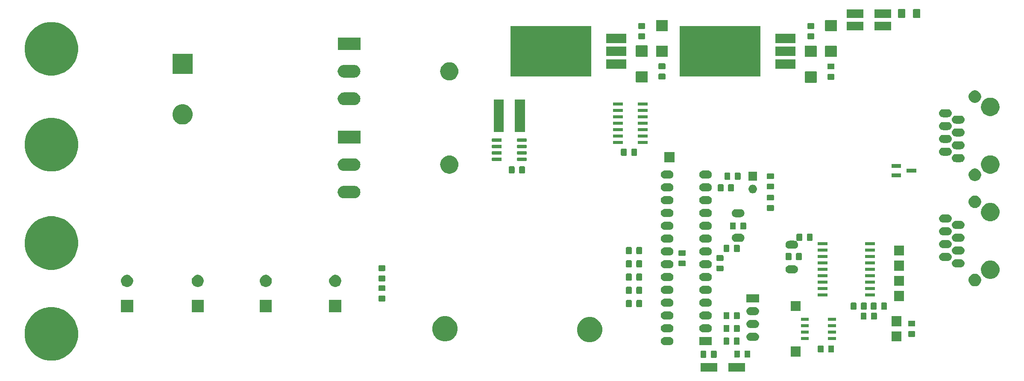
<source format=gbr>
G04 #@! TF.GenerationSoftware,KiCad,Pcbnew,5.1.4*
G04 #@! TF.CreationDate,2019-10-26T17:37:42-03:00*
G04 #@! TF.ProjectId,MCB19,4d434231-392e-46b6-9963-61645f706362,rev?*
G04 #@! TF.SameCoordinates,Original*
G04 #@! TF.FileFunction,Soldermask,Bot*
G04 #@! TF.FilePolarity,Negative*
%FSLAX46Y46*%
G04 Gerber Fmt 4.6, Leading zero omitted, Abs format (unit mm)*
G04 Created by KiCad (PCBNEW 5.1.4) date 2019-10-26 17:37:42*
%MOMM*%
%LPD*%
G04 APERTURE LIST*
%ADD10C,0.100000*%
G04 APERTURE END LIST*
D10*
G36*
X194450000Y-127000000D02*
G01*
X191150000Y-127000000D01*
X191150000Y-125300000D01*
X194450000Y-125300000D01*
X194450000Y-127000000D01*
X194450000Y-127000000D01*
G37*
G36*
X188950000Y-127000000D02*
G01*
X185650000Y-127000000D01*
X185650000Y-125300000D01*
X188950000Y-125300000D01*
X188950000Y-127000000D01*
X188950000Y-127000000D01*
G37*
G36*
X58204637Y-114335784D02*
G01*
X58545953Y-114403676D01*
X58613314Y-114431578D01*
X59510490Y-114803200D01*
X60378552Y-115383221D01*
X61116779Y-116121448D01*
X61696800Y-116989510D01*
X61831956Y-117315806D01*
X62096324Y-117954047D01*
X62146917Y-118208394D01*
X62300000Y-118977994D01*
X62300000Y-120022006D01*
X62185452Y-120597876D01*
X62096324Y-121045953D01*
X62071110Y-121106825D01*
X61696800Y-122010490D01*
X61116779Y-122878552D01*
X60378552Y-123616779D01*
X59510490Y-124196800D01*
X58945477Y-124430836D01*
X58545953Y-124596324D01*
X58204637Y-124664216D01*
X57522006Y-124800000D01*
X56477994Y-124800000D01*
X55795363Y-124664216D01*
X55454047Y-124596324D01*
X55054523Y-124430836D01*
X54489510Y-124196800D01*
X53621448Y-123616779D01*
X52883221Y-122878552D01*
X52303200Y-122010490D01*
X51928890Y-121106825D01*
X51903676Y-121045953D01*
X51814548Y-120597876D01*
X51700000Y-120022006D01*
X51700000Y-118977994D01*
X51853083Y-118208394D01*
X51903676Y-117954047D01*
X52168044Y-117315806D01*
X52303200Y-116989510D01*
X52883221Y-116121448D01*
X53621448Y-115383221D01*
X54489510Y-114803200D01*
X55386686Y-114431578D01*
X55454047Y-114403676D01*
X55795363Y-114335784D01*
X56477994Y-114200000D01*
X57522006Y-114200000D01*
X58204637Y-114335784D01*
X58204637Y-114335784D01*
G37*
G36*
X186655522Y-122854039D02*
G01*
X186689057Y-122864212D01*
X186719956Y-122880728D01*
X186747043Y-122902957D01*
X186769272Y-122930044D01*
X186785788Y-122960943D01*
X186795961Y-122994478D01*
X186800000Y-123035487D01*
X186800000Y-124064513D01*
X186795961Y-124105522D01*
X186785788Y-124139057D01*
X186769272Y-124169956D01*
X186747043Y-124197043D01*
X186719956Y-124219272D01*
X186689057Y-124235788D01*
X186655522Y-124245961D01*
X186614513Y-124250000D01*
X185835487Y-124250000D01*
X185794478Y-124245961D01*
X185760943Y-124235788D01*
X185730044Y-124219272D01*
X185702957Y-124197043D01*
X185680728Y-124169956D01*
X185664212Y-124139057D01*
X185654039Y-124105522D01*
X185650000Y-124064513D01*
X185650000Y-123035487D01*
X185654039Y-122994478D01*
X185664212Y-122960943D01*
X185680728Y-122930044D01*
X185702957Y-122902957D01*
X185730044Y-122880728D01*
X185760943Y-122864212D01*
X185794478Y-122854039D01*
X185835487Y-122850000D01*
X186614513Y-122850000D01*
X186655522Y-122854039D01*
X186655522Y-122854039D01*
G37*
G36*
X188705522Y-122854039D02*
G01*
X188739057Y-122864212D01*
X188769956Y-122880728D01*
X188797043Y-122902957D01*
X188819272Y-122930044D01*
X188835788Y-122960943D01*
X188845961Y-122994478D01*
X188850000Y-123035487D01*
X188850000Y-124064513D01*
X188845961Y-124105522D01*
X188835788Y-124139057D01*
X188819272Y-124169956D01*
X188797043Y-124197043D01*
X188769956Y-124219272D01*
X188739057Y-124235788D01*
X188705522Y-124245961D01*
X188664513Y-124250000D01*
X187885487Y-124250000D01*
X187844478Y-124245961D01*
X187810943Y-124235788D01*
X187780044Y-124219272D01*
X187752957Y-124197043D01*
X187730728Y-124169956D01*
X187714212Y-124139057D01*
X187704039Y-124105522D01*
X187700000Y-124064513D01*
X187700000Y-123035487D01*
X187704039Y-122994478D01*
X187714212Y-122960943D01*
X187730728Y-122930044D01*
X187752957Y-122902957D01*
X187780044Y-122880728D01*
X187810943Y-122864212D01*
X187844478Y-122854039D01*
X187885487Y-122850000D01*
X188664513Y-122850000D01*
X188705522Y-122854039D01*
X188705522Y-122854039D01*
G37*
G36*
X195375522Y-122804039D02*
G01*
X195409057Y-122814212D01*
X195439956Y-122830728D01*
X195467043Y-122852957D01*
X195489272Y-122880044D01*
X195505788Y-122910943D01*
X195515961Y-122944478D01*
X195520000Y-122985487D01*
X195520000Y-124014513D01*
X195515961Y-124055522D01*
X195505788Y-124089057D01*
X195489272Y-124119956D01*
X195467043Y-124147043D01*
X195439956Y-124169272D01*
X195409057Y-124185788D01*
X195375522Y-124195961D01*
X195334513Y-124200000D01*
X194555487Y-124200000D01*
X194514478Y-124195961D01*
X194480943Y-124185788D01*
X194450044Y-124169272D01*
X194422957Y-124147043D01*
X194400728Y-124119956D01*
X194384212Y-124089057D01*
X194374039Y-124055522D01*
X194370000Y-124014513D01*
X194370000Y-122985487D01*
X194374039Y-122944478D01*
X194384212Y-122910943D01*
X194400728Y-122880044D01*
X194422957Y-122852957D01*
X194450044Y-122830728D01*
X194480943Y-122814212D01*
X194514478Y-122804039D01*
X194555487Y-122800000D01*
X195334513Y-122800000D01*
X195375522Y-122804039D01*
X195375522Y-122804039D01*
G37*
G36*
X193325522Y-122804039D02*
G01*
X193359057Y-122814212D01*
X193389956Y-122830728D01*
X193417043Y-122852957D01*
X193439272Y-122880044D01*
X193455788Y-122910943D01*
X193465961Y-122944478D01*
X193470000Y-122985487D01*
X193470000Y-124014513D01*
X193465961Y-124055522D01*
X193455788Y-124089057D01*
X193439272Y-124119956D01*
X193417043Y-124147043D01*
X193389956Y-124169272D01*
X193359057Y-124185788D01*
X193325522Y-124195961D01*
X193284513Y-124200000D01*
X192505487Y-124200000D01*
X192464478Y-124195961D01*
X192430943Y-124185788D01*
X192400044Y-124169272D01*
X192372957Y-124147043D01*
X192350728Y-124119956D01*
X192334212Y-124089057D01*
X192324039Y-124055522D01*
X192320000Y-124014513D01*
X192320000Y-122985487D01*
X192324039Y-122944478D01*
X192334212Y-122910943D01*
X192350728Y-122880044D01*
X192372957Y-122852957D01*
X192400044Y-122830728D01*
X192430943Y-122814212D01*
X192464478Y-122804039D01*
X192505487Y-122800000D01*
X193284513Y-122800000D01*
X193325522Y-122804039D01*
X193325522Y-122804039D01*
G37*
G36*
X205500000Y-124000000D02*
G01*
X203500000Y-124000000D01*
X203500000Y-122000000D01*
X205500000Y-122000000D01*
X205500000Y-124000000D01*
X205500000Y-124000000D01*
G37*
G36*
X209905522Y-121804039D02*
G01*
X209939057Y-121814212D01*
X209969956Y-121830728D01*
X209997043Y-121852957D01*
X210019272Y-121880044D01*
X210035788Y-121910943D01*
X210045961Y-121944478D01*
X210050000Y-121985487D01*
X210050000Y-123014513D01*
X210045961Y-123055522D01*
X210035788Y-123089057D01*
X210019272Y-123119956D01*
X209997043Y-123147043D01*
X209969956Y-123169272D01*
X209939057Y-123185788D01*
X209905522Y-123195961D01*
X209864513Y-123200000D01*
X209085487Y-123200000D01*
X209044478Y-123195961D01*
X209010943Y-123185788D01*
X208980044Y-123169272D01*
X208952957Y-123147043D01*
X208930728Y-123119956D01*
X208914212Y-123089057D01*
X208904039Y-123055522D01*
X208900000Y-123014513D01*
X208900000Y-121985487D01*
X208904039Y-121944478D01*
X208914212Y-121910943D01*
X208930728Y-121880044D01*
X208952957Y-121852957D01*
X208980044Y-121830728D01*
X209010943Y-121814212D01*
X209044478Y-121804039D01*
X209085487Y-121800000D01*
X209864513Y-121800000D01*
X209905522Y-121804039D01*
X209905522Y-121804039D01*
G37*
G36*
X211955522Y-121804039D02*
G01*
X211989057Y-121814212D01*
X212019956Y-121830728D01*
X212047043Y-121852957D01*
X212069272Y-121880044D01*
X212085788Y-121910943D01*
X212095961Y-121944478D01*
X212100000Y-121985487D01*
X212100000Y-123014513D01*
X212095961Y-123055522D01*
X212085788Y-123089057D01*
X212069272Y-123119956D01*
X212047043Y-123147043D01*
X212019956Y-123169272D01*
X211989057Y-123185788D01*
X211955522Y-123195961D01*
X211914513Y-123200000D01*
X211135487Y-123200000D01*
X211094478Y-123195961D01*
X211060943Y-123185788D01*
X211030044Y-123169272D01*
X211002957Y-123147043D01*
X210980728Y-123119956D01*
X210964212Y-123089057D01*
X210954039Y-123055522D01*
X210950000Y-123014513D01*
X210950000Y-121985487D01*
X210954039Y-121944478D01*
X210964212Y-121910943D01*
X210980728Y-121880044D01*
X211002957Y-121852957D01*
X211030044Y-121830728D01*
X211060943Y-121814212D01*
X211094478Y-121804039D01*
X211135487Y-121800000D01*
X211914513Y-121800000D01*
X211955522Y-121804039D01*
X211955522Y-121804039D01*
G37*
G36*
X187900000Y-121750000D02*
G01*
X185400000Y-121750000D01*
X185400000Y-120150000D01*
X187900000Y-120150000D01*
X187900000Y-121750000D01*
X187900000Y-121750000D01*
G37*
G36*
X179558471Y-120153859D02*
G01*
X179636827Y-120161576D01*
X179787628Y-120207321D01*
X179787630Y-120207322D01*
X179926605Y-120281606D01*
X180048422Y-120381578D01*
X180148394Y-120503395D01*
X180198895Y-120597876D01*
X180222679Y-120642372D01*
X180268424Y-120793173D01*
X180283870Y-120950000D01*
X180268424Y-121106827D01*
X180222679Y-121257628D01*
X180222678Y-121257630D01*
X180148394Y-121396605D01*
X180048422Y-121518422D01*
X179926605Y-121618394D01*
X179787630Y-121692678D01*
X179787628Y-121692679D01*
X179636827Y-121738424D01*
X179558471Y-121746141D01*
X179519294Y-121750000D01*
X178540706Y-121750000D01*
X178501529Y-121746141D01*
X178423173Y-121738424D01*
X178272372Y-121692679D01*
X178272370Y-121692678D01*
X178133395Y-121618394D01*
X178011578Y-121518422D01*
X177911606Y-121396605D01*
X177837322Y-121257630D01*
X177837321Y-121257628D01*
X177791576Y-121106827D01*
X177776130Y-120950000D01*
X177791576Y-120793173D01*
X177837321Y-120642372D01*
X177861105Y-120597876D01*
X177911606Y-120503395D01*
X178011578Y-120381578D01*
X178133395Y-120281606D01*
X178272370Y-120207322D01*
X178272372Y-120207321D01*
X178423173Y-120161576D01*
X178501529Y-120153859D01*
X178540706Y-120150000D01*
X179519294Y-120150000D01*
X179558471Y-120153859D01*
X179558471Y-120153859D01*
G37*
G36*
X191205522Y-120254039D02*
G01*
X191239057Y-120264212D01*
X191269956Y-120280728D01*
X191297043Y-120302957D01*
X191319272Y-120330044D01*
X191335788Y-120360943D01*
X191345961Y-120394478D01*
X191350000Y-120435487D01*
X191350000Y-121464513D01*
X191345961Y-121505522D01*
X191335788Y-121539057D01*
X191319272Y-121569956D01*
X191297043Y-121597043D01*
X191269956Y-121619272D01*
X191239057Y-121635788D01*
X191205522Y-121645961D01*
X191164513Y-121650000D01*
X190385487Y-121650000D01*
X190344478Y-121645961D01*
X190310943Y-121635788D01*
X190280044Y-121619272D01*
X190252957Y-121597043D01*
X190230728Y-121569956D01*
X190214212Y-121539057D01*
X190204039Y-121505522D01*
X190200000Y-121464513D01*
X190200000Y-120435487D01*
X190204039Y-120394478D01*
X190214212Y-120360943D01*
X190230728Y-120330044D01*
X190252957Y-120302957D01*
X190280044Y-120280728D01*
X190310943Y-120264212D01*
X190344478Y-120254039D01*
X190385487Y-120250000D01*
X191164513Y-120250000D01*
X191205522Y-120254039D01*
X191205522Y-120254039D01*
G37*
G36*
X193255522Y-120254039D02*
G01*
X193289057Y-120264212D01*
X193319956Y-120280728D01*
X193347043Y-120302957D01*
X193369272Y-120330044D01*
X193385788Y-120360943D01*
X193395961Y-120394478D01*
X193400000Y-120435487D01*
X193400000Y-121464513D01*
X193395961Y-121505522D01*
X193385788Y-121539057D01*
X193369272Y-121569956D01*
X193347043Y-121597043D01*
X193319956Y-121619272D01*
X193289057Y-121635788D01*
X193255522Y-121645961D01*
X193214513Y-121650000D01*
X192435487Y-121650000D01*
X192394478Y-121645961D01*
X192360943Y-121635788D01*
X192330044Y-121619272D01*
X192302957Y-121597043D01*
X192280728Y-121569956D01*
X192264212Y-121539057D01*
X192254039Y-121505522D01*
X192250000Y-121464513D01*
X192250000Y-120435487D01*
X192254039Y-120394478D01*
X192264212Y-120360943D01*
X192280728Y-120330044D01*
X192302957Y-120302957D01*
X192330044Y-120280728D01*
X192360943Y-120264212D01*
X192394478Y-120254039D01*
X192435487Y-120250000D01*
X193214513Y-120250000D01*
X193255522Y-120254039D01*
X193255522Y-120254039D01*
G37*
G36*
X164401222Y-116252073D02*
G01*
X164856192Y-116440528D01*
X164856194Y-116440529D01*
X165028293Y-116555522D01*
X165265656Y-116714123D01*
X165613877Y-117062344D01*
X165672446Y-117149999D01*
X165828250Y-117383175D01*
X165887472Y-117471808D01*
X166075927Y-117926778D01*
X166172000Y-118409770D01*
X166172000Y-118902230D01*
X166075927Y-119385222D01*
X165887472Y-119840192D01*
X165887471Y-119840194D01*
X165832026Y-119923173D01*
X165613877Y-120249656D01*
X165265656Y-120597877D01*
X165190010Y-120648422D01*
X164856194Y-120871471D01*
X164856193Y-120871472D01*
X164856192Y-120871472D01*
X164401222Y-121059927D01*
X163918230Y-121156000D01*
X163425770Y-121156000D01*
X162942778Y-121059927D01*
X162487808Y-120871472D01*
X162487807Y-120871472D01*
X162487806Y-120871471D01*
X162153990Y-120648422D01*
X162078344Y-120597877D01*
X161730123Y-120249656D01*
X161511974Y-119923173D01*
X161456529Y-119840194D01*
X161456528Y-119840192D01*
X161268073Y-119385222D01*
X161172000Y-118902230D01*
X161172000Y-118409770D01*
X161268073Y-117926778D01*
X161456528Y-117471808D01*
X161515751Y-117383175D01*
X161671554Y-117149999D01*
X161730123Y-117062344D01*
X162078344Y-116714123D01*
X162315707Y-116555522D01*
X162487806Y-116440529D01*
X162487808Y-116440528D01*
X162942778Y-116252073D01*
X163425770Y-116156000D01*
X163918230Y-116156000D01*
X164401222Y-116252073D01*
X164401222Y-116252073D01*
G37*
G36*
X225500000Y-121000000D02*
G01*
X223500000Y-121000000D01*
X223500000Y-119000000D01*
X225500000Y-119000000D01*
X225500000Y-121000000D01*
X225500000Y-121000000D01*
G37*
G36*
X135729222Y-116096073D02*
G01*
X136105841Y-116252074D01*
X136184194Y-116284529D01*
X136288166Y-116354001D01*
X136593656Y-116558123D01*
X136941877Y-116906344D01*
X137215472Y-117315808D01*
X137403927Y-117770778D01*
X137500000Y-118253770D01*
X137500000Y-118746230D01*
X137403927Y-119229222D01*
X137237397Y-119631260D01*
X137215471Y-119684194D01*
X137156552Y-119772372D01*
X136941877Y-120093656D01*
X136593656Y-120441877D01*
X136466850Y-120526606D01*
X136184194Y-120715471D01*
X136184193Y-120715472D01*
X136184192Y-120715472D01*
X135729222Y-120903927D01*
X135246230Y-121000000D01*
X134753770Y-121000000D01*
X134270778Y-120903927D01*
X133815808Y-120715472D01*
X133815807Y-120715472D01*
X133815806Y-120715471D01*
X133533150Y-120526606D01*
X133406344Y-120441877D01*
X133058123Y-120093656D01*
X132843448Y-119772372D01*
X132784529Y-119684194D01*
X132762603Y-119631260D01*
X132596073Y-119229222D01*
X132500000Y-118746230D01*
X132500000Y-118253770D01*
X132596073Y-117770778D01*
X132784528Y-117315808D01*
X133058123Y-116906344D01*
X133406344Y-116558123D01*
X133711834Y-116354001D01*
X133815806Y-116284529D01*
X133894159Y-116252074D01*
X134270778Y-116096073D01*
X134753770Y-116000000D01*
X135246230Y-116000000D01*
X135729222Y-116096073D01*
X135729222Y-116096073D01*
G37*
G36*
X196528471Y-119283859D02*
G01*
X196606827Y-119291576D01*
X196757628Y-119337321D01*
X196757630Y-119337322D01*
X196896605Y-119411606D01*
X197018422Y-119511578D01*
X197118394Y-119633395D01*
X197161027Y-119713155D01*
X197192679Y-119772372D01*
X197238424Y-119923173D01*
X197253870Y-120080000D01*
X197238424Y-120236827D01*
X197200724Y-120361107D01*
X197192678Y-120387630D01*
X197118394Y-120526605D01*
X197018422Y-120648422D01*
X196896605Y-120748394D01*
X196812826Y-120793175D01*
X196757628Y-120822679D01*
X196606827Y-120868424D01*
X196528471Y-120876141D01*
X196489294Y-120880000D01*
X195510706Y-120880000D01*
X195471529Y-120876141D01*
X195393173Y-120868424D01*
X195242372Y-120822679D01*
X195187174Y-120793175D01*
X195103395Y-120748394D01*
X194981578Y-120648422D01*
X194881606Y-120526605D01*
X194807322Y-120387630D01*
X194799276Y-120361107D01*
X194761576Y-120236827D01*
X194746130Y-120080000D01*
X194761576Y-119923173D01*
X194807321Y-119772372D01*
X194838973Y-119713155D01*
X194881606Y-119633395D01*
X194981578Y-119511578D01*
X195103395Y-119411606D01*
X195242370Y-119337322D01*
X195242372Y-119337321D01*
X195393173Y-119291576D01*
X195471529Y-119283859D01*
X195510706Y-119280000D01*
X196489294Y-119280000D01*
X196528471Y-119283859D01*
X196528471Y-119283859D01*
G37*
G36*
X212475000Y-120705000D02*
G01*
X210925000Y-120705000D01*
X210925000Y-120105000D01*
X212475000Y-120105000D01*
X212475000Y-120705000D01*
X212475000Y-120705000D01*
G37*
G36*
X207075000Y-120705000D02*
G01*
X205525000Y-120705000D01*
X205525000Y-120105000D01*
X207075000Y-120105000D01*
X207075000Y-120705000D01*
X207075000Y-120705000D01*
G37*
G36*
X228055522Y-118954039D02*
G01*
X228089057Y-118964212D01*
X228119956Y-118980728D01*
X228147043Y-119002957D01*
X228169272Y-119030044D01*
X228185788Y-119060943D01*
X228195961Y-119094478D01*
X228200000Y-119135487D01*
X228200000Y-119914513D01*
X228195961Y-119955522D01*
X228185788Y-119989057D01*
X228169272Y-120019956D01*
X228147043Y-120047043D01*
X228119956Y-120069272D01*
X228089057Y-120085788D01*
X228055522Y-120095961D01*
X228014513Y-120100000D01*
X226985487Y-120100000D01*
X226944478Y-120095961D01*
X226910943Y-120085788D01*
X226880044Y-120069272D01*
X226852957Y-120047043D01*
X226830728Y-120019956D01*
X226814212Y-119989057D01*
X226804039Y-119955522D01*
X226800000Y-119914513D01*
X226800000Y-119135487D01*
X226804039Y-119094478D01*
X226814212Y-119060943D01*
X226830728Y-119030044D01*
X226852957Y-119002957D01*
X226880044Y-118980728D01*
X226910943Y-118964212D01*
X226944478Y-118954039D01*
X226985487Y-118950000D01*
X228014513Y-118950000D01*
X228055522Y-118954039D01*
X228055522Y-118954039D01*
G37*
G36*
X207075000Y-119435000D02*
G01*
X205525000Y-119435000D01*
X205525000Y-118835000D01*
X207075000Y-118835000D01*
X207075000Y-119435000D01*
X207075000Y-119435000D01*
G37*
G36*
X212475000Y-119435000D02*
G01*
X210925000Y-119435000D01*
X210925000Y-118835000D01*
X212475000Y-118835000D01*
X212475000Y-119435000D01*
X212475000Y-119435000D01*
G37*
G36*
X187178471Y-117613859D02*
G01*
X187256827Y-117621576D01*
X187407628Y-117667321D01*
X187407630Y-117667322D01*
X187546605Y-117741606D01*
X187668422Y-117841578D01*
X187768394Y-117963395D01*
X187842678Y-118102370D01*
X187842679Y-118102372D01*
X187888424Y-118253173D01*
X187903870Y-118410000D01*
X187888424Y-118566827D01*
X187842679Y-118717628D01*
X187842678Y-118717630D01*
X187768394Y-118856605D01*
X187668422Y-118978422D01*
X187546605Y-119078394D01*
X187407630Y-119152678D01*
X187407628Y-119152679D01*
X187256827Y-119198424D01*
X187178471Y-119206141D01*
X187139294Y-119210000D01*
X186160706Y-119210000D01*
X186121529Y-119206141D01*
X186043173Y-119198424D01*
X185892372Y-119152679D01*
X185892370Y-119152678D01*
X185753395Y-119078394D01*
X185631578Y-118978422D01*
X185531606Y-118856605D01*
X185457322Y-118717630D01*
X185457321Y-118717628D01*
X185411576Y-118566827D01*
X185396130Y-118410000D01*
X185411576Y-118253173D01*
X185457321Y-118102372D01*
X185457322Y-118102370D01*
X185531606Y-117963395D01*
X185631578Y-117841578D01*
X185753395Y-117741606D01*
X185892370Y-117667322D01*
X185892372Y-117667321D01*
X186043173Y-117621576D01*
X186121529Y-117613859D01*
X186160706Y-117610000D01*
X187139294Y-117610000D01*
X187178471Y-117613859D01*
X187178471Y-117613859D01*
G37*
G36*
X179558471Y-117613859D02*
G01*
X179636827Y-117621576D01*
X179787628Y-117667321D01*
X179787630Y-117667322D01*
X179926605Y-117741606D01*
X180048422Y-117841578D01*
X180148394Y-117963395D01*
X180222678Y-118102370D01*
X180222679Y-118102372D01*
X180268424Y-118253173D01*
X180283870Y-118410000D01*
X180268424Y-118566827D01*
X180222679Y-118717628D01*
X180222678Y-118717630D01*
X180148394Y-118856605D01*
X180048422Y-118978422D01*
X179926605Y-119078394D01*
X179787630Y-119152678D01*
X179787628Y-119152679D01*
X179636827Y-119198424D01*
X179558471Y-119206141D01*
X179519294Y-119210000D01*
X178540706Y-119210000D01*
X178501529Y-119206141D01*
X178423173Y-119198424D01*
X178272372Y-119152679D01*
X178272370Y-119152678D01*
X178133395Y-119078394D01*
X178011578Y-118978422D01*
X177911606Y-118856605D01*
X177837322Y-118717630D01*
X177837321Y-118717628D01*
X177791576Y-118566827D01*
X177776130Y-118410000D01*
X177791576Y-118253173D01*
X177837321Y-118102372D01*
X177837322Y-118102370D01*
X177911606Y-117963395D01*
X178011578Y-117841578D01*
X178133395Y-117741606D01*
X178272370Y-117667322D01*
X178272372Y-117667321D01*
X178423173Y-117621576D01*
X178501529Y-117613859D01*
X178540706Y-117610000D01*
X179519294Y-117610000D01*
X179558471Y-117613859D01*
X179558471Y-117613859D01*
G37*
G36*
X191231522Y-117748039D02*
G01*
X191265057Y-117758212D01*
X191295956Y-117774728D01*
X191323043Y-117796957D01*
X191345272Y-117824044D01*
X191361788Y-117854943D01*
X191371961Y-117888478D01*
X191376000Y-117929487D01*
X191376000Y-118958513D01*
X191371961Y-118999522D01*
X191361788Y-119033057D01*
X191345272Y-119063956D01*
X191323043Y-119091043D01*
X191295956Y-119113272D01*
X191265057Y-119129788D01*
X191231522Y-119139961D01*
X191190513Y-119144000D01*
X190411487Y-119144000D01*
X190370478Y-119139961D01*
X190336943Y-119129788D01*
X190306044Y-119113272D01*
X190278957Y-119091043D01*
X190256728Y-119063956D01*
X190240212Y-119033057D01*
X190230039Y-118999522D01*
X190226000Y-118958513D01*
X190226000Y-117929487D01*
X190230039Y-117888478D01*
X190240212Y-117854943D01*
X190256728Y-117824044D01*
X190278957Y-117796957D01*
X190306044Y-117774728D01*
X190336943Y-117758212D01*
X190370478Y-117748039D01*
X190411487Y-117744000D01*
X191190513Y-117744000D01*
X191231522Y-117748039D01*
X191231522Y-117748039D01*
G37*
G36*
X193281522Y-117748039D02*
G01*
X193315057Y-117758212D01*
X193345956Y-117774728D01*
X193373043Y-117796957D01*
X193395272Y-117824044D01*
X193411788Y-117854943D01*
X193421961Y-117888478D01*
X193426000Y-117929487D01*
X193426000Y-118958513D01*
X193421961Y-118999522D01*
X193411788Y-119033057D01*
X193395272Y-119063956D01*
X193373043Y-119091043D01*
X193345956Y-119113272D01*
X193315057Y-119129788D01*
X193281522Y-119139961D01*
X193240513Y-119144000D01*
X192461487Y-119144000D01*
X192420478Y-119139961D01*
X192386943Y-119129788D01*
X192356044Y-119113272D01*
X192328957Y-119091043D01*
X192306728Y-119063956D01*
X192290212Y-119033057D01*
X192280039Y-118999522D01*
X192276000Y-118958513D01*
X192276000Y-117929487D01*
X192280039Y-117888478D01*
X192290212Y-117854943D01*
X192306728Y-117824044D01*
X192328957Y-117796957D01*
X192356044Y-117774728D01*
X192386943Y-117758212D01*
X192420478Y-117748039D01*
X192461487Y-117744000D01*
X193240513Y-117744000D01*
X193281522Y-117748039D01*
X193281522Y-117748039D01*
G37*
G36*
X196528471Y-116743859D02*
G01*
X196606827Y-116751576D01*
X196757628Y-116797321D01*
X196757630Y-116797322D01*
X196896605Y-116871606D01*
X197018422Y-116971578D01*
X197118394Y-117093395D01*
X197192678Y-117232370D01*
X197192679Y-117232372D01*
X197238424Y-117383173D01*
X197253870Y-117540000D01*
X197238424Y-117696827D01*
X197207126Y-117800001D01*
X197192678Y-117847630D01*
X197118394Y-117986605D01*
X197018422Y-118108422D01*
X196896605Y-118208394D01*
X196811709Y-118253772D01*
X196757628Y-118282679D01*
X196606827Y-118328424D01*
X196528471Y-118336141D01*
X196489294Y-118340000D01*
X195510706Y-118340000D01*
X195471529Y-118336141D01*
X195393173Y-118328424D01*
X195242372Y-118282679D01*
X195188291Y-118253772D01*
X195103395Y-118208394D01*
X194981578Y-118108422D01*
X194881606Y-117986605D01*
X194807322Y-117847630D01*
X194792874Y-117800001D01*
X194761576Y-117696827D01*
X194746130Y-117540000D01*
X194761576Y-117383173D01*
X194807321Y-117232372D01*
X194807322Y-117232370D01*
X194881606Y-117093395D01*
X194981578Y-116971578D01*
X195103395Y-116871606D01*
X195242370Y-116797322D01*
X195242372Y-116797321D01*
X195393173Y-116751576D01*
X195471529Y-116743859D01*
X195510706Y-116740000D01*
X196489294Y-116740000D01*
X196528471Y-116743859D01*
X196528471Y-116743859D01*
G37*
G36*
X207075000Y-118165000D02*
G01*
X205525000Y-118165000D01*
X205525000Y-117565000D01*
X207075000Y-117565000D01*
X207075000Y-118165000D01*
X207075000Y-118165000D01*
G37*
G36*
X212475000Y-118165000D02*
G01*
X210925000Y-118165000D01*
X210925000Y-117565000D01*
X212475000Y-117565000D01*
X212475000Y-118165000D01*
X212475000Y-118165000D01*
G37*
G36*
X228055522Y-116904039D02*
G01*
X228089057Y-116914212D01*
X228119956Y-116930728D01*
X228147043Y-116952957D01*
X228169272Y-116980044D01*
X228185788Y-117010943D01*
X228195961Y-117044478D01*
X228200000Y-117085487D01*
X228200000Y-117864513D01*
X228195961Y-117905522D01*
X228185788Y-117939057D01*
X228169272Y-117969956D01*
X228147043Y-117997043D01*
X228119956Y-118019272D01*
X228089057Y-118035788D01*
X228055522Y-118045961D01*
X228014513Y-118050000D01*
X226985487Y-118050000D01*
X226944478Y-118045961D01*
X226910943Y-118035788D01*
X226880044Y-118019272D01*
X226852957Y-117997043D01*
X226830728Y-117969956D01*
X226814212Y-117939057D01*
X226804039Y-117905522D01*
X226800000Y-117864513D01*
X226800000Y-117085487D01*
X226804039Y-117044478D01*
X226814212Y-117010943D01*
X226830728Y-116980044D01*
X226852957Y-116952957D01*
X226880044Y-116930728D01*
X226910943Y-116914212D01*
X226944478Y-116904039D01*
X226985487Y-116900000D01*
X228014513Y-116900000D01*
X228055522Y-116904039D01*
X228055522Y-116904039D01*
G37*
G36*
X225500000Y-118000000D02*
G01*
X223500000Y-118000000D01*
X223500000Y-116000000D01*
X225500000Y-116000000D01*
X225500000Y-118000000D01*
X225500000Y-118000000D01*
G37*
G36*
X207075000Y-116895000D02*
G01*
X205525000Y-116895000D01*
X205525000Y-116295000D01*
X207075000Y-116295000D01*
X207075000Y-116895000D01*
X207075000Y-116895000D01*
G37*
G36*
X212475000Y-116895000D02*
G01*
X210925000Y-116895000D01*
X210925000Y-116295000D01*
X212475000Y-116295000D01*
X212475000Y-116895000D01*
X212475000Y-116895000D01*
G37*
G36*
X218405522Y-115304039D02*
G01*
X218439057Y-115314212D01*
X218469956Y-115330728D01*
X218497043Y-115352957D01*
X218519272Y-115380044D01*
X218535788Y-115410943D01*
X218545961Y-115444478D01*
X218550000Y-115485487D01*
X218550000Y-116514513D01*
X218545961Y-116555522D01*
X218535788Y-116589057D01*
X218519272Y-116619956D01*
X218497043Y-116647043D01*
X218469956Y-116669272D01*
X218439057Y-116685788D01*
X218405522Y-116695961D01*
X218364513Y-116700000D01*
X217585487Y-116700000D01*
X217544478Y-116695961D01*
X217510943Y-116685788D01*
X217480044Y-116669272D01*
X217452957Y-116647043D01*
X217430728Y-116619956D01*
X217414212Y-116589057D01*
X217404039Y-116555522D01*
X217400000Y-116514513D01*
X217400000Y-115485487D01*
X217404039Y-115444478D01*
X217414212Y-115410943D01*
X217430728Y-115380044D01*
X217452957Y-115352957D01*
X217480044Y-115330728D01*
X217510943Y-115314212D01*
X217544478Y-115304039D01*
X217585487Y-115300000D01*
X218364513Y-115300000D01*
X218405522Y-115304039D01*
X218405522Y-115304039D01*
G37*
G36*
X220455522Y-115304039D02*
G01*
X220489057Y-115314212D01*
X220519956Y-115330728D01*
X220547043Y-115352957D01*
X220569272Y-115380044D01*
X220585788Y-115410943D01*
X220595961Y-115444478D01*
X220600000Y-115485487D01*
X220600000Y-116514513D01*
X220595961Y-116555522D01*
X220585788Y-116589057D01*
X220569272Y-116619956D01*
X220547043Y-116647043D01*
X220519956Y-116669272D01*
X220489057Y-116685788D01*
X220455522Y-116695961D01*
X220414513Y-116700000D01*
X219635487Y-116700000D01*
X219594478Y-116695961D01*
X219560943Y-116685788D01*
X219530044Y-116669272D01*
X219502957Y-116647043D01*
X219480728Y-116619956D01*
X219464212Y-116589057D01*
X219454039Y-116555522D01*
X219450000Y-116514513D01*
X219450000Y-115485487D01*
X219454039Y-115444478D01*
X219464212Y-115410943D01*
X219480728Y-115380044D01*
X219502957Y-115352957D01*
X219530044Y-115330728D01*
X219560943Y-115314212D01*
X219594478Y-115304039D01*
X219635487Y-115300000D01*
X220414513Y-115300000D01*
X220455522Y-115304039D01*
X220455522Y-115304039D01*
G37*
G36*
X187178471Y-115073859D02*
G01*
X187256827Y-115081576D01*
X187407628Y-115127321D01*
X187407630Y-115127322D01*
X187546605Y-115201606D01*
X187668422Y-115301578D01*
X187768394Y-115423395D01*
X187842678Y-115562370D01*
X187842679Y-115562372D01*
X187888424Y-115713173D01*
X187903870Y-115870000D01*
X187888424Y-116026827D01*
X187842679Y-116177628D01*
X187842678Y-116177630D01*
X187768394Y-116316605D01*
X187668422Y-116438422D01*
X187546605Y-116538394D01*
X187423865Y-116604000D01*
X187407628Y-116612679D01*
X187256827Y-116658424D01*
X187178471Y-116666141D01*
X187139294Y-116670000D01*
X186160706Y-116670000D01*
X186121529Y-116666141D01*
X186043173Y-116658424D01*
X185892372Y-116612679D01*
X185876135Y-116604000D01*
X185753395Y-116538394D01*
X185631578Y-116438422D01*
X185531606Y-116316605D01*
X185457322Y-116177630D01*
X185457321Y-116177628D01*
X185411576Y-116026827D01*
X185396130Y-115870000D01*
X185411576Y-115713173D01*
X185457321Y-115562372D01*
X185457322Y-115562370D01*
X185531606Y-115423395D01*
X185631578Y-115301578D01*
X185753395Y-115201606D01*
X185892370Y-115127322D01*
X185892372Y-115127321D01*
X186043173Y-115081576D01*
X186121529Y-115073859D01*
X186160706Y-115070000D01*
X187139294Y-115070000D01*
X187178471Y-115073859D01*
X187178471Y-115073859D01*
G37*
G36*
X179558471Y-115073859D02*
G01*
X179636827Y-115081576D01*
X179787628Y-115127321D01*
X179787630Y-115127322D01*
X179926605Y-115201606D01*
X180048422Y-115301578D01*
X180148394Y-115423395D01*
X180222678Y-115562370D01*
X180222679Y-115562372D01*
X180268424Y-115713173D01*
X180283870Y-115870000D01*
X180268424Y-116026827D01*
X180222679Y-116177628D01*
X180222678Y-116177630D01*
X180148394Y-116316605D01*
X180048422Y-116438422D01*
X179926605Y-116538394D01*
X179803865Y-116604000D01*
X179787628Y-116612679D01*
X179636827Y-116658424D01*
X179558471Y-116666141D01*
X179519294Y-116670000D01*
X178540706Y-116670000D01*
X178501529Y-116666141D01*
X178423173Y-116658424D01*
X178272372Y-116612679D01*
X178256135Y-116604000D01*
X178133395Y-116538394D01*
X178011578Y-116438422D01*
X177911606Y-116316605D01*
X177837322Y-116177630D01*
X177837321Y-116177628D01*
X177791576Y-116026827D01*
X177776130Y-115870000D01*
X177791576Y-115713173D01*
X177837321Y-115562372D01*
X177837322Y-115562370D01*
X177911606Y-115423395D01*
X178011578Y-115301578D01*
X178133395Y-115201606D01*
X178272370Y-115127322D01*
X178272372Y-115127321D01*
X178423173Y-115081576D01*
X178501529Y-115073859D01*
X178540706Y-115070000D01*
X179519294Y-115070000D01*
X179558471Y-115073859D01*
X179558471Y-115073859D01*
G37*
G36*
X191231522Y-115208039D02*
G01*
X191265057Y-115218212D01*
X191295956Y-115234728D01*
X191323043Y-115256957D01*
X191345272Y-115284044D01*
X191361788Y-115314943D01*
X191371961Y-115348478D01*
X191376000Y-115389487D01*
X191376000Y-116418513D01*
X191371961Y-116459522D01*
X191361788Y-116493057D01*
X191345272Y-116523956D01*
X191323043Y-116551043D01*
X191295956Y-116573272D01*
X191265057Y-116589788D01*
X191231522Y-116599961D01*
X191190513Y-116604000D01*
X190411487Y-116604000D01*
X190370478Y-116599961D01*
X190336943Y-116589788D01*
X190306044Y-116573272D01*
X190278957Y-116551043D01*
X190256728Y-116523956D01*
X190240212Y-116493057D01*
X190230039Y-116459522D01*
X190226000Y-116418513D01*
X190226000Y-115389487D01*
X190230039Y-115348478D01*
X190240212Y-115314943D01*
X190256728Y-115284044D01*
X190278957Y-115256957D01*
X190306044Y-115234728D01*
X190336943Y-115218212D01*
X190370478Y-115208039D01*
X190411487Y-115204000D01*
X191190513Y-115204000D01*
X191231522Y-115208039D01*
X191231522Y-115208039D01*
G37*
G36*
X193281522Y-115208039D02*
G01*
X193315057Y-115218212D01*
X193345956Y-115234728D01*
X193373043Y-115256957D01*
X193395272Y-115284044D01*
X193411788Y-115314943D01*
X193421961Y-115348478D01*
X193426000Y-115389487D01*
X193426000Y-116418513D01*
X193421961Y-116459522D01*
X193411788Y-116493057D01*
X193395272Y-116523956D01*
X193373043Y-116551043D01*
X193345956Y-116573272D01*
X193315057Y-116589788D01*
X193281522Y-116599961D01*
X193240513Y-116604000D01*
X192461487Y-116604000D01*
X192420478Y-116599961D01*
X192386943Y-116589788D01*
X192356044Y-116573272D01*
X192328957Y-116551043D01*
X192306728Y-116523956D01*
X192290212Y-116493057D01*
X192280039Y-116459522D01*
X192276000Y-116418513D01*
X192276000Y-115389487D01*
X192280039Y-115348478D01*
X192290212Y-115314943D01*
X192306728Y-115284044D01*
X192328957Y-115256957D01*
X192356044Y-115234728D01*
X192386943Y-115218212D01*
X192420478Y-115208039D01*
X192461487Y-115204000D01*
X193240513Y-115204000D01*
X193281522Y-115208039D01*
X193281522Y-115208039D01*
G37*
G36*
X196528471Y-114203859D02*
G01*
X196606827Y-114211576D01*
X196757628Y-114257321D01*
X196757630Y-114257322D01*
X196896605Y-114331606D01*
X197018422Y-114431578D01*
X197118394Y-114553395D01*
X197189160Y-114685788D01*
X197192679Y-114692372D01*
X197238424Y-114843173D01*
X197253870Y-115000000D01*
X197238424Y-115156827D01*
X197192679Y-115307628D01*
X197192678Y-115307630D01*
X197118394Y-115446605D01*
X197018422Y-115568422D01*
X196896605Y-115668394D01*
X196812826Y-115713175D01*
X196757628Y-115742679D01*
X196606827Y-115788424D01*
X196528471Y-115796141D01*
X196489294Y-115800000D01*
X195510706Y-115800000D01*
X195471529Y-115796141D01*
X195393173Y-115788424D01*
X195242372Y-115742679D01*
X195187174Y-115713175D01*
X195103395Y-115668394D01*
X194981578Y-115568422D01*
X194881606Y-115446605D01*
X194807322Y-115307630D01*
X194807321Y-115307628D01*
X194761576Y-115156827D01*
X194746130Y-115000000D01*
X194761576Y-114843173D01*
X194807321Y-114692372D01*
X194810840Y-114685788D01*
X194881606Y-114553395D01*
X194981578Y-114431578D01*
X195103395Y-114331606D01*
X195242370Y-114257322D01*
X195242372Y-114257321D01*
X195393173Y-114211576D01*
X195471529Y-114203859D01*
X195510706Y-114200000D01*
X196489294Y-114200000D01*
X196528471Y-114203859D01*
X196528471Y-114203859D01*
G37*
G36*
X87200000Y-115200000D02*
G01*
X84800000Y-115200000D01*
X84800000Y-112800000D01*
X87200000Y-112800000D01*
X87200000Y-115200000D01*
X87200000Y-115200000D01*
G37*
G36*
X73200000Y-115200000D02*
G01*
X70800000Y-115200000D01*
X70800000Y-112800000D01*
X73200000Y-112800000D01*
X73200000Y-115200000D01*
X73200000Y-115200000D01*
G37*
G36*
X114450000Y-115200000D02*
G01*
X112050000Y-115200000D01*
X112050000Y-112800000D01*
X114450000Y-112800000D01*
X114450000Y-115200000D01*
X114450000Y-115200000D01*
G37*
G36*
X100700000Y-115200000D02*
G01*
X98300000Y-115200000D01*
X98300000Y-112800000D01*
X100700000Y-112800000D01*
X100700000Y-115200000D01*
X100700000Y-115200000D01*
G37*
G36*
X205500000Y-115000000D02*
G01*
X203500000Y-115000000D01*
X203500000Y-113000000D01*
X205500000Y-113000000D01*
X205500000Y-115000000D01*
X205500000Y-115000000D01*
G37*
G36*
X216405522Y-113304039D02*
G01*
X216439057Y-113314212D01*
X216469956Y-113330728D01*
X216497043Y-113352957D01*
X216519272Y-113380044D01*
X216535788Y-113410943D01*
X216545961Y-113444478D01*
X216550000Y-113485487D01*
X216550000Y-114514513D01*
X216545961Y-114555522D01*
X216535788Y-114589057D01*
X216519272Y-114619956D01*
X216497043Y-114647043D01*
X216469956Y-114669272D01*
X216439057Y-114685788D01*
X216405522Y-114695961D01*
X216364513Y-114700000D01*
X215585487Y-114700000D01*
X215544478Y-114695961D01*
X215510943Y-114685788D01*
X215480044Y-114669272D01*
X215452957Y-114647043D01*
X215430728Y-114619956D01*
X215414212Y-114589057D01*
X215404039Y-114555522D01*
X215400000Y-114514513D01*
X215400000Y-113485487D01*
X215404039Y-113444478D01*
X215414212Y-113410943D01*
X215430728Y-113380044D01*
X215452957Y-113352957D01*
X215480044Y-113330728D01*
X215510943Y-113314212D01*
X215544478Y-113304039D01*
X215585487Y-113300000D01*
X216364513Y-113300000D01*
X216405522Y-113304039D01*
X216405522Y-113304039D01*
G37*
G36*
X220405522Y-113304039D02*
G01*
X220439057Y-113314212D01*
X220469956Y-113330728D01*
X220497043Y-113352957D01*
X220519272Y-113380044D01*
X220535788Y-113410943D01*
X220545961Y-113444478D01*
X220550000Y-113485487D01*
X220550000Y-114514513D01*
X220545961Y-114555522D01*
X220535788Y-114589057D01*
X220519272Y-114619956D01*
X220497043Y-114647043D01*
X220469956Y-114669272D01*
X220439057Y-114685788D01*
X220405522Y-114695961D01*
X220364513Y-114700000D01*
X219585487Y-114700000D01*
X219544478Y-114695961D01*
X219510943Y-114685788D01*
X219480044Y-114669272D01*
X219452957Y-114647043D01*
X219430728Y-114619956D01*
X219414212Y-114589057D01*
X219404039Y-114555522D01*
X219400000Y-114514513D01*
X219400000Y-113485487D01*
X219404039Y-113444478D01*
X219414212Y-113410943D01*
X219430728Y-113380044D01*
X219452957Y-113352957D01*
X219480044Y-113330728D01*
X219510943Y-113314212D01*
X219544478Y-113304039D01*
X219585487Y-113300000D01*
X220364513Y-113300000D01*
X220405522Y-113304039D01*
X220405522Y-113304039D01*
G37*
G36*
X222455522Y-113304039D02*
G01*
X222489057Y-113314212D01*
X222519956Y-113330728D01*
X222547043Y-113352957D01*
X222569272Y-113380044D01*
X222585788Y-113410943D01*
X222595961Y-113444478D01*
X222600000Y-113485487D01*
X222600000Y-114514513D01*
X222595961Y-114555522D01*
X222585788Y-114589057D01*
X222569272Y-114619956D01*
X222547043Y-114647043D01*
X222519956Y-114669272D01*
X222489057Y-114685788D01*
X222455522Y-114695961D01*
X222414513Y-114700000D01*
X221635487Y-114700000D01*
X221594478Y-114695961D01*
X221560943Y-114685788D01*
X221530044Y-114669272D01*
X221502957Y-114647043D01*
X221480728Y-114619956D01*
X221464212Y-114589057D01*
X221454039Y-114555522D01*
X221450000Y-114514513D01*
X221450000Y-113485487D01*
X221454039Y-113444478D01*
X221464212Y-113410943D01*
X221480728Y-113380044D01*
X221502957Y-113352957D01*
X221530044Y-113330728D01*
X221560943Y-113314212D01*
X221594478Y-113304039D01*
X221635487Y-113300000D01*
X222414513Y-113300000D01*
X222455522Y-113304039D01*
X222455522Y-113304039D01*
G37*
G36*
X218455522Y-113304039D02*
G01*
X218489057Y-113314212D01*
X218519956Y-113330728D01*
X218547043Y-113352957D01*
X218569272Y-113380044D01*
X218585788Y-113410943D01*
X218595961Y-113444478D01*
X218600000Y-113485487D01*
X218600000Y-114514513D01*
X218595961Y-114555522D01*
X218585788Y-114589057D01*
X218569272Y-114619956D01*
X218547043Y-114647043D01*
X218519956Y-114669272D01*
X218489057Y-114685788D01*
X218455522Y-114695961D01*
X218414513Y-114700000D01*
X217635487Y-114700000D01*
X217594478Y-114695961D01*
X217560943Y-114685788D01*
X217530044Y-114669272D01*
X217502957Y-114647043D01*
X217480728Y-114619956D01*
X217464212Y-114589057D01*
X217454039Y-114555522D01*
X217450000Y-114514513D01*
X217450000Y-113485487D01*
X217454039Y-113444478D01*
X217464212Y-113410943D01*
X217480728Y-113380044D01*
X217502957Y-113352957D01*
X217530044Y-113330728D01*
X217560943Y-113314212D01*
X217594478Y-113304039D01*
X217635487Y-113300000D01*
X218414513Y-113300000D01*
X218455522Y-113304039D01*
X218455522Y-113304039D01*
G37*
G36*
X173930522Y-112804039D02*
G01*
X173964057Y-112814212D01*
X173994956Y-112830728D01*
X174022043Y-112852957D01*
X174044272Y-112880044D01*
X174060788Y-112910943D01*
X174070961Y-112944478D01*
X174075000Y-112985487D01*
X174075000Y-114014513D01*
X174070961Y-114055522D01*
X174060788Y-114089057D01*
X174044272Y-114119956D01*
X174022043Y-114147043D01*
X173994956Y-114169272D01*
X173964057Y-114185788D01*
X173930522Y-114195961D01*
X173889513Y-114200000D01*
X173110487Y-114200000D01*
X173069478Y-114195961D01*
X173035943Y-114185788D01*
X173005044Y-114169272D01*
X172977957Y-114147043D01*
X172955728Y-114119956D01*
X172939212Y-114089057D01*
X172929039Y-114055522D01*
X172925000Y-114014513D01*
X172925000Y-112985487D01*
X172929039Y-112944478D01*
X172939212Y-112910943D01*
X172955728Y-112880044D01*
X172977957Y-112852957D01*
X173005044Y-112830728D01*
X173035943Y-112814212D01*
X173069478Y-112804039D01*
X173110487Y-112800000D01*
X173889513Y-112800000D01*
X173930522Y-112804039D01*
X173930522Y-112804039D01*
G37*
G36*
X171880522Y-112804039D02*
G01*
X171914057Y-112814212D01*
X171944956Y-112830728D01*
X171972043Y-112852957D01*
X171994272Y-112880044D01*
X172010788Y-112910943D01*
X172020961Y-112944478D01*
X172025000Y-112985487D01*
X172025000Y-114014513D01*
X172020961Y-114055522D01*
X172010788Y-114089057D01*
X171994272Y-114119956D01*
X171972043Y-114147043D01*
X171944956Y-114169272D01*
X171914057Y-114185788D01*
X171880522Y-114195961D01*
X171839513Y-114200000D01*
X171060487Y-114200000D01*
X171019478Y-114195961D01*
X170985943Y-114185788D01*
X170955044Y-114169272D01*
X170927957Y-114147043D01*
X170905728Y-114119956D01*
X170889212Y-114089057D01*
X170879039Y-114055522D01*
X170875000Y-114014513D01*
X170875000Y-112985487D01*
X170879039Y-112944478D01*
X170889212Y-112910943D01*
X170905728Y-112880044D01*
X170927957Y-112852957D01*
X170955044Y-112830728D01*
X170985943Y-112814212D01*
X171019478Y-112804039D01*
X171060487Y-112800000D01*
X171839513Y-112800000D01*
X171880522Y-112804039D01*
X171880522Y-112804039D01*
G37*
G36*
X179558471Y-112533859D02*
G01*
X179636827Y-112541576D01*
X179787628Y-112587321D01*
X179787630Y-112587322D01*
X179926605Y-112661606D01*
X180048422Y-112761578D01*
X180148394Y-112883395D01*
X180208025Y-112994956D01*
X180222679Y-113022372D01*
X180268424Y-113173173D01*
X180283870Y-113330000D01*
X180268424Y-113486827D01*
X180222679Y-113637628D01*
X180222678Y-113637630D01*
X180148394Y-113776605D01*
X180048422Y-113898422D01*
X179926605Y-113998394D01*
X179838156Y-114045671D01*
X179787628Y-114072679D01*
X179636827Y-114118424D01*
X179558471Y-114126141D01*
X179519294Y-114130000D01*
X178540706Y-114130000D01*
X178501529Y-114126141D01*
X178423173Y-114118424D01*
X178272372Y-114072679D01*
X178221844Y-114045671D01*
X178133395Y-113998394D01*
X178011578Y-113898422D01*
X177911606Y-113776605D01*
X177837322Y-113637630D01*
X177837321Y-113637628D01*
X177791576Y-113486827D01*
X177776130Y-113330000D01*
X177791576Y-113173173D01*
X177837321Y-113022372D01*
X177851975Y-112994956D01*
X177911606Y-112883395D01*
X178011578Y-112761578D01*
X178133395Y-112661606D01*
X178272370Y-112587322D01*
X178272372Y-112587321D01*
X178423173Y-112541576D01*
X178501529Y-112533859D01*
X178540706Y-112530000D01*
X179519294Y-112530000D01*
X179558471Y-112533859D01*
X179558471Y-112533859D01*
G37*
G36*
X187178471Y-112533859D02*
G01*
X187256827Y-112541576D01*
X187407628Y-112587321D01*
X187407630Y-112587322D01*
X187546605Y-112661606D01*
X187668422Y-112761578D01*
X187768394Y-112883395D01*
X187828025Y-112994956D01*
X187842679Y-113022372D01*
X187888424Y-113173173D01*
X187903870Y-113330000D01*
X187888424Y-113486827D01*
X187842679Y-113637628D01*
X187842678Y-113637630D01*
X187768394Y-113776605D01*
X187668422Y-113898422D01*
X187546605Y-113998394D01*
X187458156Y-114045671D01*
X187407628Y-114072679D01*
X187256827Y-114118424D01*
X187178471Y-114126141D01*
X187139294Y-114130000D01*
X186160706Y-114130000D01*
X186121529Y-114126141D01*
X186043173Y-114118424D01*
X185892372Y-114072679D01*
X185841844Y-114045671D01*
X185753395Y-113998394D01*
X185631578Y-113898422D01*
X185531606Y-113776605D01*
X185457322Y-113637630D01*
X185457321Y-113637628D01*
X185411576Y-113486827D01*
X185396130Y-113330000D01*
X185411576Y-113173173D01*
X185457321Y-113022372D01*
X185471975Y-112994956D01*
X185531606Y-112883395D01*
X185631578Y-112761578D01*
X185753395Y-112661606D01*
X185892370Y-112587322D01*
X185892372Y-112587321D01*
X186043173Y-112541576D01*
X186121529Y-112533859D01*
X186160706Y-112530000D01*
X187139294Y-112530000D01*
X187178471Y-112533859D01*
X187178471Y-112533859D01*
G37*
G36*
X197250000Y-113260000D02*
G01*
X194750000Y-113260000D01*
X194750000Y-111660000D01*
X197250000Y-111660000D01*
X197250000Y-113260000D01*
X197250000Y-113260000D01*
G37*
G36*
X123055522Y-111929039D02*
G01*
X123089057Y-111939212D01*
X123119956Y-111955728D01*
X123147043Y-111977957D01*
X123169272Y-112005044D01*
X123185788Y-112035943D01*
X123195961Y-112069478D01*
X123200000Y-112110487D01*
X123200000Y-112889513D01*
X123195961Y-112930522D01*
X123185788Y-112964057D01*
X123169272Y-112994956D01*
X123147043Y-113022043D01*
X123119956Y-113044272D01*
X123089057Y-113060788D01*
X123055522Y-113070961D01*
X123014513Y-113075000D01*
X121985487Y-113075000D01*
X121944478Y-113070961D01*
X121910943Y-113060788D01*
X121880044Y-113044272D01*
X121852957Y-113022043D01*
X121830728Y-112994956D01*
X121814212Y-112964057D01*
X121804039Y-112930522D01*
X121800000Y-112889513D01*
X121800000Y-112110487D01*
X121804039Y-112069478D01*
X121814212Y-112035943D01*
X121830728Y-112005044D01*
X121852957Y-111977957D01*
X121880044Y-111955728D01*
X121910943Y-111939212D01*
X121944478Y-111929039D01*
X121985487Y-111925000D01*
X123014513Y-111925000D01*
X123055522Y-111929039D01*
X123055522Y-111929039D01*
G37*
G36*
X226000000Y-113000000D02*
G01*
X224000000Y-113000000D01*
X224000000Y-111000000D01*
X226000000Y-111000000D01*
X226000000Y-113000000D01*
X226000000Y-113000000D01*
G37*
G36*
X210829000Y-112096000D02*
G01*
X208829000Y-112096000D01*
X208829000Y-111496000D01*
X210829000Y-111496000D01*
X210829000Y-112096000D01*
X210829000Y-112096000D01*
G37*
G36*
X220229000Y-112096000D02*
G01*
X218229000Y-112096000D01*
X218229000Y-111496000D01*
X220229000Y-111496000D01*
X220229000Y-112096000D01*
X220229000Y-112096000D01*
G37*
G36*
X187178471Y-109993859D02*
G01*
X187256827Y-110001576D01*
X187407628Y-110047321D01*
X187407630Y-110047322D01*
X187546605Y-110121606D01*
X187668422Y-110221578D01*
X187768394Y-110343395D01*
X187785943Y-110376227D01*
X187842679Y-110482372D01*
X187888424Y-110633173D01*
X187903870Y-110790000D01*
X187888424Y-110946827D01*
X187864710Y-111025000D01*
X187842678Y-111097630D01*
X187768394Y-111236605D01*
X187668422Y-111358422D01*
X187546605Y-111458394D01*
X187407630Y-111532678D01*
X187407628Y-111532679D01*
X187256827Y-111578424D01*
X187178471Y-111586141D01*
X187139294Y-111590000D01*
X186160706Y-111590000D01*
X186121529Y-111586141D01*
X186043173Y-111578424D01*
X185892372Y-111532679D01*
X185892370Y-111532678D01*
X185753395Y-111458394D01*
X185631578Y-111358422D01*
X185531606Y-111236605D01*
X185457322Y-111097630D01*
X185435290Y-111025000D01*
X185411576Y-110946827D01*
X185396130Y-110790000D01*
X185411576Y-110633173D01*
X185457321Y-110482372D01*
X185514057Y-110376227D01*
X185531606Y-110343395D01*
X185631578Y-110221578D01*
X185753395Y-110121606D01*
X185892370Y-110047322D01*
X185892372Y-110047321D01*
X186043173Y-110001576D01*
X186121529Y-109993859D01*
X186160706Y-109990000D01*
X187139294Y-109990000D01*
X187178471Y-109993859D01*
X187178471Y-109993859D01*
G37*
G36*
X179558471Y-109993859D02*
G01*
X179636827Y-110001576D01*
X179787628Y-110047321D01*
X179787630Y-110047322D01*
X179926605Y-110121606D01*
X180048422Y-110221578D01*
X180148394Y-110343395D01*
X180165943Y-110376227D01*
X180222679Y-110482372D01*
X180268424Y-110633173D01*
X180283870Y-110790000D01*
X180268424Y-110946827D01*
X180244710Y-111025000D01*
X180222678Y-111097630D01*
X180148394Y-111236605D01*
X180048422Y-111358422D01*
X179926605Y-111458394D01*
X179787630Y-111532678D01*
X179787628Y-111532679D01*
X179636827Y-111578424D01*
X179558471Y-111586141D01*
X179519294Y-111590000D01*
X178540706Y-111590000D01*
X178501529Y-111586141D01*
X178423173Y-111578424D01*
X178272372Y-111532679D01*
X178272370Y-111532678D01*
X178133395Y-111458394D01*
X178011578Y-111358422D01*
X177911606Y-111236605D01*
X177837322Y-111097630D01*
X177815290Y-111025000D01*
X177791576Y-110946827D01*
X177776130Y-110790000D01*
X177791576Y-110633173D01*
X177837321Y-110482372D01*
X177894057Y-110376227D01*
X177911606Y-110343395D01*
X178011578Y-110221578D01*
X178133395Y-110121606D01*
X178272370Y-110047322D01*
X178272372Y-110047321D01*
X178423173Y-110001576D01*
X178501529Y-109993859D01*
X178540706Y-109990000D01*
X179519294Y-109990000D01*
X179558471Y-109993859D01*
X179558471Y-109993859D01*
G37*
G36*
X173930522Y-110179039D02*
G01*
X173964057Y-110189212D01*
X173994956Y-110205728D01*
X174022043Y-110227957D01*
X174044272Y-110255044D01*
X174060788Y-110285943D01*
X174070961Y-110319478D01*
X174075000Y-110360487D01*
X174075000Y-111389513D01*
X174070961Y-111430522D01*
X174060788Y-111464057D01*
X174044272Y-111494956D01*
X174022043Y-111522043D01*
X173994956Y-111544272D01*
X173964057Y-111560788D01*
X173930522Y-111570961D01*
X173889513Y-111575000D01*
X173110487Y-111575000D01*
X173069478Y-111570961D01*
X173035943Y-111560788D01*
X173005044Y-111544272D01*
X172977957Y-111522043D01*
X172955728Y-111494956D01*
X172939212Y-111464057D01*
X172929039Y-111430522D01*
X172925000Y-111389513D01*
X172925000Y-110360487D01*
X172929039Y-110319478D01*
X172939212Y-110285943D01*
X172955728Y-110255044D01*
X172977957Y-110227957D01*
X173005044Y-110205728D01*
X173035943Y-110189212D01*
X173069478Y-110179039D01*
X173110487Y-110175000D01*
X173889513Y-110175000D01*
X173930522Y-110179039D01*
X173930522Y-110179039D01*
G37*
G36*
X171880522Y-110179039D02*
G01*
X171914057Y-110189212D01*
X171944956Y-110205728D01*
X171972043Y-110227957D01*
X171994272Y-110255044D01*
X172010788Y-110285943D01*
X172020961Y-110319478D01*
X172025000Y-110360487D01*
X172025000Y-111389513D01*
X172020961Y-111430522D01*
X172010788Y-111464057D01*
X171994272Y-111494956D01*
X171972043Y-111522043D01*
X171944956Y-111544272D01*
X171914057Y-111560788D01*
X171880522Y-111570961D01*
X171839513Y-111575000D01*
X171060487Y-111575000D01*
X171019478Y-111570961D01*
X170985943Y-111560788D01*
X170955044Y-111544272D01*
X170927957Y-111522043D01*
X170905728Y-111494956D01*
X170889212Y-111464057D01*
X170879039Y-111430522D01*
X170875000Y-111389513D01*
X170875000Y-110360487D01*
X170879039Y-110319478D01*
X170889212Y-110285943D01*
X170905728Y-110255044D01*
X170927957Y-110227957D01*
X170955044Y-110205728D01*
X170985943Y-110189212D01*
X171019478Y-110179039D01*
X171060487Y-110175000D01*
X171839513Y-110175000D01*
X171880522Y-110179039D01*
X171880522Y-110179039D01*
G37*
G36*
X123055522Y-109879039D02*
G01*
X123089057Y-109889212D01*
X123119956Y-109905728D01*
X123147043Y-109927957D01*
X123169272Y-109955044D01*
X123185788Y-109985943D01*
X123195961Y-110019478D01*
X123200000Y-110060487D01*
X123200000Y-110839513D01*
X123195961Y-110880522D01*
X123185788Y-110914057D01*
X123169272Y-110944956D01*
X123147043Y-110972043D01*
X123119956Y-110994272D01*
X123089057Y-111010788D01*
X123055522Y-111020961D01*
X123014513Y-111025000D01*
X121985487Y-111025000D01*
X121944478Y-111020961D01*
X121910943Y-111010788D01*
X121880044Y-110994272D01*
X121852957Y-110972043D01*
X121830728Y-110944956D01*
X121814212Y-110914057D01*
X121804039Y-110880522D01*
X121800000Y-110839513D01*
X121800000Y-110060487D01*
X121804039Y-110019478D01*
X121814212Y-109985943D01*
X121830728Y-109955044D01*
X121852957Y-109927957D01*
X121880044Y-109905728D01*
X121910943Y-109889212D01*
X121944478Y-109879039D01*
X121985487Y-109875000D01*
X123014513Y-109875000D01*
X123055522Y-109879039D01*
X123055522Y-109879039D01*
G37*
G36*
X210829000Y-110826000D02*
G01*
X208829000Y-110826000D01*
X208829000Y-110226000D01*
X210829000Y-110226000D01*
X210829000Y-110826000D01*
X210829000Y-110826000D01*
G37*
G36*
X220229000Y-110826000D02*
G01*
X218229000Y-110826000D01*
X218229000Y-110226000D01*
X220229000Y-110226000D01*
X220229000Y-110826000D01*
X220229000Y-110826000D01*
G37*
G36*
X99850026Y-107846115D02*
G01*
X100068411Y-107936573D01*
X100068413Y-107936574D01*
X100264955Y-108067899D01*
X100432101Y-108235045D01*
X100546881Y-108406825D01*
X100563427Y-108431589D01*
X100653885Y-108649974D01*
X100700000Y-108881809D01*
X100700000Y-109118191D01*
X100653885Y-109350026D01*
X100627761Y-109413095D01*
X100563426Y-109568413D01*
X100432101Y-109764955D01*
X100264955Y-109932101D01*
X100068413Y-110063426D01*
X100068412Y-110063427D01*
X100068411Y-110063427D01*
X99850026Y-110153885D01*
X99618191Y-110200000D01*
X99381809Y-110200000D01*
X99149974Y-110153885D01*
X98931589Y-110063427D01*
X98931588Y-110063427D01*
X98931587Y-110063426D01*
X98735045Y-109932101D01*
X98567899Y-109764955D01*
X98436574Y-109568413D01*
X98372239Y-109413095D01*
X98346115Y-109350026D01*
X98300000Y-109118191D01*
X98300000Y-108881809D01*
X98346115Y-108649974D01*
X98436573Y-108431589D01*
X98453120Y-108406825D01*
X98567899Y-108235045D01*
X98735045Y-108067899D01*
X98931587Y-107936574D01*
X98931589Y-107936573D01*
X99149974Y-107846115D01*
X99381809Y-107800000D01*
X99618191Y-107800000D01*
X99850026Y-107846115D01*
X99850026Y-107846115D01*
G37*
G36*
X86350026Y-107846115D02*
G01*
X86568411Y-107936573D01*
X86568413Y-107936574D01*
X86764955Y-108067899D01*
X86932101Y-108235045D01*
X87046881Y-108406825D01*
X87063427Y-108431589D01*
X87153885Y-108649974D01*
X87200000Y-108881809D01*
X87200000Y-109118191D01*
X87153885Y-109350026D01*
X87127761Y-109413095D01*
X87063426Y-109568413D01*
X86932101Y-109764955D01*
X86764955Y-109932101D01*
X86568413Y-110063426D01*
X86568412Y-110063427D01*
X86568411Y-110063427D01*
X86350026Y-110153885D01*
X86118191Y-110200000D01*
X85881809Y-110200000D01*
X85649974Y-110153885D01*
X85431589Y-110063427D01*
X85431588Y-110063427D01*
X85431587Y-110063426D01*
X85235045Y-109932101D01*
X85067899Y-109764955D01*
X84936574Y-109568413D01*
X84872239Y-109413095D01*
X84846115Y-109350026D01*
X84800000Y-109118191D01*
X84800000Y-108881809D01*
X84846115Y-108649974D01*
X84936573Y-108431589D01*
X84953120Y-108406825D01*
X85067899Y-108235045D01*
X85235045Y-108067899D01*
X85431587Y-107936574D01*
X85431589Y-107936573D01*
X85649974Y-107846115D01*
X85881809Y-107800000D01*
X86118191Y-107800000D01*
X86350026Y-107846115D01*
X86350026Y-107846115D01*
G37*
G36*
X72350026Y-107846115D02*
G01*
X72568411Y-107936573D01*
X72568413Y-107936574D01*
X72764955Y-108067899D01*
X72932101Y-108235045D01*
X73046881Y-108406825D01*
X73063427Y-108431589D01*
X73153885Y-108649974D01*
X73200000Y-108881809D01*
X73200000Y-109118191D01*
X73153885Y-109350026D01*
X73127761Y-109413095D01*
X73063426Y-109568413D01*
X72932101Y-109764955D01*
X72764955Y-109932101D01*
X72568413Y-110063426D01*
X72568412Y-110063427D01*
X72568411Y-110063427D01*
X72350026Y-110153885D01*
X72118191Y-110200000D01*
X71881809Y-110200000D01*
X71649974Y-110153885D01*
X71431589Y-110063427D01*
X71431588Y-110063427D01*
X71431587Y-110063426D01*
X71235045Y-109932101D01*
X71067899Y-109764955D01*
X70936574Y-109568413D01*
X70872239Y-109413095D01*
X70846115Y-109350026D01*
X70800000Y-109118191D01*
X70800000Y-108881809D01*
X70846115Y-108649974D01*
X70936573Y-108431589D01*
X70953120Y-108406825D01*
X71067899Y-108235045D01*
X71235045Y-108067899D01*
X71431587Y-107936574D01*
X71431589Y-107936573D01*
X71649974Y-107846115D01*
X71881809Y-107800000D01*
X72118191Y-107800000D01*
X72350026Y-107846115D01*
X72350026Y-107846115D01*
G37*
G36*
X113600026Y-107846115D02*
G01*
X113818411Y-107936573D01*
X113818413Y-107936574D01*
X114014955Y-108067899D01*
X114182101Y-108235045D01*
X114296881Y-108406825D01*
X114313427Y-108431589D01*
X114403885Y-108649974D01*
X114450000Y-108881809D01*
X114450000Y-109118191D01*
X114403885Y-109350026D01*
X114377761Y-109413095D01*
X114313426Y-109568413D01*
X114182101Y-109764955D01*
X114014955Y-109932101D01*
X113818413Y-110063426D01*
X113818412Y-110063427D01*
X113818411Y-110063427D01*
X113600026Y-110153885D01*
X113368191Y-110200000D01*
X113131809Y-110200000D01*
X112899974Y-110153885D01*
X112681589Y-110063427D01*
X112681588Y-110063427D01*
X112681587Y-110063426D01*
X112485045Y-109932101D01*
X112317899Y-109764955D01*
X112186574Y-109568413D01*
X112122239Y-109413095D01*
X112096115Y-109350026D01*
X112050000Y-109118191D01*
X112050000Y-108881809D01*
X112096115Y-108649974D01*
X112186573Y-108431589D01*
X112203120Y-108406825D01*
X112317899Y-108235045D01*
X112485045Y-108067899D01*
X112681587Y-107936574D01*
X112681589Y-107936573D01*
X112899974Y-107846115D01*
X113131809Y-107800000D01*
X113368191Y-107800000D01*
X113600026Y-107846115D01*
X113600026Y-107846115D01*
G37*
G36*
X240392610Y-107619036D02*
G01*
X240598524Y-107704329D01*
X240620097Y-107713265D01*
X240824828Y-107850062D01*
X240998938Y-108024172D01*
X241083834Y-108151227D01*
X241135736Y-108228905D01*
X241229964Y-108456390D01*
X241278000Y-108697884D01*
X241278000Y-108944116D01*
X241229964Y-109185610D01*
X241161860Y-109350026D01*
X241135735Y-109413097D01*
X240998938Y-109617828D01*
X240824828Y-109791938D01*
X240620097Y-109928735D01*
X240620096Y-109928736D01*
X240620095Y-109928736D01*
X240392610Y-110022964D01*
X240151116Y-110071000D01*
X239904884Y-110071000D01*
X239663390Y-110022964D01*
X239435905Y-109928736D01*
X239435904Y-109928736D01*
X239435903Y-109928735D01*
X239231172Y-109791938D01*
X239057062Y-109617828D01*
X238920265Y-109413097D01*
X238894140Y-109350026D01*
X238826036Y-109185610D01*
X238778000Y-108944116D01*
X238778000Y-108697884D01*
X238826036Y-108456390D01*
X238920264Y-108228905D01*
X238972167Y-108151227D01*
X239057062Y-108024172D01*
X239231172Y-107850062D01*
X239435903Y-107713265D01*
X239457476Y-107704329D01*
X239663390Y-107619036D01*
X239904884Y-107571000D01*
X240151116Y-107571000D01*
X240392610Y-107619036D01*
X240392610Y-107619036D01*
G37*
G36*
X226000000Y-110000000D02*
G01*
X224000000Y-110000000D01*
X224000000Y-108000000D01*
X226000000Y-108000000D01*
X226000000Y-110000000D01*
X226000000Y-110000000D01*
G37*
G36*
X220229000Y-109556000D02*
G01*
X218229000Y-109556000D01*
X218229000Y-108956000D01*
X220229000Y-108956000D01*
X220229000Y-109556000D01*
X220229000Y-109556000D01*
G37*
G36*
X210829000Y-109556000D02*
G01*
X208829000Y-109556000D01*
X208829000Y-108956000D01*
X210829000Y-108956000D01*
X210829000Y-109556000D01*
X210829000Y-109556000D01*
G37*
G36*
X123055522Y-107954039D02*
G01*
X123089057Y-107964212D01*
X123119956Y-107980728D01*
X123147043Y-108002957D01*
X123169272Y-108030044D01*
X123185788Y-108060943D01*
X123195961Y-108094478D01*
X123200000Y-108135487D01*
X123200000Y-108914513D01*
X123195961Y-108955522D01*
X123185788Y-108989057D01*
X123169272Y-109019956D01*
X123147043Y-109047043D01*
X123119956Y-109069272D01*
X123089057Y-109085788D01*
X123055522Y-109095961D01*
X123014513Y-109100000D01*
X121985487Y-109100000D01*
X121944478Y-109095961D01*
X121910943Y-109085788D01*
X121880044Y-109069272D01*
X121852957Y-109047043D01*
X121830728Y-109019956D01*
X121814212Y-108989057D01*
X121804039Y-108955522D01*
X121800000Y-108914513D01*
X121800000Y-108135487D01*
X121804039Y-108094478D01*
X121814212Y-108060943D01*
X121830728Y-108030044D01*
X121852957Y-108002957D01*
X121880044Y-107980728D01*
X121910943Y-107964212D01*
X121944478Y-107954039D01*
X121985487Y-107950000D01*
X123014513Y-107950000D01*
X123055522Y-107954039D01*
X123055522Y-107954039D01*
G37*
G36*
X179558471Y-107453859D02*
G01*
X179636827Y-107461576D01*
X179787628Y-107507321D01*
X179787630Y-107507322D01*
X179926605Y-107581606D01*
X179926607Y-107581607D01*
X179926606Y-107581607D01*
X180048422Y-107681578D01*
X180148393Y-107803394D01*
X180222679Y-107942372D01*
X180268424Y-108093173D01*
X180283870Y-108250000D01*
X180268424Y-108406827D01*
X180222679Y-108557628D01*
X180222678Y-108557630D01*
X180148394Y-108696605D01*
X180048422Y-108818422D01*
X179926605Y-108918394D01*
X179856249Y-108956000D01*
X179787628Y-108992679D01*
X179636827Y-109038424D01*
X179558471Y-109046141D01*
X179519294Y-109050000D01*
X178540706Y-109050000D01*
X178501529Y-109046141D01*
X178423173Y-109038424D01*
X178272372Y-108992679D01*
X178203751Y-108956000D01*
X178133395Y-108918394D01*
X178011578Y-108818422D01*
X177911606Y-108696605D01*
X177837322Y-108557630D01*
X177837321Y-108557628D01*
X177791576Y-108406827D01*
X177776130Y-108250000D01*
X177791576Y-108093173D01*
X177837321Y-107942372D01*
X177911607Y-107803394D01*
X178011578Y-107681578D01*
X178133394Y-107581607D01*
X178133393Y-107581607D01*
X178133395Y-107581606D01*
X178272370Y-107507322D01*
X178272372Y-107507321D01*
X178423173Y-107461576D01*
X178501529Y-107453859D01*
X178540706Y-107450000D01*
X179519294Y-107450000D01*
X179558471Y-107453859D01*
X179558471Y-107453859D01*
G37*
G36*
X187178471Y-107453859D02*
G01*
X187256827Y-107461576D01*
X187407628Y-107507321D01*
X187407630Y-107507322D01*
X187546605Y-107581606D01*
X187546607Y-107581607D01*
X187546606Y-107581607D01*
X187668422Y-107681578D01*
X187768393Y-107803394D01*
X187842679Y-107942372D01*
X187888424Y-108093173D01*
X187903870Y-108250000D01*
X187888424Y-108406827D01*
X187842679Y-108557628D01*
X187842678Y-108557630D01*
X187768394Y-108696605D01*
X187668422Y-108818422D01*
X187546605Y-108918394D01*
X187476249Y-108956000D01*
X187407628Y-108992679D01*
X187256827Y-109038424D01*
X187178471Y-109046141D01*
X187139294Y-109050000D01*
X186160706Y-109050000D01*
X186121529Y-109046141D01*
X186043173Y-109038424D01*
X185892372Y-108992679D01*
X185823751Y-108956000D01*
X185753395Y-108918394D01*
X185631578Y-108818422D01*
X185531606Y-108696605D01*
X185457322Y-108557630D01*
X185457321Y-108557628D01*
X185411576Y-108406827D01*
X185396130Y-108250000D01*
X185411576Y-108093173D01*
X185457321Y-107942372D01*
X185531607Y-107803394D01*
X185631578Y-107681578D01*
X185753394Y-107581607D01*
X185753393Y-107581607D01*
X185753395Y-107581606D01*
X185892370Y-107507322D01*
X185892372Y-107507321D01*
X186043173Y-107461576D01*
X186121529Y-107453859D01*
X186160706Y-107450000D01*
X187139294Y-107450000D01*
X187178471Y-107453859D01*
X187178471Y-107453859D01*
G37*
G36*
X173930522Y-107554039D02*
G01*
X173964057Y-107564212D01*
X173994956Y-107580728D01*
X174022043Y-107602957D01*
X174044272Y-107630044D01*
X174060788Y-107660943D01*
X174070961Y-107694478D01*
X174075000Y-107735487D01*
X174075000Y-108764513D01*
X174070961Y-108805522D01*
X174060788Y-108839057D01*
X174044272Y-108869956D01*
X174022043Y-108897043D01*
X173994956Y-108919272D01*
X173964057Y-108935788D01*
X173930522Y-108945961D01*
X173889513Y-108950000D01*
X173110487Y-108950000D01*
X173069478Y-108945961D01*
X173035943Y-108935788D01*
X173005044Y-108919272D01*
X172977957Y-108897043D01*
X172955728Y-108869956D01*
X172939212Y-108839057D01*
X172929039Y-108805522D01*
X172925000Y-108764513D01*
X172925000Y-107735487D01*
X172929039Y-107694478D01*
X172939212Y-107660943D01*
X172955728Y-107630044D01*
X172977957Y-107602957D01*
X173005044Y-107580728D01*
X173035943Y-107564212D01*
X173069478Y-107554039D01*
X173110487Y-107550000D01*
X173889513Y-107550000D01*
X173930522Y-107554039D01*
X173930522Y-107554039D01*
G37*
G36*
X171880522Y-107554039D02*
G01*
X171914057Y-107564212D01*
X171944956Y-107580728D01*
X171972043Y-107602957D01*
X171994272Y-107630044D01*
X172010788Y-107660943D01*
X172020961Y-107694478D01*
X172025000Y-107735487D01*
X172025000Y-108764513D01*
X172020961Y-108805522D01*
X172010788Y-108839057D01*
X171994272Y-108869956D01*
X171972043Y-108897043D01*
X171944956Y-108919272D01*
X171914057Y-108935788D01*
X171880522Y-108945961D01*
X171839513Y-108950000D01*
X171060487Y-108950000D01*
X171019478Y-108945961D01*
X170985943Y-108935788D01*
X170955044Y-108919272D01*
X170927957Y-108897043D01*
X170905728Y-108869956D01*
X170889212Y-108839057D01*
X170879039Y-108805522D01*
X170875000Y-108764513D01*
X170875000Y-107735487D01*
X170879039Y-107694478D01*
X170889212Y-107660943D01*
X170905728Y-107630044D01*
X170927957Y-107602957D01*
X170955044Y-107580728D01*
X170985943Y-107564212D01*
X171019478Y-107554039D01*
X171060487Y-107550000D01*
X171839513Y-107550000D01*
X171880522Y-107554039D01*
X171880522Y-107554039D01*
G37*
G36*
X243434040Y-104996067D02*
G01*
X243610333Y-105031134D01*
X243719168Y-105076215D01*
X243942460Y-105168705D01*
X244241369Y-105368430D01*
X244495570Y-105622631D01*
X244695295Y-105921540D01*
X244753037Y-106060943D01*
X244832866Y-106253667D01*
X244836521Y-106272043D01*
X244903000Y-106606252D01*
X244903000Y-106965748D01*
X244896775Y-106997043D01*
X244832866Y-107318333D01*
X244778328Y-107450000D01*
X244695295Y-107650460D01*
X244495570Y-107949369D01*
X244241369Y-108203570D01*
X243942460Y-108403295D01*
X243814276Y-108456390D01*
X243610333Y-108540866D01*
X243526065Y-108557628D01*
X243257748Y-108611000D01*
X242898252Y-108611000D01*
X242629935Y-108557628D01*
X242545667Y-108540866D01*
X242341724Y-108456390D01*
X242213540Y-108403295D01*
X241914631Y-108203570D01*
X241660430Y-107949369D01*
X241460705Y-107650460D01*
X241377672Y-107450000D01*
X241323134Y-107318333D01*
X241259225Y-106997043D01*
X241253000Y-106965748D01*
X241253000Y-106606252D01*
X241319479Y-106272043D01*
X241323134Y-106253667D01*
X241402963Y-106060943D01*
X241460705Y-105921540D01*
X241660430Y-105622631D01*
X241914631Y-105368430D01*
X242213540Y-105168705D01*
X242436832Y-105076215D01*
X242545667Y-105031134D01*
X242721960Y-104996067D01*
X242898252Y-104961000D01*
X243257748Y-104961000D01*
X243434040Y-104996067D01*
X243434040Y-104996067D01*
G37*
G36*
X210829000Y-108286000D02*
G01*
X208829000Y-108286000D01*
X208829000Y-107686000D01*
X210829000Y-107686000D01*
X210829000Y-108286000D01*
X210829000Y-108286000D01*
G37*
G36*
X220229000Y-108286000D02*
G01*
X218229000Y-108286000D01*
X218229000Y-107686000D01*
X220229000Y-107686000D01*
X220229000Y-108286000D01*
X220229000Y-108286000D01*
G37*
G36*
X204262471Y-105919859D02*
G01*
X204340827Y-105927576D01*
X204491628Y-105973321D01*
X204491630Y-105973322D01*
X204630605Y-106047606D01*
X204752422Y-106147578D01*
X204852394Y-106269395D01*
X204910655Y-106378393D01*
X204926679Y-106408372D01*
X204972424Y-106559173D01*
X204987870Y-106716000D01*
X204972424Y-106872827D01*
X204926679Y-107023628D01*
X204926678Y-107023630D01*
X204852394Y-107162605D01*
X204752422Y-107284422D01*
X204630605Y-107384394D01*
X204507865Y-107450000D01*
X204491628Y-107458679D01*
X204340827Y-107504424D01*
X204262471Y-107512141D01*
X204223294Y-107516000D01*
X203244706Y-107516000D01*
X203205529Y-107512141D01*
X203127173Y-107504424D01*
X202976372Y-107458679D01*
X202960135Y-107450000D01*
X202837395Y-107384394D01*
X202715578Y-107284422D01*
X202615606Y-107162605D01*
X202541322Y-107023630D01*
X202541321Y-107023628D01*
X202495576Y-106872827D01*
X202480130Y-106716000D01*
X202495576Y-106559173D01*
X202541321Y-106408372D01*
X202557345Y-106378393D01*
X202615606Y-106269395D01*
X202715578Y-106147578D01*
X202837395Y-106047606D01*
X202976370Y-105973322D01*
X202976372Y-105973321D01*
X203127173Y-105927576D01*
X203205529Y-105919859D01*
X203244706Y-105916000D01*
X204223294Y-105916000D01*
X204262471Y-105919859D01*
X204262471Y-105919859D01*
G37*
G36*
X190055522Y-105954039D02*
G01*
X190089057Y-105964212D01*
X190119956Y-105980728D01*
X190147043Y-106002957D01*
X190169272Y-106030044D01*
X190185788Y-106060943D01*
X190195961Y-106094478D01*
X190200000Y-106135487D01*
X190200000Y-106914513D01*
X190195961Y-106955522D01*
X190185788Y-106989057D01*
X190169272Y-107019956D01*
X190147043Y-107047043D01*
X190119956Y-107069272D01*
X190089057Y-107085788D01*
X190055522Y-107095961D01*
X190014513Y-107100000D01*
X188985487Y-107100000D01*
X188944478Y-107095961D01*
X188910943Y-107085788D01*
X188880044Y-107069272D01*
X188852957Y-107047043D01*
X188830728Y-107019956D01*
X188814212Y-106989057D01*
X188804039Y-106955522D01*
X188800000Y-106914513D01*
X188800000Y-106135487D01*
X188804039Y-106094478D01*
X188814212Y-106060943D01*
X188830728Y-106030044D01*
X188852957Y-106002957D01*
X188880044Y-105980728D01*
X188910943Y-105964212D01*
X188944478Y-105954039D01*
X188985487Y-105950000D01*
X190014513Y-105950000D01*
X190055522Y-105954039D01*
X190055522Y-105954039D01*
G37*
G36*
X123055522Y-105904039D02*
G01*
X123089057Y-105914212D01*
X123119956Y-105930728D01*
X123147043Y-105952957D01*
X123169272Y-105980044D01*
X123185788Y-106010943D01*
X123195961Y-106044478D01*
X123200000Y-106085487D01*
X123200000Y-106864513D01*
X123195961Y-106905522D01*
X123185788Y-106939057D01*
X123169272Y-106969956D01*
X123147043Y-106997043D01*
X123119956Y-107019272D01*
X123089057Y-107035788D01*
X123055522Y-107045961D01*
X123014513Y-107050000D01*
X121985487Y-107050000D01*
X121944478Y-107045961D01*
X121910943Y-107035788D01*
X121880044Y-107019272D01*
X121852957Y-106997043D01*
X121830728Y-106969956D01*
X121814212Y-106939057D01*
X121804039Y-106905522D01*
X121800000Y-106864513D01*
X121800000Y-106085487D01*
X121804039Y-106044478D01*
X121814212Y-106010943D01*
X121830728Y-105980044D01*
X121852957Y-105952957D01*
X121880044Y-105930728D01*
X121910943Y-105914212D01*
X121944478Y-105904039D01*
X121985487Y-105900000D01*
X123014513Y-105900000D01*
X123055522Y-105904039D01*
X123055522Y-105904039D01*
G37*
G36*
X220229000Y-107016000D02*
G01*
X218229000Y-107016000D01*
X218229000Y-106416000D01*
X220229000Y-106416000D01*
X220229000Y-107016000D01*
X220229000Y-107016000D01*
G37*
G36*
X210829000Y-107016000D02*
G01*
X208829000Y-107016000D01*
X208829000Y-106416000D01*
X210829000Y-106416000D01*
X210829000Y-107016000D01*
X210829000Y-107016000D01*
G37*
G36*
X226000000Y-107000000D02*
G01*
X224000000Y-107000000D01*
X224000000Y-105000000D01*
X226000000Y-105000000D01*
X226000000Y-107000000D01*
X226000000Y-107000000D01*
G37*
G36*
X58117091Y-96318370D02*
G01*
X58545953Y-96403676D01*
X58704081Y-96469175D01*
X59510490Y-96803200D01*
X60378552Y-97383221D01*
X61116779Y-98121448D01*
X61696800Y-98989510D01*
X61769904Y-99166000D01*
X62096324Y-99954047D01*
X62136569Y-100156372D01*
X62300000Y-100977994D01*
X62300000Y-102022006D01*
X62164216Y-102704637D01*
X62096324Y-103045953D01*
X62005925Y-103264196D01*
X61696800Y-104010490D01*
X61116779Y-104878552D01*
X60378552Y-105616779D01*
X59510490Y-106196800D01*
X58999714Y-106408370D01*
X58545953Y-106596324D01*
X58204637Y-106664216D01*
X57522006Y-106800000D01*
X56477994Y-106800000D01*
X55795363Y-106664216D01*
X55454047Y-106596324D01*
X55000286Y-106408370D01*
X54489510Y-106196800D01*
X53621448Y-105616779D01*
X52883221Y-104878552D01*
X52303200Y-104010490D01*
X51994075Y-103264196D01*
X51903676Y-103045953D01*
X51835784Y-102704637D01*
X51700000Y-102022006D01*
X51700000Y-100977994D01*
X51863431Y-100156372D01*
X51903676Y-99954047D01*
X52230096Y-99166000D01*
X52303200Y-98989510D01*
X52883221Y-98121448D01*
X53621448Y-97383221D01*
X54489510Y-96803200D01*
X55295919Y-96469175D01*
X55454047Y-96403676D01*
X55882909Y-96318370D01*
X56477994Y-96200000D01*
X57522006Y-96200000D01*
X58117091Y-96318370D01*
X58117091Y-96318370D01*
G37*
G36*
X179558471Y-104913859D02*
G01*
X179636827Y-104921576D01*
X179787628Y-104967321D01*
X179787630Y-104967322D01*
X179926605Y-105041606D01*
X180048422Y-105141578D01*
X180148394Y-105263395D01*
X180222678Y-105402370D01*
X180222679Y-105402372D01*
X180268424Y-105553173D01*
X180283870Y-105710000D01*
X180268424Y-105866827D01*
X180224657Y-106011107D01*
X180222678Y-106017630D01*
X180148394Y-106156605D01*
X180048422Y-106278422D01*
X179926605Y-106378394D01*
X179870524Y-106408370D01*
X179787628Y-106452679D01*
X179636827Y-106498424D01*
X179558471Y-106506141D01*
X179519294Y-106510000D01*
X178540706Y-106510000D01*
X178501529Y-106506141D01*
X178423173Y-106498424D01*
X178272372Y-106452679D01*
X178189476Y-106408370D01*
X178133395Y-106378394D01*
X178011578Y-106278422D01*
X177911606Y-106156605D01*
X177837322Y-106017630D01*
X177835343Y-106011107D01*
X177791576Y-105866827D01*
X177776130Y-105710000D01*
X177791576Y-105553173D01*
X177837321Y-105402372D01*
X177837322Y-105402370D01*
X177911606Y-105263395D01*
X178011578Y-105141578D01*
X178133395Y-105041606D01*
X178272370Y-104967322D01*
X178272372Y-104967321D01*
X178423173Y-104921576D01*
X178501529Y-104913859D01*
X178540706Y-104910000D01*
X179519294Y-104910000D01*
X179558471Y-104913859D01*
X179558471Y-104913859D01*
G37*
G36*
X187178471Y-104913859D02*
G01*
X187256827Y-104921576D01*
X187407628Y-104967321D01*
X187407630Y-104967322D01*
X187546605Y-105041606D01*
X187668422Y-105141578D01*
X187768394Y-105263395D01*
X187842678Y-105402370D01*
X187842679Y-105402372D01*
X187888424Y-105553173D01*
X187903870Y-105710000D01*
X187888424Y-105866827D01*
X187844657Y-106011107D01*
X187842678Y-106017630D01*
X187768394Y-106156605D01*
X187668422Y-106278422D01*
X187546605Y-106378394D01*
X187490524Y-106408370D01*
X187407628Y-106452679D01*
X187256827Y-106498424D01*
X187178471Y-106506141D01*
X187139294Y-106510000D01*
X186160706Y-106510000D01*
X186121529Y-106506141D01*
X186043173Y-106498424D01*
X185892372Y-106452679D01*
X185809476Y-106408370D01*
X185753395Y-106378394D01*
X185631578Y-106278422D01*
X185531606Y-106156605D01*
X185457322Y-106017630D01*
X185455343Y-106011107D01*
X185411576Y-105866827D01*
X185396130Y-105710000D01*
X185411576Y-105553173D01*
X185457321Y-105402372D01*
X185457322Y-105402370D01*
X185531606Y-105263395D01*
X185631578Y-105141578D01*
X185753395Y-105041606D01*
X185892370Y-104967322D01*
X185892372Y-104967321D01*
X186043173Y-104921576D01*
X186121529Y-104913859D01*
X186160706Y-104910000D01*
X187139294Y-104910000D01*
X187178471Y-104913859D01*
X187178471Y-104913859D01*
G37*
G36*
X171880522Y-104929039D02*
G01*
X171914057Y-104939212D01*
X171944956Y-104955728D01*
X171972043Y-104977957D01*
X171994272Y-105005044D01*
X172010788Y-105035943D01*
X172020961Y-105069478D01*
X172025000Y-105110487D01*
X172025000Y-106139513D01*
X172020961Y-106180522D01*
X172010788Y-106214057D01*
X171994272Y-106244956D01*
X171972043Y-106272043D01*
X171944956Y-106294272D01*
X171914057Y-106310788D01*
X171880522Y-106320961D01*
X171839513Y-106325000D01*
X171060487Y-106325000D01*
X171019478Y-106320961D01*
X170985943Y-106310788D01*
X170955044Y-106294272D01*
X170927957Y-106272043D01*
X170905728Y-106244956D01*
X170889212Y-106214057D01*
X170879039Y-106180522D01*
X170875000Y-106139513D01*
X170875000Y-105110487D01*
X170879039Y-105069478D01*
X170889212Y-105035943D01*
X170905728Y-105005044D01*
X170927957Y-104977957D01*
X170955044Y-104955728D01*
X170985943Y-104939212D01*
X171019478Y-104929039D01*
X171060487Y-104925000D01*
X171839513Y-104925000D01*
X171880522Y-104929039D01*
X171880522Y-104929039D01*
G37*
G36*
X173930522Y-104929039D02*
G01*
X173964057Y-104939212D01*
X173994956Y-104955728D01*
X174022043Y-104977957D01*
X174044272Y-105005044D01*
X174060788Y-105035943D01*
X174070961Y-105069478D01*
X174075000Y-105110487D01*
X174075000Y-106139513D01*
X174070961Y-106180522D01*
X174060788Y-106214057D01*
X174044272Y-106244956D01*
X174022043Y-106272043D01*
X173994956Y-106294272D01*
X173964057Y-106310788D01*
X173930522Y-106320961D01*
X173889513Y-106325000D01*
X173110487Y-106325000D01*
X173069478Y-106320961D01*
X173035943Y-106310788D01*
X173005044Y-106294272D01*
X172977957Y-106272043D01*
X172955728Y-106244956D01*
X172939212Y-106214057D01*
X172929039Y-106180522D01*
X172925000Y-106139513D01*
X172925000Y-105110487D01*
X172929039Y-105069478D01*
X172939212Y-105035943D01*
X172955728Y-105005044D01*
X172977957Y-104977957D01*
X173005044Y-104955728D01*
X173035943Y-104939212D01*
X173069478Y-104929039D01*
X173110487Y-104925000D01*
X173889513Y-104925000D01*
X173930522Y-104929039D01*
X173930522Y-104929039D01*
G37*
G36*
X237256471Y-104719859D02*
G01*
X237334827Y-104727576D01*
X237485628Y-104773321D01*
X237485630Y-104773322D01*
X237624605Y-104847606D01*
X237746422Y-104947578D01*
X237846394Y-105069395D01*
X237920678Y-105208370D01*
X237920679Y-105208372D01*
X237966424Y-105359173D01*
X237981870Y-105516000D01*
X237966424Y-105672827D01*
X237920679Y-105823628D01*
X237920678Y-105823630D01*
X237846394Y-105962605D01*
X237746422Y-106084422D01*
X237624605Y-106184394D01*
X237511302Y-106244956D01*
X237485628Y-106258679D01*
X237334827Y-106304424D01*
X237256471Y-106312141D01*
X237217294Y-106316000D01*
X236238706Y-106316000D01*
X236199529Y-106312141D01*
X236121173Y-106304424D01*
X235970372Y-106258679D01*
X235944698Y-106244956D01*
X235831395Y-106184394D01*
X235709578Y-106084422D01*
X235609606Y-105962605D01*
X235535322Y-105823630D01*
X235535321Y-105823628D01*
X235489576Y-105672827D01*
X235474130Y-105516000D01*
X235489576Y-105359173D01*
X235535321Y-105208372D01*
X235535322Y-105208370D01*
X235609606Y-105069395D01*
X235709578Y-104947578D01*
X235831395Y-104847606D01*
X235970370Y-104773322D01*
X235970372Y-104773321D01*
X236121173Y-104727576D01*
X236199529Y-104719859D01*
X236238706Y-104716000D01*
X237217294Y-104716000D01*
X237256471Y-104719859D01*
X237256471Y-104719859D01*
G37*
G36*
X182555522Y-104954039D02*
G01*
X182589057Y-104964212D01*
X182619956Y-104980728D01*
X182647043Y-105002957D01*
X182669272Y-105030044D01*
X182685788Y-105060943D01*
X182695961Y-105094478D01*
X182700000Y-105135487D01*
X182700000Y-105914513D01*
X182695961Y-105955522D01*
X182685788Y-105989057D01*
X182669272Y-106019956D01*
X182647043Y-106047043D01*
X182619956Y-106069272D01*
X182589057Y-106085788D01*
X182555522Y-106095961D01*
X182514513Y-106100000D01*
X181485487Y-106100000D01*
X181444478Y-106095961D01*
X181410943Y-106085788D01*
X181380044Y-106069272D01*
X181352957Y-106047043D01*
X181330728Y-106019956D01*
X181314212Y-105989057D01*
X181304039Y-105955522D01*
X181300000Y-105914513D01*
X181300000Y-105135487D01*
X181304039Y-105094478D01*
X181314212Y-105060943D01*
X181330728Y-105030044D01*
X181352957Y-105002957D01*
X181380044Y-104980728D01*
X181410943Y-104964212D01*
X181444478Y-104954039D01*
X181485487Y-104950000D01*
X182514513Y-104950000D01*
X182555522Y-104954039D01*
X182555522Y-104954039D01*
G37*
G36*
X220229000Y-105746000D02*
G01*
X218229000Y-105746000D01*
X218229000Y-105146000D01*
X220229000Y-105146000D01*
X220229000Y-105746000D01*
X220229000Y-105746000D01*
G37*
G36*
X210829000Y-105746000D02*
G01*
X208829000Y-105746000D01*
X208829000Y-105146000D01*
X210829000Y-105146000D01*
X210829000Y-105746000D01*
X210829000Y-105746000D01*
G37*
G36*
X190055522Y-103904039D02*
G01*
X190089057Y-103914212D01*
X190119956Y-103930728D01*
X190147043Y-103952957D01*
X190169272Y-103980044D01*
X190185788Y-104010943D01*
X190195961Y-104044478D01*
X190200000Y-104085487D01*
X190200000Y-104864513D01*
X190195961Y-104905522D01*
X190185788Y-104939057D01*
X190169272Y-104969956D01*
X190147043Y-104997043D01*
X190119956Y-105019272D01*
X190089057Y-105035788D01*
X190055522Y-105045961D01*
X190014513Y-105050000D01*
X188985487Y-105050000D01*
X188944478Y-105045961D01*
X188910943Y-105035788D01*
X188880044Y-105019272D01*
X188852957Y-104997043D01*
X188830728Y-104969956D01*
X188814212Y-104939057D01*
X188804039Y-104905522D01*
X188800000Y-104864513D01*
X188800000Y-104085487D01*
X188804039Y-104044478D01*
X188814212Y-104010943D01*
X188830728Y-103980044D01*
X188852957Y-103952957D01*
X188880044Y-103930728D01*
X188910943Y-103914212D01*
X188944478Y-103904039D01*
X188985487Y-103900000D01*
X190014513Y-103900000D01*
X190055522Y-103904039D01*
X190055522Y-103904039D01*
G37*
G36*
X234716471Y-103449859D02*
G01*
X234794827Y-103457576D01*
X234945628Y-103503321D01*
X234945630Y-103503322D01*
X235084605Y-103577606D01*
X235206422Y-103677578D01*
X235306394Y-103799395D01*
X235376593Y-103930728D01*
X235380679Y-103938372D01*
X235426424Y-104089173D01*
X235441870Y-104246000D01*
X235426424Y-104402827D01*
X235380679Y-104553628D01*
X235380678Y-104553630D01*
X235306394Y-104692605D01*
X235206422Y-104814422D01*
X235084605Y-104914394D01*
X234980656Y-104969956D01*
X234945628Y-104988679D01*
X234794827Y-105034424D01*
X234721906Y-105041606D01*
X234677294Y-105046000D01*
X233698706Y-105046000D01*
X233654094Y-105041606D01*
X233581173Y-105034424D01*
X233430372Y-104988679D01*
X233395344Y-104969956D01*
X233291395Y-104914394D01*
X233169578Y-104814422D01*
X233069606Y-104692605D01*
X232995322Y-104553630D01*
X232995321Y-104553628D01*
X232949576Y-104402827D01*
X232934130Y-104246000D01*
X232949576Y-104089173D01*
X232995321Y-103938372D01*
X232999407Y-103930728D01*
X233069606Y-103799395D01*
X233169578Y-103677578D01*
X233291395Y-103577606D01*
X233430370Y-103503322D01*
X233430372Y-103503321D01*
X233581173Y-103457576D01*
X233659529Y-103449859D01*
X233698706Y-103446000D01*
X234677294Y-103446000D01*
X234716471Y-103449859D01*
X234716471Y-103449859D01*
G37*
G36*
X205579522Y-103480039D02*
G01*
X205613057Y-103490212D01*
X205643956Y-103506728D01*
X205671043Y-103528957D01*
X205693272Y-103556044D01*
X205709788Y-103586943D01*
X205719961Y-103620478D01*
X205724000Y-103661487D01*
X205724000Y-104690513D01*
X205719961Y-104731522D01*
X205709788Y-104765057D01*
X205693272Y-104795956D01*
X205671043Y-104823043D01*
X205643956Y-104845272D01*
X205613057Y-104861788D01*
X205579522Y-104871961D01*
X205538513Y-104876000D01*
X204759487Y-104876000D01*
X204718478Y-104871961D01*
X204684943Y-104861788D01*
X204654044Y-104845272D01*
X204626957Y-104823043D01*
X204604728Y-104795956D01*
X204588212Y-104765057D01*
X204578039Y-104731522D01*
X204574000Y-104690513D01*
X204574000Y-103661487D01*
X204578039Y-103620478D01*
X204588212Y-103586943D01*
X204604728Y-103556044D01*
X204626957Y-103528957D01*
X204654044Y-103506728D01*
X204684943Y-103490212D01*
X204718478Y-103480039D01*
X204759487Y-103476000D01*
X205538513Y-103476000D01*
X205579522Y-103480039D01*
X205579522Y-103480039D01*
G37*
G36*
X203529522Y-103480039D02*
G01*
X203563057Y-103490212D01*
X203593956Y-103506728D01*
X203621043Y-103528957D01*
X203643272Y-103556044D01*
X203659788Y-103586943D01*
X203669961Y-103620478D01*
X203674000Y-103661487D01*
X203674000Y-104690513D01*
X203669961Y-104731522D01*
X203659788Y-104765057D01*
X203643272Y-104795956D01*
X203621043Y-104823043D01*
X203593956Y-104845272D01*
X203563057Y-104861788D01*
X203529522Y-104871961D01*
X203488513Y-104876000D01*
X202709487Y-104876000D01*
X202668478Y-104871961D01*
X202634943Y-104861788D01*
X202604044Y-104845272D01*
X202576957Y-104823043D01*
X202554728Y-104795956D01*
X202538212Y-104765057D01*
X202528039Y-104731522D01*
X202524000Y-104690513D01*
X202524000Y-103661487D01*
X202528039Y-103620478D01*
X202538212Y-103586943D01*
X202554728Y-103556044D01*
X202576957Y-103528957D01*
X202604044Y-103506728D01*
X202634943Y-103490212D01*
X202668478Y-103480039D01*
X202709487Y-103476000D01*
X203488513Y-103476000D01*
X203529522Y-103480039D01*
X203529522Y-103480039D01*
G37*
G36*
X210829000Y-104476000D02*
G01*
X208829000Y-104476000D01*
X208829000Y-103876000D01*
X210829000Y-103876000D01*
X210829000Y-104476000D01*
X210829000Y-104476000D01*
G37*
G36*
X220229000Y-104476000D02*
G01*
X218229000Y-104476000D01*
X218229000Y-103876000D01*
X220229000Y-103876000D01*
X220229000Y-104476000D01*
X220229000Y-104476000D01*
G37*
G36*
X182555522Y-102904039D02*
G01*
X182589057Y-102914212D01*
X182619956Y-102930728D01*
X182647043Y-102952957D01*
X182669272Y-102980044D01*
X182685788Y-103010943D01*
X182695961Y-103044478D01*
X182700000Y-103085487D01*
X182700000Y-103864513D01*
X182695961Y-103905522D01*
X182685788Y-103939057D01*
X182669272Y-103969956D01*
X182647043Y-103997043D01*
X182619956Y-104019272D01*
X182589057Y-104035788D01*
X182555522Y-104045961D01*
X182514513Y-104050000D01*
X181485487Y-104050000D01*
X181444478Y-104045961D01*
X181410943Y-104035788D01*
X181380044Y-104019272D01*
X181352957Y-103997043D01*
X181330728Y-103969956D01*
X181314212Y-103939057D01*
X181304039Y-103905522D01*
X181300000Y-103864513D01*
X181300000Y-103085487D01*
X181304039Y-103044478D01*
X181314212Y-103010943D01*
X181330728Y-102980044D01*
X181352957Y-102952957D01*
X181380044Y-102930728D01*
X181410943Y-102914212D01*
X181444478Y-102904039D01*
X181485487Y-102900000D01*
X182514513Y-102900000D01*
X182555522Y-102904039D01*
X182555522Y-102904039D01*
G37*
G36*
X226000000Y-104000000D02*
G01*
X224000000Y-104000000D01*
X224000000Y-102000000D01*
X226000000Y-102000000D01*
X226000000Y-104000000D01*
X226000000Y-104000000D01*
G37*
G36*
X187172017Y-102373223D02*
G01*
X187256827Y-102381576D01*
X187407628Y-102427321D01*
X187407630Y-102427322D01*
X187546605Y-102501606D01*
X187668422Y-102601578D01*
X187768394Y-102723395D01*
X187819590Y-102819175D01*
X187842679Y-102862372D01*
X187888424Y-103013173D01*
X187903870Y-103170000D01*
X187888424Y-103326827D01*
X187842679Y-103477628D01*
X187842678Y-103477630D01*
X187768394Y-103616605D01*
X187668422Y-103738422D01*
X187546605Y-103838394D01*
X187431349Y-103900000D01*
X187407628Y-103912679D01*
X187256827Y-103958424D01*
X187178471Y-103966141D01*
X187139294Y-103970000D01*
X186160706Y-103970000D01*
X186121529Y-103966141D01*
X186043173Y-103958424D01*
X185892372Y-103912679D01*
X185868651Y-103900000D01*
X185753395Y-103838394D01*
X185631578Y-103738422D01*
X185531606Y-103616605D01*
X185457322Y-103477630D01*
X185457321Y-103477628D01*
X185411576Y-103326827D01*
X185396130Y-103170000D01*
X185411576Y-103013173D01*
X185457321Y-102862372D01*
X185480410Y-102819175D01*
X185531606Y-102723395D01*
X185631578Y-102601578D01*
X185753395Y-102501606D01*
X185892370Y-102427322D01*
X185892372Y-102427321D01*
X186043173Y-102381576D01*
X186127983Y-102373223D01*
X186160706Y-102370000D01*
X187139294Y-102370000D01*
X187172017Y-102373223D01*
X187172017Y-102373223D01*
G37*
G36*
X179552017Y-102373223D02*
G01*
X179636827Y-102381576D01*
X179787628Y-102427321D01*
X179787630Y-102427322D01*
X179926605Y-102501606D01*
X180048422Y-102601578D01*
X180148394Y-102723395D01*
X180199590Y-102819175D01*
X180222679Y-102862372D01*
X180268424Y-103013173D01*
X180283870Y-103170000D01*
X180268424Y-103326827D01*
X180222679Y-103477628D01*
X180222678Y-103477630D01*
X180148394Y-103616605D01*
X180048422Y-103738422D01*
X179926605Y-103838394D01*
X179811349Y-103900000D01*
X179787628Y-103912679D01*
X179636827Y-103958424D01*
X179558471Y-103966141D01*
X179519294Y-103970000D01*
X178540706Y-103970000D01*
X178501529Y-103966141D01*
X178423173Y-103958424D01*
X178272372Y-103912679D01*
X178248651Y-103900000D01*
X178133395Y-103838394D01*
X178011578Y-103738422D01*
X177911606Y-103616605D01*
X177837322Y-103477630D01*
X177837321Y-103477628D01*
X177791576Y-103326827D01*
X177776130Y-103170000D01*
X177791576Y-103013173D01*
X177837321Y-102862372D01*
X177860410Y-102819175D01*
X177911606Y-102723395D01*
X178011578Y-102601578D01*
X178133395Y-102501606D01*
X178272370Y-102427322D01*
X178272372Y-102427321D01*
X178423173Y-102381576D01*
X178507983Y-102373223D01*
X178540706Y-102370000D01*
X179519294Y-102370000D01*
X179552017Y-102373223D01*
X179552017Y-102373223D01*
G37*
G36*
X237256471Y-102179859D02*
G01*
X237334827Y-102187576D01*
X237485628Y-102233321D01*
X237485630Y-102233322D01*
X237624605Y-102307606D01*
X237746422Y-102407578D01*
X237825876Y-102504393D01*
X237846393Y-102529394D01*
X237920679Y-102668372D01*
X237966424Y-102819173D01*
X237981870Y-102976000D01*
X237966424Y-103132827D01*
X237925116Y-103269000D01*
X237920678Y-103283630D01*
X237846394Y-103422605D01*
X237746422Y-103544422D01*
X237624605Y-103644394D01*
X237528130Y-103695961D01*
X237485628Y-103718679D01*
X237334827Y-103764424D01*
X237256471Y-103772141D01*
X237217294Y-103776000D01*
X236238706Y-103776000D01*
X236199529Y-103772141D01*
X236121173Y-103764424D01*
X235970372Y-103718679D01*
X235927870Y-103695961D01*
X235831395Y-103644394D01*
X235709578Y-103544422D01*
X235609606Y-103422605D01*
X235535322Y-103283630D01*
X235530884Y-103269000D01*
X235489576Y-103132827D01*
X235474130Y-102976000D01*
X235489576Y-102819173D01*
X235535321Y-102668372D01*
X235609607Y-102529394D01*
X235630125Y-102504393D01*
X235709578Y-102407578D01*
X235831395Y-102307606D01*
X235970370Y-102233322D01*
X235970372Y-102233321D01*
X236121173Y-102187576D01*
X236199529Y-102179859D01*
X236238706Y-102176000D01*
X237217294Y-102176000D01*
X237256471Y-102179859D01*
X237256471Y-102179859D01*
G37*
G36*
X173930522Y-102304039D02*
G01*
X173964057Y-102314212D01*
X173994956Y-102330728D01*
X174022043Y-102352957D01*
X174044272Y-102380044D01*
X174060788Y-102410943D01*
X174070961Y-102444478D01*
X174075000Y-102485487D01*
X174075000Y-103514513D01*
X174070961Y-103555522D01*
X174060788Y-103589057D01*
X174044272Y-103619956D01*
X174022043Y-103647043D01*
X173994956Y-103669272D01*
X173964057Y-103685788D01*
X173930522Y-103695961D01*
X173889513Y-103700000D01*
X173110487Y-103700000D01*
X173069478Y-103695961D01*
X173035943Y-103685788D01*
X173005044Y-103669272D01*
X172977957Y-103647043D01*
X172955728Y-103619956D01*
X172939212Y-103589057D01*
X172929039Y-103555522D01*
X172925000Y-103514513D01*
X172925000Y-102485487D01*
X172929039Y-102444478D01*
X172939212Y-102410943D01*
X172955728Y-102380044D01*
X172977957Y-102352957D01*
X173005044Y-102330728D01*
X173035943Y-102314212D01*
X173069478Y-102304039D01*
X173110487Y-102300000D01*
X173889513Y-102300000D01*
X173930522Y-102304039D01*
X173930522Y-102304039D01*
G37*
G36*
X171880522Y-102304039D02*
G01*
X171914057Y-102314212D01*
X171944956Y-102330728D01*
X171972043Y-102352957D01*
X171994272Y-102380044D01*
X172010788Y-102410943D01*
X172020961Y-102444478D01*
X172025000Y-102485487D01*
X172025000Y-103514513D01*
X172020961Y-103555522D01*
X172010788Y-103589057D01*
X171994272Y-103619956D01*
X171972043Y-103647043D01*
X171944956Y-103669272D01*
X171914057Y-103685788D01*
X171880522Y-103695961D01*
X171839513Y-103700000D01*
X171060487Y-103700000D01*
X171019478Y-103695961D01*
X170985943Y-103685788D01*
X170955044Y-103669272D01*
X170927957Y-103647043D01*
X170905728Y-103619956D01*
X170889212Y-103589057D01*
X170879039Y-103555522D01*
X170875000Y-103514513D01*
X170875000Y-102485487D01*
X170879039Y-102444478D01*
X170889212Y-102410943D01*
X170905728Y-102380044D01*
X170927957Y-102352957D01*
X170955044Y-102330728D01*
X170985943Y-102314212D01*
X171019478Y-102304039D01*
X171060487Y-102300000D01*
X171839513Y-102300000D01*
X171880522Y-102304039D01*
X171880522Y-102304039D01*
G37*
G36*
X193281522Y-101873039D02*
G01*
X193315057Y-101883212D01*
X193345956Y-101899728D01*
X193373043Y-101921957D01*
X193395272Y-101949044D01*
X193411788Y-101979943D01*
X193421961Y-102013478D01*
X193426000Y-102054487D01*
X193426000Y-103083513D01*
X193421961Y-103124522D01*
X193411788Y-103158057D01*
X193395272Y-103188956D01*
X193373043Y-103216043D01*
X193345956Y-103238272D01*
X193315057Y-103254788D01*
X193281522Y-103264961D01*
X193240513Y-103269000D01*
X192461487Y-103269000D01*
X192420478Y-103264961D01*
X192386943Y-103254788D01*
X192356044Y-103238272D01*
X192328957Y-103216043D01*
X192306728Y-103188956D01*
X192290212Y-103158057D01*
X192280039Y-103124522D01*
X192276000Y-103083513D01*
X192276000Y-102054487D01*
X192280039Y-102013478D01*
X192290212Y-101979943D01*
X192306728Y-101949044D01*
X192328957Y-101921957D01*
X192356044Y-101899728D01*
X192386943Y-101883212D01*
X192420478Y-101873039D01*
X192461487Y-101869000D01*
X193240513Y-101869000D01*
X193281522Y-101873039D01*
X193281522Y-101873039D01*
G37*
G36*
X191231522Y-101873039D02*
G01*
X191265057Y-101883212D01*
X191295956Y-101899728D01*
X191323043Y-101921957D01*
X191345272Y-101949044D01*
X191361788Y-101979943D01*
X191371961Y-102013478D01*
X191376000Y-102054487D01*
X191376000Y-103083513D01*
X191371961Y-103124522D01*
X191361788Y-103158057D01*
X191345272Y-103188956D01*
X191323043Y-103216043D01*
X191295956Y-103238272D01*
X191265057Y-103254788D01*
X191231522Y-103264961D01*
X191190513Y-103269000D01*
X190411487Y-103269000D01*
X190370478Y-103264961D01*
X190336943Y-103254788D01*
X190306044Y-103238272D01*
X190278957Y-103216043D01*
X190256728Y-103188956D01*
X190240212Y-103158057D01*
X190230039Y-103124522D01*
X190226000Y-103083513D01*
X190226000Y-102054487D01*
X190230039Y-102013478D01*
X190240212Y-101979943D01*
X190256728Y-101949044D01*
X190278957Y-101921957D01*
X190306044Y-101899728D01*
X190336943Y-101883212D01*
X190370478Y-101873039D01*
X190411487Y-101869000D01*
X191190513Y-101869000D01*
X191231522Y-101873039D01*
X191231522Y-101873039D01*
G37*
G36*
X210829000Y-103206000D02*
G01*
X208829000Y-103206000D01*
X208829000Y-102606000D01*
X210829000Y-102606000D01*
X210829000Y-103206000D01*
X210829000Y-103206000D01*
G37*
G36*
X220229000Y-103206000D02*
G01*
X218229000Y-103206000D01*
X218229000Y-102606000D01*
X220229000Y-102606000D01*
X220229000Y-103206000D01*
X220229000Y-103206000D01*
G37*
G36*
X205679522Y-99670039D02*
G01*
X205713057Y-99680212D01*
X205743956Y-99696728D01*
X205771043Y-99718957D01*
X205793272Y-99746044D01*
X205809788Y-99776943D01*
X205819961Y-99810478D01*
X205824000Y-99851487D01*
X205824000Y-100880513D01*
X205819961Y-100921522D01*
X205809788Y-100955057D01*
X205793272Y-100985956D01*
X205771043Y-101013043D01*
X205743956Y-101035272D01*
X205713057Y-101051788D01*
X205679522Y-101061961D01*
X205638513Y-101066000D01*
X204853347Y-101066000D01*
X204853347Y-101066380D01*
X204838867Y-101066378D01*
X204814832Y-101071154D01*
X204792192Y-101080527D01*
X204771815Y-101094138D01*
X204754485Y-101111462D01*
X204740868Y-101131834D01*
X204731487Y-101154471D01*
X204726702Y-101178503D01*
X204726698Y-101203007D01*
X204731474Y-101227042D01*
X204740847Y-101249682D01*
X204754471Y-101270075D01*
X204852394Y-101389395D01*
X204926678Y-101528370D01*
X204926679Y-101528372D01*
X204972424Y-101679173D01*
X204987870Y-101836000D01*
X204972424Y-101992827D01*
X204934150Y-102118999D01*
X204926678Y-102143630D01*
X204852394Y-102282605D01*
X204752422Y-102404422D01*
X204630605Y-102504394D01*
X204545284Y-102549999D01*
X204491628Y-102578679D01*
X204340827Y-102624424D01*
X204262471Y-102632141D01*
X204223294Y-102636000D01*
X203244706Y-102636000D01*
X203205529Y-102632141D01*
X203127173Y-102624424D01*
X202976372Y-102578679D01*
X202922716Y-102549999D01*
X202837395Y-102504394D01*
X202715578Y-102404422D01*
X202615606Y-102282605D01*
X202541322Y-102143630D01*
X202533850Y-102118999D01*
X202495576Y-101992827D01*
X202480130Y-101836000D01*
X202495576Y-101679173D01*
X202541321Y-101528372D01*
X202541322Y-101528370D01*
X202615606Y-101389395D01*
X202715578Y-101267578D01*
X202837395Y-101167606D01*
X202976370Y-101093322D01*
X202976372Y-101093321D01*
X203127173Y-101047576D01*
X203205529Y-101039859D01*
X203244706Y-101036000D01*
X204223294Y-101036000D01*
X204262471Y-101039859D01*
X204340827Y-101047576D01*
X204491628Y-101093321D01*
X204510175Y-101103235D01*
X204532810Y-101112610D01*
X204556843Y-101117391D01*
X204581347Y-101117391D01*
X204605380Y-101112611D01*
X204628019Y-101103234D01*
X204648394Y-101089620D01*
X204665721Y-101072293D01*
X204679335Y-101051919D01*
X204688712Y-101029280D01*
X204693493Y-101005247D01*
X204693493Y-100980743D01*
X204688713Y-100956709D01*
X204678039Y-100921522D01*
X204674000Y-100880513D01*
X204674000Y-99851487D01*
X204678039Y-99810478D01*
X204688212Y-99776943D01*
X204704728Y-99746044D01*
X204726957Y-99718957D01*
X204754044Y-99696728D01*
X204784943Y-99680212D01*
X204818478Y-99670039D01*
X204859487Y-99666000D01*
X205638513Y-99666000D01*
X205679522Y-99670039D01*
X205679522Y-99670039D01*
G37*
G36*
X234716471Y-100909859D02*
G01*
X234794827Y-100917576D01*
X234945628Y-100963321D01*
X234945630Y-100963322D01*
X235084605Y-101037606D01*
X235206422Y-101137578D01*
X235306394Y-101259395D01*
X235321066Y-101286845D01*
X235380679Y-101398372D01*
X235426424Y-101549173D01*
X235441870Y-101706000D01*
X235426424Y-101862827D01*
X235380679Y-102013628D01*
X235380678Y-102013630D01*
X235306394Y-102152605D01*
X235206422Y-102274422D01*
X235084605Y-102374394D01*
X234945630Y-102448678D01*
X234945628Y-102448679D01*
X234794827Y-102494424D01*
X234725754Y-102501227D01*
X234677294Y-102506000D01*
X233698706Y-102506000D01*
X233650246Y-102501227D01*
X233581173Y-102494424D01*
X233430372Y-102448679D01*
X233430370Y-102448678D01*
X233291395Y-102374394D01*
X233169578Y-102274422D01*
X233069606Y-102152605D01*
X232995322Y-102013630D01*
X232995321Y-102013628D01*
X232949576Y-101862827D01*
X232934130Y-101706000D01*
X232949576Y-101549173D01*
X232995321Y-101398372D01*
X233054934Y-101286845D01*
X233069606Y-101259395D01*
X233169578Y-101137578D01*
X233291395Y-101037606D01*
X233430370Y-100963322D01*
X233430372Y-100963321D01*
X233581173Y-100917576D01*
X233659529Y-100909859D01*
X233698706Y-100906000D01*
X234677294Y-100906000D01*
X234716471Y-100909859D01*
X234716471Y-100909859D01*
G37*
G36*
X220229000Y-101936000D02*
G01*
X218229000Y-101936000D01*
X218229000Y-101336000D01*
X220229000Y-101336000D01*
X220229000Y-101936000D01*
X220229000Y-101936000D01*
G37*
G36*
X210829000Y-101936000D02*
G01*
X208829000Y-101936000D01*
X208829000Y-101336000D01*
X210829000Y-101336000D01*
X210829000Y-101936000D01*
X210829000Y-101936000D01*
G37*
G36*
X187178471Y-99833859D02*
G01*
X187256827Y-99841576D01*
X187407628Y-99887321D01*
X187407630Y-99887322D01*
X187546605Y-99961606D01*
X187668422Y-100061578D01*
X187768394Y-100183395D01*
X187819590Y-100279175D01*
X187842679Y-100322372D01*
X187888424Y-100473173D01*
X187903870Y-100630000D01*
X187888424Y-100786827D01*
X187842679Y-100937628D01*
X187842678Y-100937630D01*
X187768394Y-101076605D01*
X187668422Y-101198422D01*
X187546605Y-101298394D01*
X187476249Y-101336000D01*
X187407628Y-101372679D01*
X187256827Y-101418424D01*
X187178471Y-101426141D01*
X187139294Y-101430000D01*
X186160706Y-101430000D01*
X186121529Y-101426141D01*
X186043173Y-101418424D01*
X185892372Y-101372679D01*
X185823751Y-101336000D01*
X185753395Y-101298394D01*
X185631578Y-101198422D01*
X185531606Y-101076605D01*
X185457322Y-100937630D01*
X185457321Y-100937628D01*
X185411576Y-100786827D01*
X185396130Y-100630000D01*
X185411576Y-100473173D01*
X185457321Y-100322372D01*
X185480410Y-100279175D01*
X185531606Y-100183395D01*
X185631578Y-100061578D01*
X185753395Y-99961606D01*
X185892370Y-99887322D01*
X185892372Y-99887321D01*
X186043173Y-99841576D01*
X186121529Y-99833859D01*
X186160706Y-99830000D01*
X187139294Y-99830000D01*
X187178471Y-99833859D01*
X187178471Y-99833859D01*
G37*
G36*
X179558471Y-99833859D02*
G01*
X179636827Y-99841576D01*
X179787628Y-99887321D01*
X179787630Y-99887322D01*
X179926605Y-99961606D01*
X180048422Y-100061578D01*
X180148394Y-100183395D01*
X180199590Y-100279175D01*
X180222679Y-100322372D01*
X180268424Y-100473173D01*
X180283870Y-100630000D01*
X180268424Y-100786827D01*
X180222679Y-100937628D01*
X180222678Y-100937630D01*
X180148394Y-101076605D01*
X180048422Y-101198422D01*
X179926605Y-101298394D01*
X179856249Y-101336000D01*
X179787628Y-101372679D01*
X179636827Y-101418424D01*
X179558471Y-101426141D01*
X179519294Y-101430000D01*
X178540706Y-101430000D01*
X178501529Y-101426141D01*
X178423173Y-101418424D01*
X178272372Y-101372679D01*
X178203751Y-101336000D01*
X178133395Y-101298394D01*
X178011578Y-101198422D01*
X177911606Y-101076605D01*
X177837322Y-100937630D01*
X177837321Y-100937628D01*
X177791576Y-100786827D01*
X177776130Y-100630000D01*
X177791576Y-100473173D01*
X177837321Y-100322372D01*
X177860410Y-100279175D01*
X177911606Y-100183395D01*
X178011578Y-100061578D01*
X178133395Y-99961606D01*
X178272370Y-99887322D01*
X178272372Y-99887321D01*
X178423173Y-99841576D01*
X178501529Y-99833859D01*
X178540706Y-99830000D01*
X179519294Y-99830000D01*
X179558471Y-99833859D01*
X179558471Y-99833859D01*
G37*
G36*
X193624471Y-99667859D02*
G01*
X193702827Y-99675576D01*
X193853628Y-99721321D01*
X193853630Y-99721322D01*
X193992605Y-99795606D01*
X194114422Y-99895578D01*
X194214394Y-100017395D01*
X194273713Y-100128372D01*
X194288679Y-100156372D01*
X194334424Y-100307173D01*
X194349870Y-100464000D01*
X194334424Y-100620827D01*
X194297172Y-100743630D01*
X194288678Y-100771630D01*
X194214394Y-100910605D01*
X194114422Y-101032422D01*
X193992605Y-101132394D01*
X193926728Y-101167606D01*
X193853628Y-101206679D01*
X193702827Y-101252424D01*
X193632059Y-101259394D01*
X193585294Y-101264000D01*
X192606706Y-101264000D01*
X192559941Y-101259394D01*
X192489173Y-101252424D01*
X192338372Y-101206679D01*
X192265272Y-101167606D01*
X192199395Y-101132394D01*
X192077578Y-101032422D01*
X191977606Y-100910605D01*
X191903322Y-100771630D01*
X191894828Y-100743630D01*
X191857576Y-100620827D01*
X191842130Y-100464000D01*
X191857576Y-100307173D01*
X191903321Y-100156372D01*
X191918287Y-100128372D01*
X191977606Y-100017395D01*
X192077578Y-99895578D01*
X192199395Y-99795606D01*
X192338370Y-99721322D01*
X192338372Y-99721321D01*
X192489173Y-99675576D01*
X192567529Y-99667859D01*
X192606706Y-99664000D01*
X193585294Y-99664000D01*
X193624471Y-99667859D01*
X193624471Y-99667859D01*
G37*
G36*
X237256471Y-99639859D02*
G01*
X237334827Y-99647576D01*
X237485628Y-99693321D01*
X237485630Y-99693322D01*
X237624605Y-99767606D01*
X237746422Y-99867578D01*
X237846394Y-99989395D01*
X237861360Y-100017395D01*
X237920679Y-100128372D01*
X237966424Y-100279173D01*
X237981870Y-100436000D01*
X237966424Y-100592827D01*
X237920679Y-100743628D01*
X237920678Y-100743630D01*
X237846394Y-100882605D01*
X237746422Y-101004422D01*
X237624605Y-101104394D01*
X237562522Y-101137578D01*
X237485628Y-101178679D01*
X237334827Y-101224424D01*
X237256471Y-101232141D01*
X237217294Y-101236000D01*
X236238706Y-101236000D01*
X236199529Y-101232141D01*
X236121173Y-101224424D01*
X235970372Y-101178679D01*
X235893478Y-101137578D01*
X235831395Y-101104394D01*
X235709578Y-101004422D01*
X235609606Y-100882605D01*
X235535322Y-100743630D01*
X235535321Y-100743628D01*
X235489576Y-100592827D01*
X235474130Y-100436000D01*
X235489576Y-100279173D01*
X235535321Y-100128372D01*
X235594640Y-100017395D01*
X235609606Y-99989395D01*
X235709578Y-99867578D01*
X235831395Y-99767606D01*
X235970370Y-99693322D01*
X235970372Y-99693321D01*
X236121173Y-99647576D01*
X236199529Y-99639859D01*
X236238706Y-99636000D01*
X237217294Y-99636000D01*
X237256471Y-99639859D01*
X237256471Y-99639859D01*
G37*
G36*
X207729522Y-99670039D02*
G01*
X207763057Y-99680212D01*
X207793956Y-99696728D01*
X207821043Y-99718957D01*
X207843272Y-99746044D01*
X207859788Y-99776943D01*
X207869961Y-99810478D01*
X207874000Y-99851487D01*
X207874000Y-100880513D01*
X207869961Y-100921522D01*
X207859788Y-100955057D01*
X207843272Y-100985956D01*
X207821043Y-101013043D01*
X207793956Y-101035272D01*
X207763057Y-101051788D01*
X207729522Y-101061961D01*
X207688513Y-101066000D01*
X206909487Y-101066000D01*
X206868478Y-101061961D01*
X206834943Y-101051788D01*
X206804044Y-101035272D01*
X206776957Y-101013043D01*
X206754728Y-100985956D01*
X206738212Y-100955057D01*
X206728039Y-100921522D01*
X206724000Y-100880513D01*
X206724000Y-99851487D01*
X206728039Y-99810478D01*
X206738212Y-99776943D01*
X206754728Y-99746044D01*
X206776957Y-99718957D01*
X206804044Y-99696728D01*
X206834943Y-99680212D01*
X206868478Y-99670039D01*
X206909487Y-99666000D01*
X207688513Y-99666000D01*
X207729522Y-99670039D01*
X207729522Y-99670039D01*
G37*
G36*
X234716471Y-98369859D02*
G01*
X234794827Y-98377576D01*
X234945628Y-98423321D01*
X234945630Y-98423322D01*
X235084605Y-98497606D01*
X235206422Y-98597578D01*
X235306394Y-98719395D01*
X235345882Y-98793272D01*
X235380679Y-98858372D01*
X235426424Y-99009173D01*
X235441870Y-99166000D01*
X235426424Y-99322827D01*
X235380679Y-99473628D01*
X235380678Y-99473630D01*
X235306394Y-99612605D01*
X235206422Y-99734422D01*
X235084605Y-99834394D01*
X235022522Y-99867578D01*
X234945628Y-99908679D01*
X234794827Y-99954424D01*
X234721906Y-99961606D01*
X234677294Y-99966000D01*
X233698706Y-99966000D01*
X233654094Y-99961606D01*
X233581173Y-99954424D01*
X233430372Y-99908679D01*
X233353478Y-99867578D01*
X233291395Y-99834394D01*
X233169578Y-99734422D01*
X233069606Y-99612605D01*
X232995322Y-99473630D01*
X232995321Y-99473628D01*
X232949576Y-99322827D01*
X232934130Y-99166000D01*
X232949576Y-99009173D01*
X232995321Y-98858372D01*
X233030118Y-98793272D01*
X233069606Y-98719395D01*
X233169578Y-98597578D01*
X233291395Y-98497606D01*
X233430370Y-98423322D01*
X233430372Y-98423321D01*
X233581173Y-98377576D01*
X233659529Y-98369859D01*
X233698706Y-98366000D01*
X234677294Y-98366000D01*
X234716471Y-98369859D01*
X234716471Y-98369859D01*
G37*
G36*
X179558471Y-97293859D02*
G01*
X179636827Y-97301576D01*
X179787628Y-97347321D01*
X179787630Y-97347322D01*
X179926605Y-97421606D01*
X180048422Y-97521578D01*
X180148394Y-97643395D01*
X180199590Y-97739175D01*
X180222679Y-97782372D01*
X180268424Y-97933173D01*
X180283870Y-98090000D01*
X180268424Y-98246827D01*
X180222679Y-98397628D01*
X180222678Y-98397630D01*
X180148394Y-98536605D01*
X180048422Y-98658422D01*
X179926605Y-98758394D01*
X179810393Y-98820511D01*
X179787628Y-98832679D01*
X179636827Y-98878424D01*
X179558471Y-98886141D01*
X179519294Y-98890000D01*
X178540706Y-98890000D01*
X178501529Y-98886141D01*
X178423173Y-98878424D01*
X178272372Y-98832679D01*
X178249607Y-98820511D01*
X178133395Y-98758394D01*
X178011578Y-98658422D01*
X177911606Y-98536605D01*
X177837322Y-98397630D01*
X177837321Y-98397628D01*
X177791576Y-98246827D01*
X177776130Y-98090000D01*
X177791576Y-97933173D01*
X177837321Y-97782372D01*
X177860410Y-97739175D01*
X177911606Y-97643395D01*
X178011578Y-97521578D01*
X178133395Y-97421606D01*
X178272370Y-97347322D01*
X178272372Y-97347321D01*
X178423173Y-97301576D01*
X178501529Y-97293859D01*
X178540706Y-97290000D01*
X179519294Y-97290000D01*
X179558471Y-97293859D01*
X179558471Y-97293859D01*
G37*
G36*
X187178471Y-97293859D02*
G01*
X187256827Y-97301576D01*
X187407628Y-97347321D01*
X187407630Y-97347322D01*
X187546605Y-97421606D01*
X187668422Y-97521578D01*
X187768394Y-97643395D01*
X187819590Y-97739175D01*
X187842679Y-97782372D01*
X187888424Y-97933173D01*
X187903870Y-98090000D01*
X187888424Y-98246827D01*
X187842679Y-98397628D01*
X187842678Y-98397630D01*
X187768394Y-98536605D01*
X187668422Y-98658422D01*
X187546605Y-98758394D01*
X187430393Y-98820511D01*
X187407628Y-98832679D01*
X187256827Y-98878424D01*
X187178471Y-98886141D01*
X187139294Y-98890000D01*
X186160706Y-98890000D01*
X186121529Y-98886141D01*
X186043173Y-98878424D01*
X185892372Y-98832679D01*
X185869607Y-98820511D01*
X185753395Y-98758394D01*
X185631578Y-98658422D01*
X185531606Y-98536605D01*
X185457322Y-98397630D01*
X185457321Y-98397628D01*
X185411576Y-98246827D01*
X185396130Y-98090000D01*
X185411576Y-97933173D01*
X185457321Y-97782372D01*
X185480410Y-97739175D01*
X185531606Y-97643395D01*
X185631578Y-97521578D01*
X185753395Y-97421606D01*
X185892370Y-97347322D01*
X185892372Y-97347321D01*
X186043173Y-97301576D01*
X186121529Y-97293859D01*
X186160706Y-97290000D01*
X187139294Y-97290000D01*
X187178471Y-97293859D01*
X187178471Y-97293859D01*
G37*
G36*
X194551522Y-97428039D02*
G01*
X194585057Y-97438212D01*
X194615956Y-97454728D01*
X194643043Y-97476957D01*
X194665272Y-97504044D01*
X194681788Y-97534943D01*
X194691961Y-97568478D01*
X194696000Y-97609487D01*
X194696000Y-98638513D01*
X194691961Y-98679522D01*
X194681788Y-98713057D01*
X194665272Y-98743956D01*
X194643043Y-98771043D01*
X194615956Y-98793272D01*
X194585057Y-98809788D01*
X194551522Y-98819961D01*
X194510513Y-98824000D01*
X193731487Y-98824000D01*
X193690478Y-98819961D01*
X193656943Y-98809788D01*
X193626044Y-98793272D01*
X193598957Y-98771043D01*
X193576728Y-98743956D01*
X193560212Y-98713057D01*
X193550039Y-98679522D01*
X193546000Y-98638513D01*
X193546000Y-97609487D01*
X193550039Y-97568478D01*
X193560212Y-97534943D01*
X193576728Y-97504044D01*
X193598957Y-97476957D01*
X193626044Y-97454728D01*
X193656943Y-97438212D01*
X193690478Y-97428039D01*
X193731487Y-97424000D01*
X194510513Y-97424000D01*
X194551522Y-97428039D01*
X194551522Y-97428039D01*
G37*
G36*
X192501522Y-97428039D02*
G01*
X192535057Y-97438212D01*
X192565956Y-97454728D01*
X192593043Y-97476957D01*
X192615272Y-97504044D01*
X192631788Y-97534943D01*
X192641961Y-97568478D01*
X192646000Y-97609487D01*
X192646000Y-98638513D01*
X192641961Y-98679522D01*
X192631788Y-98713057D01*
X192615272Y-98743956D01*
X192593043Y-98771043D01*
X192565956Y-98793272D01*
X192535057Y-98809788D01*
X192501522Y-98819961D01*
X192460513Y-98824000D01*
X191681487Y-98824000D01*
X191640478Y-98819961D01*
X191606943Y-98809788D01*
X191576044Y-98793272D01*
X191548957Y-98771043D01*
X191526728Y-98743956D01*
X191510212Y-98713057D01*
X191500039Y-98679522D01*
X191496000Y-98638513D01*
X191496000Y-97609487D01*
X191500039Y-97568478D01*
X191510212Y-97534943D01*
X191526728Y-97504044D01*
X191548957Y-97476957D01*
X191576044Y-97454728D01*
X191606943Y-97438212D01*
X191640478Y-97428039D01*
X191681487Y-97424000D01*
X192460513Y-97424000D01*
X192501522Y-97428039D01*
X192501522Y-97428039D01*
G37*
G36*
X237256471Y-97099859D02*
G01*
X237334827Y-97107576D01*
X237485628Y-97153321D01*
X237485630Y-97153322D01*
X237624605Y-97227606D01*
X237746422Y-97327578D01*
X237846394Y-97449395D01*
X237892208Y-97535107D01*
X237920679Y-97588372D01*
X237966424Y-97739173D01*
X237981870Y-97896000D01*
X237966424Y-98052827D01*
X237945608Y-98121447D01*
X237920678Y-98203630D01*
X237846394Y-98342605D01*
X237746422Y-98464422D01*
X237624605Y-98564394D01*
X237562522Y-98597578D01*
X237485628Y-98638679D01*
X237334827Y-98684424D01*
X237256471Y-98692141D01*
X237217294Y-98696000D01*
X236238706Y-98696000D01*
X236199529Y-98692141D01*
X236121173Y-98684424D01*
X235970372Y-98638679D01*
X235893478Y-98597578D01*
X235831395Y-98564394D01*
X235709578Y-98464422D01*
X235609606Y-98342605D01*
X235535322Y-98203630D01*
X235510392Y-98121447D01*
X235489576Y-98052827D01*
X235474130Y-97896000D01*
X235489576Y-97739173D01*
X235535321Y-97588372D01*
X235563792Y-97535107D01*
X235609606Y-97449395D01*
X235709578Y-97327578D01*
X235831395Y-97227606D01*
X235970370Y-97153322D01*
X235970372Y-97153321D01*
X236121173Y-97107576D01*
X236199529Y-97099859D01*
X236238706Y-97096000D01*
X237217294Y-97096000D01*
X237256471Y-97099859D01*
X237256471Y-97099859D01*
G37*
G36*
X234716471Y-95829859D02*
G01*
X234794827Y-95837576D01*
X234945628Y-95883321D01*
X234945630Y-95883322D01*
X235084605Y-95957606D01*
X235206422Y-96057578D01*
X235306394Y-96179395D01*
X235328344Y-96220461D01*
X235380679Y-96318372D01*
X235426424Y-96469173D01*
X235441870Y-96626000D01*
X235426424Y-96782827D01*
X235380679Y-96933628D01*
X235380678Y-96933630D01*
X235306394Y-97072605D01*
X235206422Y-97194422D01*
X235084605Y-97294394D01*
X235022522Y-97327578D01*
X234945628Y-97368679D01*
X234794827Y-97414424D01*
X234721906Y-97421606D01*
X234677294Y-97426000D01*
X233698706Y-97426000D01*
X233654094Y-97421606D01*
X233581173Y-97414424D01*
X233430372Y-97368679D01*
X233353478Y-97327578D01*
X233291395Y-97294394D01*
X233169578Y-97194422D01*
X233069606Y-97072605D01*
X232995322Y-96933630D01*
X232995321Y-96933628D01*
X232949576Y-96782827D01*
X232934130Y-96626000D01*
X232949576Y-96469173D01*
X232995321Y-96318372D01*
X233047656Y-96220461D01*
X233069606Y-96179395D01*
X233169578Y-96057578D01*
X233291395Y-95957606D01*
X233430370Y-95883322D01*
X233430372Y-95883321D01*
X233581173Y-95837576D01*
X233659529Y-95829859D01*
X233698706Y-95826000D01*
X234677294Y-95826000D01*
X234716471Y-95829859D01*
X234716471Y-95829859D01*
G37*
G36*
X243434040Y-93566067D02*
G01*
X243610333Y-93601134D01*
X243747904Y-93658118D01*
X243942460Y-93738705D01*
X244241369Y-93938430D01*
X244495570Y-94192631D01*
X244695295Y-94491540D01*
X244708311Y-94522964D01*
X244832866Y-94823667D01*
X244836378Y-94841322D01*
X244895271Y-95137394D01*
X244903000Y-95176253D01*
X244903000Y-95535747D01*
X244838974Y-95857628D01*
X244832866Y-95888332D01*
X244695295Y-96220460D01*
X244495570Y-96519369D01*
X244241369Y-96773570D01*
X243942460Y-96973295D01*
X243747904Y-97053882D01*
X243610333Y-97110866D01*
X243434040Y-97145933D01*
X243257748Y-97181000D01*
X242898252Y-97181000D01*
X242721960Y-97145933D01*
X242545667Y-97110866D01*
X242408096Y-97053882D01*
X242213540Y-96973295D01*
X241914631Y-96773570D01*
X241660430Y-96519369D01*
X241460705Y-96220460D01*
X241323134Y-95888332D01*
X241317027Y-95857628D01*
X241253000Y-95535747D01*
X241253000Y-95176253D01*
X241260730Y-95137394D01*
X241319622Y-94841322D01*
X241323134Y-94823667D01*
X241447689Y-94522964D01*
X241460705Y-94491540D01*
X241660430Y-94192631D01*
X241914631Y-93938430D01*
X242213540Y-93738705D01*
X242408096Y-93658118D01*
X242545667Y-93601134D01*
X242721960Y-93566067D01*
X242898252Y-93531000D01*
X243257748Y-93531000D01*
X243434040Y-93566067D01*
X243434040Y-93566067D01*
G37*
G36*
X193624471Y-94787859D02*
G01*
X193702827Y-94795576D01*
X193853628Y-94841321D01*
X193853630Y-94841322D01*
X193992605Y-94915606D01*
X194114422Y-95015578D01*
X194214394Y-95137395D01*
X194288678Y-95276370D01*
X194288679Y-95276372D01*
X194334424Y-95427173D01*
X194349870Y-95584000D01*
X194334424Y-95740827D01*
X194288679Y-95891628D01*
X194288678Y-95891630D01*
X194214394Y-96030605D01*
X194114422Y-96152422D01*
X193992605Y-96252394D01*
X193917239Y-96292678D01*
X193853628Y-96326679D01*
X193702827Y-96372424D01*
X193624471Y-96380141D01*
X193585294Y-96384000D01*
X192606706Y-96384000D01*
X192567529Y-96380141D01*
X192489173Y-96372424D01*
X192338372Y-96326679D01*
X192274761Y-96292678D01*
X192199395Y-96252394D01*
X192077578Y-96152422D01*
X191977606Y-96030605D01*
X191903322Y-95891630D01*
X191903321Y-95891628D01*
X191857576Y-95740827D01*
X191842130Y-95584000D01*
X191857576Y-95427173D01*
X191903321Y-95276372D01*
X191903322Y-95276370D01*
X191977606Y-95137395D01*
X192077578Y-95015578D01*
X192199395Y-94915606D01*
X192338370Y-94841322D01*
X192338372Y-94841321D01*
X192489173Y-94795576D01*
X192567529Y-94787859D01*
X192606706Y-94784000D01*
X193585294Y-94784000D01*
X193624471Y-94787859D01*
X193624471Y-94787859D01*
G37*
G36*
X179558471Y-94753859D02*
G01*
X179636827Y-94761576D01*
X179787628Y-94807321D01*
X179787630Y-94807322D01*
X179926605Y-94881606D01*
X180048422Y-94981578D01*
X180148394Y-95103395D01*
X180222678Y-95242370D01*
X180222679Y-95242372D01*
X180268424Y-95393173D01*
X180283870Y-95550000D01*
X180268424Y-95706827D01*
X180222679Y-95857628D01*
X180222678Y-95857630D01*
X180148394Y-95996605D01*
X180048422Y-96118422D01*
X179926605Y-96218394D01*
X179787630Y-96292678D01*
X179787628Y-96292679D01*
X179636827Y-96338424D01*
X179558471Y-96346141D01*
X179519294Y-96350000D01*
X178540706Y-96350000D01*
X178501529Y-96346141D01*
X178423173Y-96338424D01*
X178272372Y-96292679D01*
X178272370Y-96292678D01*
X178133395Y-96218394D01*
X178011578Y-96118422D01*
X177911606Y-95996605D01*
X177837322Y-95857630D01*
X177837321Y-95857628D01*
X177791576Y-95706827D01*
X177776130Y-95550000D01*
X177791576Y-95393173D01*
X177837321Y-95242372D01*
X177837322Y-95242370D01*
X177911606Y-95103395D01*
X178011578Y-94981578D01*
X178133395Y-94881606D01*
X178272370Y-94807322D01*
X178272372Y-94807321D01*
X178423173Y-94761576D01*
X178501529Y-94753859D01*
X178540706Y-94750000D01*
X179519294Y-94750000D01*
X179558471Y-94753859D01*
X179558471Y-94753859D01*
G37*
G36*
X187178471Y-94753859D02*
G01*
X187256827Y-94761576D01*
X187407628Y-94807321D01*
X187407630Y-94807322D01*
X187546605Y-94881606D01*
X187668422Y-94981578D01*
X187768394Y-95103395D01*
X187842678Y-95242370D01*
X187842679Y-95242372D01*
X187888424Y-95393173D01*
X187903870Y-95550000D01*
X187888424Y-95706827D01*
X187842679Y-95857628D01*
X187842678Y-95857630D01*
X187768394Y-95996605D01*
X187668422Y-96118422D01*
X187546605Y-96218394D01*
X187407630Y-96292678D01*
X187407628Y-96292679D01*
X187256827Y-96338424D01*
X187178471Y-96346141D01*
X187139294Y-96350000D01*
X186160706Y-96350000D01*
X186121529Y-96346141D01*
X186043173Y-96338424D01*
X185892372Y-96292679D01*
X185892370Y-96292678D01*
X185753395Y-96218394D01*
X185631578Y-96118422D01*
X185531606Y-95996605D01*
X185457322Y-95857630D01*
X185457321Y-95857628D01*
X185411576Y-95706827D01*
X185396130Y-95550000D01*
X185411576Y-95393173D01*
X185457321Y-95242372D01*
X185457322Y-95242370D01*
X185531606Y-95103395D01*
X185631578Y-94981578D01*
X185753395Y-94881606D01*
X185892370Y-94807322D01*
X185892372Y-94807321D01*
X186043173Y-94761576D01*
X186121529Y-94753859D01*
X186160706Y-94750000D01*
X187139294Y-94750000D01*
X187178471Y-94753859D01*
X187178471Y-94753859D01*
G37*
G36*
X200055522Y-93979039D02*
G01*
X200089057Y-93989212D01*
X200119956Y-94005728D01*
X200147043Y-94027957D01*
X200169272Y-94055044D01*
X200185788Y-94085943D01*
X200195961Y-94119478D01*
X200200000Y-94160487D01*
X200200000Y-94939513D01*
X200195961Y-94980522D01*
X200185788Y-95014057D01*
X200169272Y-95044956D01*
X200147043Y-95072043D01*
X200119956Y-95094272D01*
X200089057Y-95110788D01*
X200055522Y-95120961D01*
X200014513Y-95125000D01*
X198985487Y-95125000D01*
X198944478Y-95120961D01*
X198910943Y-95110788D01*
X198880044Y-95094272D01*
X198852957Y-95072043D01*
X198830728Y-95044956D01*
X198814212Y-95014057D01*
X198804039Y-94980522D01*
X198800000Y-94939513D01*
X198800000Y-94160487D01*
X198804039Y-94119478D01*
X198814212Y-94085943D01*
X198830728Y-94055044D01*
X198852957Y-94027957D01*
X198880044Y-94005728D01*
X198910943Y-93989212D01*
X198944478Y-93979039D01*
X198985487Y-93975000D01*
X200014513Y-93975000D01*
X200055522Y-93979039D01*
X200055522Y-93979039D01*
G37*
G36*
X240392610Y-92119036D02*
G01*
X240612215Y-92210000D01*
X240620097Y-92213265D01*
X240824828Y-92350062D01*
X240998938Y-92524172D01*
X241118008Y-92702372D01*
X241135736Y-92728905D01*
X241229964Y-92956390D01*
X241278000Y-93197884D01*
X241278000Y-93444116D01*
X241229964Y-93685610D01*
X241135736Y-93913095D01*
X241135735Y-93913097D01*
X240998938Y-94117828D01*
X240824828Y-94291938D01*
X240620097Y-94428735D01*
X240620096Y-94428736D01*
X240620095Y-94428736D01*
X240392610Y-94522964D01*
X240151116Y-94571000D01*
X239904884Y-94571000D01*
X239663390Y-94522964D01*
X239435905Y-94428736D01*
X239435904Y-94428736D01*
X239435903Y-94428735D01*
X239231172Y-94291938D01*
X239057062Y-94117828D01*
X238920265Y-93913097D01*
X238920264Y-93913095D01*
X238826036Y-93685610D01*
X238778000Y-93444116D01*
X238778000Y-93197884D01*
X238826036Y-92956390D01*
X238920264Y-92728905D01*
X238937993Y-92702372D01*
X239057062Y-92524172D01*
X239231172Y-92350062D01*
X239435903Y-92213265D01*
X239443785Y-92210000D01*
X239663390Y-92119036D01*
X239904884Y-92071000D01*
X240151116Y-92071000D01*
X240392610Y-92119036D01*
X240392610Y-92119036D01*
G37*
G36*
X187178471Y-92213859D02*
G01*
X187256827Y-92221576D01*
X187407628Y-92267321D01*
X187407630Y-92267322D01*
X187546605Y-92341606D01*
X187668422Y-92441578D01*
X187768394Y-92563395D01*
X187842678Y-92702370D01*
X187842679Y-92702372D01*
X187888424Y-92853173D01*
X187903870Y-93010000D01*
X187888424Y-93166827D01*
X187879002Y-93197886D01*
X187842678Y-93317630D01*
X187768394Y-93456605D01*
X187668422Y-93578422D01*
X187546605Y-93678394D01*
X187407630Y-93752678D01*
X187407628Y-93752679D01*
X187256827Y-93798424D01*
X187178471Y-93806141D01*
X187139294Y-93810000D01*
X186160706Y-93810000D01*
X186121529Y-93806141D01*
X186043173Y-93798424D01*
X185892372Y-93752679D01*
X185892370Y-93752678D01*
X185753395Y-93678394D01*
X185631578Y-93578422D01*
X185531606Y-93456605D01*
X185457322Y-93317630D01*
X185420998Y-93197886D01*
X185411576Y-93166827D01*
X185396130Y-93010000D01*
X185411576Y-92853173D01*
X185457321Y-92702372D01*
X185457322Y-92702370D01*
X185531606Y-92563395D01*
X185631578Y-92441578D01*
X185753395Y-92341606D01*
X185892370Y-92267322D01*
X185892372Y-92267321D01*
X186043173Y-92221576D01*
X186121529Y-92213859D01*
X186160706Y-92210000D01*
X187139294Y-92210000D01*
X187178471Y-92213859D01*
X187178471Y-92213859D01*
G37*
G36*
X179558471Y-92213859D02*
G01*
X179636827Y-92221576D01*
X179787628Y-92267321D01*
X179787630Y-92267322D01*
X179926605Y-92341606D01*
X180048422Y-92441578D01*
X180148394Y-92563395D01*
X180222678Y-92702370D01*
X180222679Y-92702372D01*
X180268424Y-92853173D01*
X180283870Y-93010000D01*
X180268424Y-93166827D01*
X180259002Y-93197886D01*
X180222678Y-93317630D01*
X180148394Y-93456605D01*
X180048422Y-93578422D01*
X179926605Y-93678394D01*
X179787630Y-93752678D01*
X179787628Y-93752679D01*
X179636827Y-93798424D01*
X179558471Y-93806141D01*
X179519294Y-93810000D01*
X178540706Y-93810000D01*
X178501529Y-93806141D01*
X178423173Y-93798424D01*
X178272372Y-93752679D01*
X178272370Y-93752678D01*
X178133395Y-93678394D01*
X178011578Y-93578422D01*
X177911606Y-93456605D01*
X177837322Y-93317630D01*
X177800998Y-93197886D01*
X177791576Y-93166827D01*
X177776130Y-93010000D01*
X177791576Y-92853173D01*
X177837321Y-92702372D01*
X177837322Y-92702370D01*
X177911606Y-92563395D01*
X178011578Y-92441578D01*
X178133395Y-92341606D01*
X178272370Y-92267322D01*
X178272372Y-92267321D01*
X178423173Y-92221576D01*
X178501529Y-92213859D01*
X178540706Y-92210000D01*
X179519294Y-92210000D01*
X179558471Y-92213859D01*
X179558471Y-92213859D01*
G37*
G36*
X200055522Y-91929039D02*
G01*
X200089057Y-91939212D01*
X200119956Y-91955728D01*
X200147043Y-91977957D01*
X200169272Y-92005044D01*
X200185788Y-92035943D01*
X200195961Y-92069478D01*
X200200000Y-92110487D01*
X200200000Y-92889513D01*
X200195961Y-92930522D01*
X200185788Y-92964057D01*
X200169272Y-92994956D01*
X200147043Y-93022043D01*
X200119956Y-93044272D01*
X200089057Y-93060788D01*
X200055522Y-93070961D01*
X200014513Y-93075000D01*
X198985487Y-93075000D01*
X198944478Y-93070961D01*
X198910943Y-93060788D01*
X198880044Y-93044272D01*
X198852957Y-93022043D01*
X198830728Y-92994956D01*
X198814212Y-92964057D01*
X198804039Y-92930522D01*
X198800000Y-92889513D01*
X198800000Y-92110487D01*
X198804039Y-92069478D01*
X198814212Y-92035943D01*
X198830728Y-92005044D01*
X198852957Y-91977957D01*
X198880044Y-91955728D01*
X198910943Y-91939212D01*
X198944478Y-91929039D01*
X198985487Y-91925000D01*
X200014513Y-91925000D01*
X200055522Y-91929039D01*
X200055522Y-91929039D01*
G37*
G36*
X117245041Y-90168086D02*
G01*
X117362856Y-90203825D01*
X117480669Y-90239563D01*
X117480671Y-90239564D01*
X117697822Y-90355633D01*
X117888160Y-90511840D01*
X118044367Y-90702178D01*
X118160436Y-90919329D01*
X118160437Y-90919331D01*
X118171751Y-90956629D01*
X118231914Y-91154959D01*
X118256048Y-91400000D01*
X118231914Y-91645041D01*
X118160436Y-91880671D01*
X118044367Y-92097822D01*
X117888160Y-92288160D01*
X117697822Y-92444367D01*
X117480671Y-92560436D01*
X117480669Y-92560437D01*
X117362856Y-92596175D01*
X117245041Y-92631914D01*
X117061409Y-92650000D01*
X114938591Y-92650000D01*
X114754959Y-92631914D01*
X114637144Y-92596175D01*
X114519331Y-92560437D01*
X114519329Y-92560436D01*
X114302178Y-92444367D01*
X114111840Y-92288160D01*
X113955633Y-92097822D01*
X113839564Y-91880671D01*
X113768086Y-91645041D01*
X113743952Y-91400000D01*
X113768086Y-91154959D01*
X113828249Y-90956629D01*
X113839563Y-90919331D01*
X113839564Y-90919329D01*
X113955633Y-90702178D01*
X114111840Y-90511840D01*
X114302178Y-90355633D01*
X114519329Y-90239564D01*
X114519331Y-90239563D01*
X114637144Y-90203825D01*
X114754959Y-90168086D01*
X114938591Y-90150000D01*
X117061409Y-90150000D01*
X117245041Y-90168086D01*
X117245041Y-90168086D01*
G37*
G36*
X196166627Y-89952299D02*
G01*
X196208493Y-89964999D01*
X196326855Y-90000903D01*
X196326857Y-90000904D01*
X196474518Y-90079831D01*
X196603949Y-90186051D01*
X196710169Y-90315482D01*
X196789096Y-90463143D01*
X196837701Y-90623373D01*
X196854112Y-90790000D01*
X196837701Y-90956627D01*
X196837700Y-90956629D01*
X196792535Y-91105522D01*
X196789096Y-91116857D01*
X196710169Y-91264518D01*
X196603949Y-91393949D01*
X196474518Y-91500169D01*
X196326857Y-91579096D01*
X196326855Y-91579097D01*
X196246742Y-91603399D01*
X196166627Y-91627701D01*
X196041752Y-91640000D01*
X195958248Y-91640000D01*
X195833373Y-91627701D01*
X195753258Y-91603399D01*
X195673145Y-91579097D01*
X195673143Y-91579096D01*
X195525482Y-91500169D01*
X195396051Y-91393949D01*
X195289831Y-91264518D01*
X195210904Y-91116857D01*
X195207466Y-91105522D01*
X195162300Y-90956629D01*
X195162299Y-90956627D01*
X195145888Y-90790000D01*
X195162299Y-90623373D01*
X195210904Y-90463143D01*
X195289831Y-90315482D01*
X195396051Y-90186051D01*
X195525482Y-90079831D01*
X195673143Y-90000904D01*
X195673145Y-90000903D01*
X195791507Y-89964999D01*
X195833373Y-89952299D01*
X195958248Y-89940000D01*
X196041752Y-89940000D01*
X196166627Y-89952299D01*
X196166627Y-89952299D01*
G37*
G36*
X179558471Y-89673859D02*
G01*
X179636827Y-89681576D01*
X179787628Y-89727321D01*
X179787630Y-89727322D01*
X179926605Y-89801606D01*
X180048422Y-89901578D01*
X180148394Y-90023395D01*
X180178560Y-90079832D01*
X180222679Y-90162372D01*
X180268424Y-90313173D01*
X180283870Y-90470000D01*
X180268424Y-90626827D01*
X180229879Y-90753893D01*
X180222678Y-90777630D01*
X180148394Y-90916605D01*
X180048422Y-91038422D01*
X179926605Y-91138394D01*
X179816881Y-91197043D01*
X179787628Y-91212679D01*
X179636827Y-91258424D01*
X179574953Y-91264518D01*
X179519294Y-91270000D01*
X178540706Y-91270000D01*
X178485047Y-91264518D01*
X178423173Y-91258424D01*
X178272372Y-91212679D01*
X178243119Y-91197043D01*
X178133395Y-91138394D01*
X178011578Y-91038422D01*
X177911606Y-90916605D01*
X177837322Y-90777630D01*
X177830121Y-90753893D01*
X177791576Y-90626827D01*
X177776130Y-90470000D01*
X177791576Y-90313173D01*
X177837321Y-90162372D01*
X177881440Y-90079832D01*
X177911606Y-90023395D01*
X178011578Y-89901578D01*
X178133395Y-89801606D01*
X178272370Y-89727322D01*
X178272372Y-89727321D01*
X178423173Y-89681576D01*
X178501529Y-89673859D01*
X178540706Y-89670000D01*
X179519294Y-89670000D01*
X179558471Y-89673859D01*
X179558471Y-89673859D01*
G37*
G36*
X187178471Y-89673859D02*
G01*
X187256827Y-89681576D01*
X187407628Y-89727321D01*
X187407630Y-89727322D01*
X187546605Y-89801606D01*
X187668422Y-89901578D01*
X187768394Y-90023395D01*
X187798560Y-90079832D01*
X187842679Y-90162372D01*
X187888424Y-90313173D01*
X187903870Y-90470000D01*
X187888424Y-90626827D01*
X187849879Y-90753893D01*
X187842678Y-90777630D01*
X187768394Y-90916605D01*
X187668422Y-91038422D01*
X187546605Y-91138394D01*
X187436881Y-91197043D01*
X187407628Y-91212679D01*
X187256827Y-91258424D01*
X187194953Y-91264518D01*
X187139294Y-91270000D01*
X186160706Y-91270000D01*
X186105047Y-91264518D01*
X186043173Y-91258424D01*
X185892372Y-91212679D01*
X185863119Y-91197043D01*
X185753395Y-91138394D01*
X185631578Y-91038422D01*
X185531606Y-90916605D01*
X185457322Y-90777630D01*
X185450121Y-90753893D01*
X185411576Y-90626827D01*
X185396130Y-90470000D01*
X185411576Y-90313173D01*
X185457321Y-90162372D01*
X185501440Y-90079832D01*
X185531606Y-90023395D01*
X185631578Y-89901578D01*
X185753395Y-89801606D01*
X185892370Y-89727322D01*
X185892372Y-89727321D01*
X186043173Y-89681576D01*
X186121529Y-89673859D01*
X186160706Y-89670000D01*
X187139294Y-89670000D01*
X187178471Y-89673859D01*
X187178471Y-89673859D01*
G37*
G36*
X192130522Y-89854039D02*
G01*
X192164057Y-89864212D01*
X192194956Y-89880728D01*
X192222043Y-89902957D01*
X192244272Y-89930044D01*
X192260788Y-89960943D01*
X192270961Y-89994478D01*
X192275000Y-90035487D01*
X192275000Y-91064513D01*
X192270961Y-91105522D01*
X192260788Y-91139057D01*
X192244272Y-91169956D01*
X192222043Y-91197043D01*
X192194956Y-91219272D01*
X192164057Y-91235788D01*
X192130522Y-91245961D01*
X192089513Y-91250000D01*
X191310487Y-91250000D01*
X191269478Y-91245961D01*
X191235943Y-91235788D01*
X191205044Y-91219272D01*
X191177957Y-91197043D01*
X191155728Y-91169956D01*
X191139212Y-91139057D01*
X191129039Y-91105522D01*
X191125000Y-91064513D01*
X191125000Y-90035487D01*
X191129039Y-89994478D01*
X191139212Y-89960943D01*
X191155728Y-89930044D01*
X191177957Y-89902957D01*
X191205044Y-89880728D01*
X191235943Y-89864212D01*
X191269478Y-89854039D01*
X191310487Y-89850000D01*
X192089513Y-89850000D01*
X192130522Y-89854039D01*
X192130522Y-89854039D01*
G37*
G36*
X190080522Y-89854039D02*
G01*
X190114057Y-89864212D01*
X190144956Y-89880728D01*
X190172043Y-89902957D01*
X190194272Y-89930044D01*
X190210788Y-89960943D01*
X190220961Y-89994478D01*
X190225000Y-90035487D01*
X190225000Y-91064513D01*
X190220961Y-91105522D01*
X190210788Y-91139057D01*
X190194272Y-91169956D01*
X190172043Y-91197043D01*
X190144956Y-91219272D01*
X190114057Y-91235788D01*
X190080522Y-91245961D01*
X190039513Y-91250000D01*
X189260487Y-91250000D01*
X189219478Y-91245961D01*
X189185943Y-91235788D01*
X189155044Y-91219272D01*
X189127957Y-91197043D01*
X189105728Y-91169956D01*
X189089212Y-91139057D01*
X189079039Y-91105522D01*
X189075000Y-91064513D01*
X189075000Y-90035487D01*
X189079039Y-89994478D01*
X189089212Y-89960943D01*
X189105728Y-89930044D01*
X189127957Y-89902957D01*
X189155044Y-89880728D01*
X189185943Y-89864212D01*
X189219478Y-89854039D01*
X189260487Y-89850000D01*
X190039513Y-89850000D01*
X190080522Y-89854039D01*
X190080522Y-89854039D01*
G37*
G36*
X200055522Y-89719039D02*
G01*
X200089057Y-89729212D01*
X200119956Y-89745728D01*
X200147043Y-89767957D01*
X200169272Y-89795044D01*
X200185788Y-89825943D01*
X200195961Y-89859478D01*
X200200000Y-89900487D01*
X200200000Y-90679513D01*
X200195961Y-90720522D01*
X200185788Y-90754057D01*
X200169272Y-90784956D01*
X200147043Y-90812043D01*
X200119956Y-90834272D01*
X200089057Y-90850788D01*
X200055522Y-90860961D01*
X200014513Y-90865000D01*
X198985487Y-90865000D01*
X198944478Y-90860961D01*
X198910943Y-90850788D01*
X198880044Y-90834272D01*
X198852957Y-90812043D01*
X198830728Y-90784956D01*
X198814212Y-90754057D01*
X198804039Y-90720522D01*
X198800000Y-90679513D01*
X198800000Y-89900487D01*
X198804039Y-89859478D01*
X198814212Y-89825943D01*
X198830728Y-89795044D01*
X198852957Y-89767957D01*
X198880044Y-89745728D01*
X198910943Y-89729212D01*
X198944478Y-89719039D01*
X198985487Y-89715000D01*
X200014513Y-89715000D01*
X200055522Y-89719039D01*
X200055522Y-89719039D01*
G37*
G36*
X240388610Y-86764036D02*
G01*
X240616095Y-86858264D01*
X240616097Y-86858265D01*
X240820828Y-86995062D01*
X240994938Y-87169172D01*
X241123500Y-87361578D01*
X241131736Y-87373905D01*
X241225964Y-87601390D01*
X241274000Y-87842884D01*
X241274000Y-88089116D01*
X241225964Y-88330610D01*
X241155800Y-88500000D01*
X241131735Y-88558097D01*
X240994938Y-88762828D01*
X240820828Y-88936938D01*
X240616097Y-89073735D01*
X240616096Y-89073736D01*
X240616095Y-89073736D01*
X240388610Y-89167964D01*
X240147116Y-89216000D01*
X239900884Y-89216000D01*
X239659390Y-89167964D01*
X239431905Y-89073736D01*
X239431904Y-89073736D01*
X239431903Y-89073735D01*
X239227172Y-88936938D01*
X239053062Y-88762828D01*
X238916265Y-88558097D01*
X238892200Y-88500000D01*
X238822036Y-88330610D01*
X238774000Y-88089116D01*
X238774000Y-87842884D01*
X238822036Y-87601390D01*
X238916264Y-87373905D01*
X238924501Y-87361578D01*
X239053062Y-87169172D01*
X239227172Y-86995062D01*
X239431903Y-86858265D01*
X239431905Y-86858264D01*
X239659390Y-86764036D01*
X239900884Y-86716000D01*
X240147116Y-86716000D01*
X240388610Y-86764036D01*
X240388610Y-86764036D01*
G37*
G36*
X196850000Y-89100000D02*
G01*
X195150000Y-89100000D01*
X195150000Y-87400000D01*
X196850000Y-87400000D01*
X196850000Y-89100000D01*
X196850000Y-89100000D01*
G37*
G36*
X193455522Y-87554039D02*
G01*
X193489057Y-87564212D01*
X193519956Y-87580728D01*
X193547043Y-87602957D01*
X193569272Y-87630044D01*
X193585788Y-87660943D01*
X193595961Y-87694478D01*
X193600000Y-87735487D01*
X193600000Y-88764513D01*
X193595961Y-88805522D01*
X193585788Y-88839057D01*
X193569272Y-88869956D01*
X193547043Y-88897043D01*
X193519956Y-88919272D01*
X193489057Y-88935788D01*
X193455522Y-88945961D01*
X193414513Y-88950000D01*
X192635487Y-88950000D01*
X192594478Y-88945961D01*
X192560943Y-88935788D01*
X192530044Y-88919272D01*
X192502957Y-88897043D01*
X192480728Y-88869956D01*
X192464212Y-88839057D01*
X192454039Y-88805522D01*
X192450000Y-88764513D01*
X192450000Y-87735487D01*
X192454039Y-87694478D01*
X192464212Y-87660943D01*
X192480728Y-87630044D01*
X192502957Y-87602957D01*
X192530044Y-87580728D01*
X192560943Y-87564212D01*
X192594478Y-87554039D01*
X192635487Y-87550000D01*
X193414513Y-87550000D01*
X193455522Y-87554039D01*
X193455522Y-87554039D01*
G37*
G36*
X191405522Y-87554039D02*
G01*
X191439057Y-87564212D01*
X191469956Y-87580728D01*
X191497043Y-87602957D01*
X191519272Y-87630044D01*
X191535788Y-87660943D01*
X191545961Y-87694478D01*
X191550000Y-87735487D01*
X191550000Y-88764513D01*
X191545961Y-88805522D01*
X191535788Y-88839057D01*
X191519272Y-88869956D01*
X191497043Y-88897043D01*
X191469956Y-88919272D01*
X191439057Y-88935788D01*
X191405522Y-88945961D01*
X191364513Y-88950000D01*
X190585487Y-88950000D01*
X190544478Y-88945961D01*
X190510943Y-88935788D01*
X190480044Y-88919272D01*
X190452957Y-88897043D01*
X190430728Y-88869956D01*
X190414212Y-88839057D01*
X190404039Y-88805522D01*
X190400000Y-88764513D01*
X190400000Y-87735487D01*
X190404039Y-87694478D01*
X190414212Y-87660943D01*
X190430728Y-87630044D01*
X190452957Y-87602957D01*
X190480044Y-87580728D01*
X190510943Y-87564212D01*
X190544478Y-87554039D01*
X190585487Y-87550000D01*
X191364513Y-87550000D01*
X191405522Y-87554039D01*
X191405522Y-87554039D01*
G37*
G36*
X200055522Y-87669039D02*
G01*
X200089057Y-87679212D01*
X200119956Y-87695728D01*
X200147043Y-87717957D01*
X200169272Y-87745044D01*
X200185788Y-87775943D01*
X200195961Y-87809478D01*
X200200000Y-87850487D01*
X200200000Y-88629513D01*
X200195961Y-88670522D01*
X200185788Y-88704057D01*
X200169272Y-88734956D01*
X200147043Y-88762043D01*
X200119956Y-88784272D01*
X200089057Y-88800788D01*
X200055522Y-88810961D01*
X200014513Y-88815000D01*
X198985487Y-88815000D01*
X198944478Y-88810961D01*
X198910943Y-88800788D01*
X198880044Y-88784272D01*
X198852957Y-88762043D01*
X198830728Y-88734956D01*
X198814212Y-88704057D01*
X198804039Y-88670522D01*
X198800000Y-88629513D01*
X198800000Y-87850487D01*
X198804039Y-87809478D01*
X198814212Y-87775943D01*
X198830728Y-87745044D01*
X198852957Y-87717957D01*
X198880044Y-87695728D01*
X198910943Y-87679212D01*
X198944478Y-87669039D01*
X198985487Y-87665000D01*
X200014513Y-87665000D01*
X200055522Y-87669039D01*
X200055522Y-87669039D01*
G37*
G36*
X187178471Y-87133859D02*
G01*
X187256827Y-87141576D01*
X187407628Y-87187321D01*
X187407630Y-87187322D01*
X187546605Y-87261606D01*
X187668422Y-87361578D01*
X187768394Y-87483395D01*
X187785027Y-87514513D01*
X187842679Y-87622372D01*
X187888424Y-87773173D01*
X187903870Y-87930000D01*
X187888424Y-88086827D01*
X187842679Y-88237628D01*
X187842678Y-88237630D01*
X187768394Y-88376605D01*
X187668422Y-88498422D01*
X187546605Y-88598394D01*
X187407630Y-88672678D01*
X187407628Y-88672679D01*
X187256827Y-88718424D01*
X187178471Y-88726141D01*
X187139294Y-88730000D01*
X186160706Y-88730000D01*
X186121529Y-88726141D01*
X186043173Y-88718424D01*
X185892372Y-88672679D01*
X185892370Y-88672678D01*
X185753395Y-88598394D01*
X185631578Y-88498422D01*
X185531606Y-88376605D01*
X185457322Y-88237630D01*
X185457321Y-88237628D01*
X185411576Y-88086827D01*
X185396130Y-87930000D01*
X185411576Y-87773173D01*
X185457321Y-87622372D01*
X185514973Y-87514513D01*
X185531606Y-87483395D01*
X185631578Y-87361578D01*
X185753395Y-87261606D01*
X185892370Y-87187322D01*
X185892372Y-87187321D01*
X186043173Y-87141576D01*
X186121529Y-87133859D01*
X186160706Y-87130000D01*
X187139294Y-87130000D01*
X187178471Y-87133859D01*
X187178471Y-87133859D01*
G37*
G36*
X179558471Y-87133859D02*
G01*
X179636827Y-87141576D01*
X179787628Y-87187321D01*
X179787630Y-87187322D01*
X179926605Y-87261606D01*
X180048422Y-87361578D01*
X180148394Y-87483395D01*
X180165027Y-87514513D01*
X180222679Y-87622372D01*
X180268424Y-87773173D01*
X180283870Y-87930000D01*
X180268424Y-88086827D01*
X180222679Y-88237628D01*
X180222678Y-88237630D01*
X180148394Y-88376605D01*
X180048422Y-88498422D01*
X179926605Y-88598394D01*
X179787630Y-88672678D01*
X179787628Y-88672679D01*
X179636827Y-88718424D01*
X179558471Y-88726141D01*
X179519294Y-88730000D01*
X178540706Y-88730000D01*
X178501529Y-88726141D01*
X178423173Y-88718424D01*
X178272372Y-88672679D01*
X178272370Y-88672678D01*
X178133395Y-88598394D01*
X178011578Y-88498422D01*
X177911606Y-88376605D01*
X177837322Y-88237630D01*
X177837321Y-88237628D01*
X177791576Y-88086827D01*
X177776130Y-87930000D01*
X177791576Y-87773173D01*
X177837321Y-87622372D01*
X177894973Y-87514513D01*
X177911606Y-87483395D01*
X178011578Y-87361578D01*
X178133395Y-87261606D01*
X178272370Y-87187322D01*
X178272372Y-87187321D01*
X178423173Y-87141576D01*
X178501529Y-87133859D01*
X178540706Y-87130000D01*
X179519294Y-87130000D01*
X179558471Y-87133859D01*
X179558471Y-87133859D01*
G37*
G36*
X225400000Y-88500000D02*
G01*
X223500000Y-88500000D01*
X223500000Y-87700000D01*
X225400000Y-87700000D01*
X225400000Y-88500000D01*
X225400000Y-88500000D01*
G37*
G36*
X243358200Y-84126777D02*
G01*
X243606333Y-84176134D01*
X243698703Y-84214395D01*
X243938460Y-84313705D01*
X244237369Y-84513430D01*
X244491570Y-84767631D01*
X244691295Y-85066540D01*
X244750525Y-85209534D01*
X244828866Y-85398667D01*
X244842922Y-85469331D01*
X244899000Y-85751252D01*
X244899000Y-86110748D01*
X244868942Y-86261858D01*
X244828866Y-86463333D01*
X244792968Y-86549999D01*
X244691295Y-86795460D01*
X244491570Y-87094369D01*
X244237369Y-87348570D01*
X243938460Y-87548295D01*
X243748986Y-87626777D01*
X243606333Y-87685866D01*
X243499422Y-87707132D01*
X243253748Y-87756000D01*
X242894252Y-87756000D01*
X242648578Y-87707132D01*
X242541667Y-87685866D01*
X242399014Y-87626777D01*
X242209540Y-87548295D01*
X241910631Y-87348570D01*
X241656430Y-87094369D01*
X241456705Y-86795460D01*
X241355032Y-86549999D01*
X241319134Y-86463333D01*
X241279058Y-86261858D01*
X241249000Y-86110748D01*
X241249000Y-85751252D01*
X241305078Y-85469331D01*
X241319134Y-85398667D01*
X241397475Y-85209534D01*
X241456705Y-85066540D01*
X241656430Y-84767631D01*
X241910631Y-84513430D01*
X242209540Y-84313705D01*
X242449297Y-84214395D01*
X242541667Y-84176134D01*
X242789800Y-84126777D01*
X242894252Y-84106000D01*
X243253748Y-84106000D01*
X243358200Y-84126777D01*
X243358200Y-84126777D01*
G37*
G36*
X136212860Y-84176044D02*
G01*
X136552166Y-84278972D01*
X136691358Y-84353372D01*
X136864865Y-84446113D01*
X136935611Y-84504173D01*
X137138951Y-84671049D01*
X137289972Y-84855070D01*
X137363887Y-84945135D01*
X137428779Y-85066540D01*
X137531028Y-85257834D01*
X137633956Y-85597140D01*
X137668709Y-85950000D01*
X137633956Y-86302860D01*
X137531028Y-86642166D01*
X137473389Y-86750000D01*
X137363887Y-86954865D01*
X137331469Y-86994366D01*
X137138951Y-87228951D01*
X136962325Y-87373903D01*
X136864865Y-87453887D01*
X136751441Y-87514513D01*
X136552166Y-87621028D01*
X136552163Y-87621029D01*
X136489005Y-87640188D01*
X136212860Y-87723956D01*
X135948427Y-87750000D01*
X135771573Y-87750000D01*
X135507140Y-87723956D01*
X135230995Y-87640188D01*
X135167837Y-87621029D01*
X135167834Y-87621028D01*
X134968559Y-87514513D01*
X134855135Y-87453887D01*
X134757675Y-87373903D01*
X134581049Y-87228951D01*
X134388531Y-86994366D01*
X134356113Y-86954865D01*
X134246611Y-86750000D01*
X134188972Y-86642166D01*
X134086044Y-86302860D01*
X134051291Y-85950000D01*
X134086044Y-85597140D01*
X134188972Y-85257834D01*
X134291221Y-85066540D01*
X134356113Y-84945135D01*
X134430028Y-84855070D01*
X134581049Y-84671049D01*
X134784389Y-84504173D01*
X134855135Y-84446113D01*
X135028642Y-84353372D01*
X135167834Y-84278972D01*
X135507140Y-84176044D01*
X135771573Y-84150000D01*
X135948427Y-84150000D01*
X136212860Y-84176044D01*
X136212860Y-84176044D01*
G37*
G36*
X148655522Y-86304039D02*
G01*
X148689057Y-86314212D01*
X148719956Y-86330728D01*
X148747043Y-86352957D01*
X148769272Y-86380044D01*
X148785788Y-86410943D01*
X148795961Y-86444478D01*
X148800000Y-86485487D01*
X148800000Y-87514513D01*
X148795961Y-87555522D01*
X148785788Y-87589057D01*
X148769272Y-87619956D01*
X148747043Y-87647043D01*
X148719956Y-87669272D01*
X148689057Y-87685788D01*
X148655522Y-87695961D01*
X148614513Y-87700000D01*
X147835487Y-87700000D01*
X147794478Y-87695961D01*
X147760943Y-87685788D01*
X147730044Y-87669272D01*
X147702957Y-87647043D01*
X147680728Y-87619956D01*
X147664212Y-87589057D01*
X147654039Y-87555522D01*
X147650000Y-87514513D01*
X147650000Y-86485487D01*
X147654039Y-86444478D01*
X147664212Y-86410943D01*
X147680728Y-86380044D01*
X147702957Y-86352957D01*
X147730044Y-86330728D01*
X147760943Y-86314212D01*
X147794478Y-86304039D01*
X147835487Y-86300000D01*
X148614513Y-86300000D01*
X148655522Y-86304039D01*
X148655522Y-86304039D01*
G37*
G36*
X150705522Y-86304039D02*
G01*
X150739057Y-86314212D01*
X150769956Y-86330728D01*
X150797043Y-86352957D01*
X150819272Y-86380044D01*
X150835788Y-86410943D01*
X150845961Y-86444478D01*
X150850000Y-86485487D01*
X150850000Y-87514513D01*
X150845961Y-87555522D01*
X150835788Y-87589057D01*
X150819272Y-87619956D01*
X150797043Y-87647043D01*
X150769956Y-87669272D01*
X150739057Y-87685788D01*
X150705522Y-87695961D01*
X150664513Y-87700000D01*
X149885487Y-87700000D01*
X149844478Y-87695961D01*
X149810943Y-87685788D01*
X149780044Y-87669272D01*
X149752957Y-87647043D01*
X149730728Y-87619956D01*
X149714212Y-87589057D01*
X149704039Y-87555522D01*
X149700000Y-87514513D01*
X149700000Y-86485487D01*
X149704039Y-86444478D01*
X149714212Y-86410943D01*
X149730728Y-86380044D01*
X149752957Y-86352957D01*
X149780044Y-86330728D01*
X149810943Y-86314212D01*
X149844478Y-86304039D01*
X149885487Y-86300000D01*
X150664513Y-86300000D01*
X150705522Y-86304039D01*
X150705522Y-86304039D01*
G37*
G36*
X228400000Y-87550000D02*
G01*
X226500000Y-87550000D01*
X226500000Y-86750000D01*
X228400000Y-86750000D01*
X228400000Y-87550000D01*
X228400000Y-87550000D01*
G37*
G36*
X58204637Y-76835784D02*
G01*
X58545953Y-76903676D01*
X58651403Y-76947355D01*
X59510490Y-77303200D01*
X60378552Y-77883221D01*
X61116779Y-78621448D01*
X61696800Y-79489510D01*
X61904109Y-79990000D01*
X62096324Y-80454047D01*
X62121931Y-80582781D01*
X62300000Y-81477994D01*
X62300000Y-82522006D01*
X62215981Y-82944395D01*
X62096324Y-83545953D01*
X62033084Y-83698628D01*
X61696800Y-84510490D01*
X61116779Y-85378552D01*
X60378552Y-86116779D01*
X59510490Y-86696800D01*
X59120678Y-86858265D01*
X58545953Y-87096324D01*
X58204637Y-87164216D01*
X57522006Y-87300000D01*
X56477994Y-87300000D01*
X55795363Y-87164216D01*
X55454047Y-87096324D01*
X54879322Y-86858265D01*
X54489510Y-86696800D01*
X53621448Y-86116779D01*
X52883221Y-85378552D01*
X52303200Y-84510490D01*
X51966916Y-83698628D01*
X51903676Y-83545953D01*
X51784019Y-82944395D01*
X51700000Y-82522006D01*
X51700000Y-81477994D01*
X51878069Y-80582781D01*
X51903676Y-80454047D01*
X52095891Y-79990000D01*
X52303200Y-79489510D01*
X52883221Y-78621448D01*
X53621448Y-77883221D01*
X54489510Y-77303200D01*
X55348597Y-76947355D01*
X55454047Y-76903676D01*
X55795363Y-76835784D01*
X56477994Y-76700000D01*
X57522006Y-76700000D01*
X58204637Y-76835784D01*
X58204637Y-76835784D01*
G37*
G36*
X117245041Y-84718086D02*
G01*
X117362856Y-84753825D01*
X117480669Y-84789563D01*
X117480671Y-84789564D01*
X117697822Y-84905633D01*
X117888160Y-85061840D01*
X118044367Y-85252178D01*
X118160436Y-85469329D01*
X118231914Y-85704959D01*
X118256048Y-85950000D01*
X118231914Y-86195041D01*
X118231913Y-86195043D01*
X118162157Y-86425000D01*
X118160436Y-86430671D01*
X118044367Y-86647822D01*
X117888160Y-86838160D01*
X117697822Y-86994367D01*
X117510730Y-87094369D01*
X117480669Y-87110437D01*
X117416178Y-87130000D01*
X117245041Y-87181914D01*
X117061409Y-87200000D01*
X114938591Y-87200000D01*
X114754959Y-87181914D01*
X114583822Y-87130000D01*
X114519331Y-87110437D01*
X114489270Y-87094369D01*
X114302178Y-86994367D01*
X114111840Y-86838160D01*
X113955633Y-86647822D01*
X113839564Y-86430671D01*
X113837844Y-86425000D01*
X113768087Y-86195043D01*
X113768086Y-86195041D01*
X113743952Y-85950000D01*
X113768086Y-85704959D01*
X113839564Y-85469329D01*
X113955633Y-85252178D01*
X114111840Y-85061840D01*
X114302178Y-84905633D01*
X114519329Y-84789564D01*
X114519331Y-84789563D01*
X114637144Y-84753825D01*
X114754959Y-84718086D01*
X114938591Y-84700000D01*
X117061409Y-84700000D01*
X117245041Y-84718086D01*
X117245041Y-84718086D01*
G37*
G36*
X225400000Y-86600000D02*
G01*
X223500000Y-86600000D01*
X223500000Y-85800000D01*
X225400000Y-85800000D01*
X225400000Y-86600000D01*
X225400000Y-86600000D01*
G37*
G36*
X180500000Y-85500000D02*
G01*
X178500000Y-85500000D01*
X178500000Y-83500000D01*
X180500000Y-83500000D01*
X180500000Y-85500000D01*
X180500000Y-85500000D01*
G37*
G36*
X237248352Y-83864453D02*
G01*
X237330827Y-83872576D01*
X237481628Y-83918321D01*
X237481630Y-83918322D01*
X237620605Y-83992606D01*
X237742422Y-84092578D01*
X237842394Y-84214395D01*
X237895477Y-84313706D01*
X237916679Y-84353372D01*
X237962424Y-84504173D01*
X237977870Y-84661000D01*
X237962424Y-84817827D01*
X237923805Y-84945136D01*
X237916678Y-84968630D01*
X237842394Y-85107605D01*
X237742422Y-85229422D01*
X237620605Y-85329394D01*
X237528637Y-85378552D01*
X237481628Y-85403679D01*
X237330827Y-85449424D01*
X237252471Y-85457141D01*
X237213294Y-85461000D01*
X236234706Y-85461000D01*
X236195529Y-85457141D01*
X236117173Y-85449424D01*
X235966372Y-85403679D01*
X235919363Y-85378552D01*
X235827395Y-85329394D01*
X235705578Y-85229422D01*
X235605606Y-85107605D01*
X235531322Y-84968630D01*
X235524195Y-84945136D01*
X235485576Y-84817827D01*
X235470130Y-84661000D01*
X235485576Y-84504173D01*
X235531321Y-84353372D01*
X235552523Y-84313706D01*
X235605606Y-84214395D01*
X235705578Y-84092578D01*
X235827395Y-83992606D01*
X235966370Y-83918322D01*
X235966372Y-83918321D01*
X236117173Y-83872576D01*
X236199648Y-83864453D01*
X236234706Y-83861000D01*
X237213294Y-83861000D01*
X237248352Y-83864453D01*
X237248352Y-83864453D01*
G37*
G36*
X151129453Y-84607274D02*
G01*
X151145753Y-84612219D01*
X151160775Y-84620249D01*
X151173944Y-84631056D01*
X151184751Y-84644225D01*
X151192781Y-84659247D01*
X151197726Y-84675547D01*
X151200000Y-84698640D01*
X151200000Y-85111360D01*
X151197726Y-85134453D01*
X151192781Y-85150753D01*
X151184751Y-85165775D01*
X151173944Y-85178944D01*
X151160775Y-85189751D01*
X151145753Y-85197781D01*
X151129453Y-85202726D01*
X151106360Y-85205000D01*
X149343640Y-85205000D01*
X149320547Y-85202726D01*
X149304247Y-85197781D01*
X149289225Y-85189751D01*
X149276056Y-85178944D01*
X149265249Y-85165775D01*
X149257219Y-85150753D01*
X149252274Y-85134453D01*
X149250000Y-85111360D01*
X149250000Y-84698640D01*
X149252274Y-84675547D01*
X149257219Y-84659247D01*
X149265249Y-84644225D01*
X149276056Y-84631056D01*
X149289225Y-84620249D01*
X149304247Y-84612219D01*
X149320547Y-84607274D01*
X149343640Y-84605000D01*
X151106360Y-84605000D01*
X151129453Y-84607274D01*
X151129453Y-84607274D01*
G37*
G36*
X146179453Y-84607274D02*
G01*
X146195753Y-84612219D01*
X146210775Y-84620249D01*
X146223944Y-84631056D01*
X146234751Y-84644225D01*
X146242781Y-84659247D01*
X146247726Y-84675547D01*
X146250000Y-84698640D01*
X146250000Y-85111360D01*
X146247726Y-85134453D01*
X146242781Y-85150753D01*
X146234751Y-85165775D01*
X146223944Y-85178944D01*
X146210775Y-85189751D01*
X146195753Y-85197781D01*
X146179453Y-85202726D01*
X146156360Y-85205000D01*
X144393640Y-85205000D01*
X144370547Y-85202726D01*
X144354247Y-85197781D01*
X144339225Y-85189751D01*
X144326056Y-85178944D01*
X144315249Y-85165775D01*
X144307219Y-85150753D01*
X144302274Y-85134453D01*
X144300000Y-85111360D01*
X144300000Y-84698640D01*
X144302274Y-84675547D01*
X144307219Y-84659247D01*
X144315249Y-84644225D01*
X144326056Y-84631056D01*
X144339225Y-84620249D01*
X144354247Y-84612219D01*
X144370547Y-84607274D01*
X144393640Y-84605000D01*
X146156360Y-84605000D01*
X146179453Y-84607274D01*
X146179453Y-84607274D01*
G37*
G36*
X172930522Y-82804039D02*
G01*
X172964057Y-82814212D01*
X172994956Y-82830728D01*
X173022043Y-82852957D01*
X173044272Y-82880044D01*
X173060788Y-82910943D01*
X173070961Y-82944478D01*
X173075000Y-82985487D01*
X173075000Y-84014513D01*
X173070961Y-84055522D01*
X173060788Y-84089057D01*
X173044272Y-84119956D01*
X173022043Y-84147043D01*
X172994956Y-84169272D01*
X172964057Y-84185788D01*
X172930522Y-84195961D01*
X172889513Y-84200000D01*
X172110487Y-84200000D01*
X172069478Y-84195961D01*
X172035943Y-84185788D01*
X172005044Y-84169272D01*
X171977957Y-84147043D01*
X171955728Y-84119956D01*
X171939212Y-84089057D01*
X171929039Y-84055522D01*
X171925000Y-84014513D01*
X171925000Y-82985487D01*
X171929039Y-82944478D01*
X171939212Y-82910943D01*
X171955728Y-82880044D01*
X171977957Y-82852957D01*
X172005044Y-82830728D01*
X172035943Y-82814212D01*
X172069478Y-82804039D01*
X172110487Y-82800000D01*
X172889513Y-82800000D01*
X172930522Y-82804039D01*
X172930522Y-82804039D01*
G37*
G36*
X170880522Y-82804039D02*
G01*
X170914057Y-82814212D01*
X170944956Y-82830728D01*
X170972043Y-82852957D01*
X170994272Y-82880044D01*
X171010788Y-82910943D01*
X171020961Y-82944478D01*
X171025000Y-82985487D01*
X171025000Y-84014513D01*
X171020961Y-84055522D01*
X171010788Y-84089057D01*
X170994272Y-84119956D01*
X170972043Y-84147043D01*
X170944956Y-84169272D01*
X170914057Y-84185788D01*
X170880522Y-84195961D01*
X170839513Y-84200000D01*
X170060487Y-84200000D01*
X170019478Y-84195961D01*
X169985943Y-84185788D01*
X169955044Y-84169272D01*
X169927957Y-84147043D01*
X169905728Y-84119956D01*
X169889212Y-84089057D01*
X169879039Y-84055522D01*
X169875000Y-84014513D01*
X169875000Y-82985487D01*
X169879039Y-82944478D01*
X169889212Y-82910943D01*
X169905728Y-82880044D01*
X169927957Y-82852957D01*
X169955044Y-82830728D01*
X169985943Y-82814212D01*
X170019478Y-82804039D01*
X170060487Y-82800000D01*
X170839513Y-82800000D01*
X170880522Y-82804039D01*
X170880522Y-82804039D01*
G37*
G36*
X234708352Y-82594453D02*
G01*
X234790827Y-82602576D01*
X234941628Y-82648321D01*
X234941630Y-82648322D01*
X235080605Y-82722606D01*
X235202422Y-82822578D01*
X235302394Y-82944395D01*
X235324358Y-82985487D01*
X235376679Y-83083372D01*
X235422424Y-83234173D01*
X235437870Y-83391000D01*
X235422424Y-83547827D01*
X235376679Y-83698628D01*
X235376678Y-83698630D01*
X235302394Y-83837605D01*
X235202422Y-83959422D01*
X235080605Y-84059394D01*
X234967302Y-84119956D01*
X234941628Y-84133679D01*
X234790827Y-84179424D01*
X234712471Y-84187141D01*
X234673294Y-84191000D01*
X233694706Y-84191000D01*
X233655529Y-84187141D01*
X233577173Y-84179424D01*
X233426372Y-84133679D01*
X233400698Y-84119956D01*
X233287395Y-84059394D01*
X233165578Y-83959422D01*
X233065606Y-83837605D01*
X232991322Y-83698630D01*
X232991321Y-83698628D01*
X232945576Y-83547827D01*
X232930130Y-83391000D01*
X232945576Y-83234173D01*
X232991321Y-83083372D01*
X233043642Y-82985487D01*
X233065606Y-82944395D01*
X233165578Y-82822578D01*
X233287395Y-82722606D01*
X233426370Y-82648322D01*
X233426372Y-82648321D01*
X233577173Y-82602576D01*
X233659648Y-82594453D01*
X233694706Y-82591000D01*
X234673294Y-82591000D01*
X234708352Y-82594453D01*
X234708352Y-82594453D01*
G37*
G36*
X146179453Y-83337274D02*
G01*
X146195753Y-83342219D01*
X146210775Y-83350249D01*
X146223944Y-83361056D01*
X146234751Y-83374225D01*
X146242781Y-83389247D01*
X146247726Y-83405547D01*
X146250000Y-83428640D01*
X146250000Y-83841360D01*
X146247726Y-83864453D01*
X146242781Y-83880753D01*
X146234751Y-83895775D01*
X146223944Y-83908944D01*
X146210775Y-83919751D01*
X146195753Y-83927781D01*
X146179453Y-83932726D01*
X146156360Y-83935000D01*
X144393640Y-83935000D01*
X144370547Y-83932726D01*
X144354247Y-83927781D01*
X144339225Y-83919751D01*
X144326056Y-83908944D01*
X144315249Y-83895775D01*
X144307219Y-83880753D01*
X144302274Y-83864453D01*
X144300000Y-83841360D01*
X144300000Y-83428640D01*
X144302274Y-83405547D01*
X144307219Y-83389247D01*
X144315249Y-83374225D01*
X144326056Y-83361056D01*
X144339225Y-83350249D01*
X144354247Y-83342219D01*
X144370547Y-83337274D01*
X144393640Y-83335000D01*
X146156360Y-83335000D01*
X146179453Y-83337274D01*
X146179453Y-83337274D01*
G37*
G36*
X151129453Y-83337274D02*
G01*
X151145753Y-83342219D01*
X151160775Y-83350249D01*
X151173944Y-83361056D01*
X151184751Y-83374225D01*
X151192781Y-83389247D01*
X151197726Y-83405547D01*
X151200000Y-83428640D01*
X151200000Y-83841360D01*
X151197726Y-83864453D01*
X151192781Y-83880753D01*
X151184751Y-83895775D01*
X151173944Y-83908944D01*
X151160775Y-83919751D01*
X151145753Y-83927781D01*
X151129453Y-83932726D01*
X151106360Y-83935000D01*
X149343640Y-83935000D01*
X149320547Y-83932726D01*
X149304247Y-83927781D01*
X149289225Y-83919751D01*
X149276056Y-83908944D01*
X149265249Y-83895775D01*
X149257219Y-83880753D01*
X149252274Y-83864453D01*
X149250000Y-83841360D01*
X149250000Y-83428640D01*
X149252274Y-83405547D01*
X149257219Y-83389247D01*
X149265249Y-83374225D01*
X149276056Y-83361056D01*
X149289225Y-83350249D01*
X149304247Y-83342219D01*
X149320547Y-83337274D01*
X149343640Y-83335000D01*
X151106360Y-83335000D01*
X151129453Y-83337274D01*
X151129453Y-83337274D01*
G37*
G36*
X237248352Y-81324453D02*
G01*
X237330827Y-81332576D01*
X237481628Y-81378321D01*
X237481630Y-81378322D01*
X237620605Y-81452606D01*
X237742422Y-81552578D01*
X237842394Y-81674395D01*
X237912607Y-81805753D01*
X237916679Y-81813372D01*
X237962424Y-81964173D01*
X237977870Y-82121000D01*
X237962424Y-82277827D01*
X237916679Y-82428628D01*
X237916678Y-82428630D01*
X237842394Y-82567605D01*
X237742422Y-82689422D01*
X237620605Y-82789394D01*
X237501687Y-82852957D01*
X237481628Y-82863679D01*
X237330827Y-82909424D01*
X237252471Y-82917141D01*
X237213294Y-82921000D01*
X236234706Y-82921000D01*
X236195529Y-82917141D01*
X236117173Y-82909424D01*
X235966372Y-82863679D01*
X235946313Y-82852957D01*
X235827395Y-82789394D01*
X235705578Y-82689422D01*
X235605606Y-82567605D01*
X235531322Y-82428630D01*
X235531321Y-82428628D01*
X235485576Y-82277827D01*
X235470130Y-82121000D01*
X235485576Y-81964173D01*
X235531321Y-81813372D01*
X235535393Y-81805753D01*
X235605606Y-81674395D01*
X235705578Y-81552578D01*
X235827395Y-81452606D01*
X235966370Y-81378322D01*
X235966372Y-81378321D01*
X236117173Y-81332576D01*
X236199648Y-81324453D01*
X236234706Y-81321000D01*
X237213294Y-81321000D01*
X237248352Y-81324453D01*
X237248352Y-81324453D01*
G37*
G36*
X151129453Y-82067274D02*
G01*
X151145753Y-82072219D01*
X151160775Y-82080249D01*
X151173944Y-82091056D01*
X151184751Y-82104225D01*
X151192781Y-82119247D01*
X151197726Y-82135547D01*
X151200000Y-82158640D01*
X151200000Y-82571360D01*
X151197726Y-82594453D01*
X151192781Y-82610753D01*
X151184751Y-82625775D01*
X151173944Y-82638944D01*
X151160775Y-82649751D01*
X151145753Y-82657781D01*
X151129453Y-82662726D01*
X151106360Y-82665000D01*
X149343640Y-82665000D01*
X149320547Y-82662726D01*
X149304247Y-82657781D01*
X149289225Y-82649751D01*
X149276056Y-82638944D01*
X149265249Y-82625775D01*
X149257219Y-82610753D01*
X149252274Y-82594453D01*
X149250000Y-82571360D01*
X149250000Y-82158640D01*
X149252274Y-82135547D01*
X149257219Y-82119247D01*
X149265249Y-82104225D01*
X149276056Y-82091056D01*
X149289225Y-82080249D01*
X149304247Y-82072219D01*
X149320547Y-82067274D01*
X149343640Y-82065000D01*
X151106360Y-82065000D01*
X151129453Y-82067274D01*
X151129453Y-82067274D01*
G37*
G36*
X146179453Y-82067274D02*
G01*
X146195753Y-82072219D01*
X146210775Y-82080249D01*
X146223944Y-82091056D01*
X146234751Y-82104225D01*
X146242781Y-82119247D01*
X146247726Y-82135547D01*
X146250000Y-82158640D01*
X146250000Y-82571360D01*
X146247726Y-82594453D01*
X146242781Y-82610753D01*
X146234751Y-82625775D01*
X146223944Y-82638944D01*
X146210775Y-82649751D01*
X146195753Y-82657781D01*
X146179453Y-82662726D01*
X146156360Y-82665000D01*
X144393640Y-82665000D01*
X144370547Y-82662726D01*
X144354247Y-82657781D01*
X144339225Y-82649751D01*
X144326056Y-82638944D01*
X144315249Y-82625775D01*
X144307219Y-82610753D01*
X144302274Y-82594453D01*
X144300000Y-82571360D01*
X144300000Y-82158640D01*
X144302274Y-82135547D01*
X144307219Y-82119247D01*
X144315249Y-82104225D01*
X144326056Y-82091056D01*
X144339225Y-82080249D01*
X144354247Y-82072219D01*
X144370547Y-82067274D01*
X144393640Y-82065000D01*
X146156360Y-82065000D01*
X146179453Y-82067274D01*
X146179453Y-82067274D01*
G37*
G36*
X175129453Y-81262274D02*
G01*
X175145753Y-81267219D01*
X175160775Y-81275249D01*
X175173944Y-81286056D01*
X175184751Y-81299225D01*
X175192781Y-81314247D01*
X175197726Y-81330547D01*
X175200000Y-81353640D01*
X175200000Y-81766360D01*
X175197726Y-81789453D01*
X175192781Y-81805753D01*
X175184751Y-81820775D01*
X175173944Y-81833944D01*
X175160775Y-81844751D01*
X175145753Y-81852781D01*
X175129453Y-81857726D01*
X175106360Y-81860000D01*
X173343640Y-81860000D01*
X173320547Y-81857726D01*
X173304247Y-81852781D01*
X173289225Y-81844751D01*
X173276056Y-81833944D01*
X173265249Y-81820775D01*
X173257219Y-81805753D01*
X173252274Y-81789453D01*
X173250000Y-81766360D01*
X173250000Y-81353640D01*
X173252274Y-81330547D01*
X173257219Y-81314247D01*
X173265249Y-81299225D01*
X173276056Y-81286056D01*
X173289225Y-81275249D01*
X173304247Y-81267219D01*
X173320547Y-81262274D01*
X173343640Y-81260000D01*
X175106360Y-81260000D01*
X175129453Y-81262274D01*
X175129453Y-81262274D01*
G37*
G36*
X170179453Y-81262274D02*
G01*
X170195753Y-81267219D01*
X170210775Y-81275249D01*
X170223944Y-81286056D01*
X170234751Y-81299225D01*
X170242781Y-81314247D01*
X170247726Y-81330547D01*
X170250000Y-81353640D01*
X170250000Y-81766360D01*
X170247726Y-81789453D01*
X170242781Y-81805753D01*
X170234751Y-81820775D01*
X170223944Y-81833944D01*
X170210775Y-81844751D01*
X170195753Y-81852781D01*
X170179453Y-81857726D01*
X170156360Y-81860000D01*
X168393640Y-81860000D01*
X168370547Y-81857726D01*
X168354247Y-81852781D01*
X168339225Y-81844751D01*
X168326056Y-81833944D01*
X168315249Y-81820775D01*
X168307219Y-81805753D01*
X168302274Y-81789453D01*
X168300000Y-81766360D01*
X168300000Y-81353640D01*
X168302274Y-81330547D01*
X168307219Y-81314247D01*
X168315249Y-81299225D01*
X168326056Y-81286056D01*
X168339225Y-81275249D01*
X168354247Y-81267219D01*
X168370547Y-81262274D01*
X168393640Y-81260000D01*
X170156360Y-81260000D01*
X170179453Y-81262274D01*
X170179453Y-81262274D01*
G37*
G36*
X118250000Y-81750000D02*
G01*
X113750000Y-81750000D01*
X113750000Y-79250000D01*
X118250000Y-79250000D01*
X118250000Y-81750000D01*
X118250000Y-81750000D01*
G37*
G36*
X234712471Y-80054859D02*
G01*
X234790827Y-80062576D01*
X234941628Y-80108321D01*
X234941630Y-80108322D01*
X235080605Y-80182606D01*
X235202422Y-80282578D01*
X235302394Y-80404395D01*
X235372607Y-80535753D01*
X235376679Y-80543372D01*
X235422424Y-80694173D01*
X235437870Y-80851000D01*
X235422424Y-81007827D01*
X235376679Y-81158628D01*
X235376678Y-81158630D01*
X235302394Y-81297605D01*
X235202422Y-81419422D01*
X235080605Y-81519394D01*
X234941630Y-81593678D01*
X234941628Y-81593679D01*
X234790827Y-81639424D01*
X234712471Y-81647141D01*
X234673294Y-81651000D01*
X233694706Y-81651000D01*
X233655529Y-81647141D01*
X233577173Y-81639424D01*
X233426372Y-81593679D01*
X233426370Y-81593678D01*
X233287395Y-81519394D01*
X233165578Y-81419422D01*
X233065606Y-81297605D01*
X232991322Y-81158630D01*
X232991321Y-81158628D01*
X232945576Y-81007827D01*
X232930130Y-80851000D01*
X232945576Y-80694173D01*
X232991321Y-80543372D01*
X232995393Y-80535753D01*
X233065606Y-80404395D01*
X233165578Y-80282578D01*
X233287395Y-80182606D01*
X233426370Y-80108322D01*
X233426372Y-80108321D01*
X233577173Y-80062576D01*
X233655529Y-80054859D01*
X233694706Y-80051000D01*
X234673294Y-80051000D01*
X234712471Y-80054859D01*
X234712471Y-80054859D01*
G37*
G36*
X146179453Y-80797274D02*
G01*
X146195753Y-80802219D01*
X146210775Y-80810249D01*
X146223944Y-80821056D01*
X146234751Y-80834225D01*
X146242781Y-80849247D01*
X146247726Y-80865547D01*
X146250000Y-80888640D01*
X146250000Y-81301360D01*
X146247726Y-81324453D01*
X146242781Y-81340753D01*
X146234751Y-81355775D01*
X146223944Y-81368944D01*
X146210775Y-81379751D01*
X146195753Y-81387781D01*
X146179453Y-81392726D01*
X146156360Y-81395000D01*
X144393640Y-81395000D01*
X144370547Y-81392726D01*
X144354247Y-81387781D01*
X144339225Y-81379751D01*
X144326056Y-81368944D01*
X144315249Y-81355775D01*
X144307219Y-81340753D01*
X144302274Y-81324453D01*
X144300000Y-81301360D01*
X144300000Y-80888640D01*
X144302274Y-80865547D01*
X144307219Y-80849247D01*
X144315249Y-80834225D01*
X144326056Y-80821056D01*
X144339225Y-80810249D01*
X144354247Y-80802219D01*
X144370547Y-80797274D01*
X144393640Y-80795000D01*
X146156360Y-80795000D01*
X146179453Y-80797274D01*
X146179453Y-80797274D01*
G37*
G36*
X151129453Y-80797274D02*
G01*
X151145753Y-80802219D01*
X151160775Y-80810249D01*
X151173944Y-80821056D01*
X151184751Y-80834225D01*
X151192781Y-80849247D01*
X151197726Y-80865547D01*
X151200000Y-80888640D01*
X151200000Y-81301360D01*
X151197726Y-81324453D01*
X151192781Y-81340753D01*
X151184751Y-81355775D01*
X151173944Y-81368944D01*
X151160775Y-81379751D01*
X151145753Y-81387781D01*
X151129453Y-81392726D01*
X151106360Y-81395000D01*
X149343640Y-81395000D01*
X149320547Y-81392726D01*
X149304247Y-81387781D01*
X149289225Y-81379751D01*
X149276056Y-81368944D01*
X149265249Y-81355775D01*
X149257219Y-81340753D01*
X149252274Y-81324453D01*
X149250000Y-81301360D01*
X149250000Y-80888640D01*
X149252274Y-80865547D01*
X149257219Y-80849247D01*
X149265249Y-80834225D01*
X149276056Y-80821056D01*
X149289225Y-80810249D01*
X149304247Y-80802219D01*
X149320547Y-80797274D01*
X149343640Y-80795000D01*
X151106360Y-80795000D01*
X151129453Y-80797274D01*
X151129453Y-80797274D01*
G37*
G36*
X175129453Y-79992274D02*
G01*
X175145753Y-79997219D01*
X175160775Y-80005249D01*
X175173944Y-80016056D01*
X175184751Y-80029225D01*
X175192781Y-80044247D01*
X175197726Y-80060547D01*
X175200000Y-80083640D01*
X175200000Y-80496360D01*
X175197726Y-80519453D01*
X175192781Y-80535753D01*
X175184751Y-80550775D01*
X175173944Y-80563944D01*
X175160775Y-80574751D01*
X175145753Y-80582781D01*
X175129453Y-80587726D01*
X175106360Y-80590000D01*
X173343640Y-80590000D01*
X173320547Y-80587726D01*
X173304247Y-80582781D01*
X173289225Y-80574751D01*
X173276056Y-80563944D01*
X173265249Y-80550775D01*
X173257219Y-80535753D01*
X173252274Y-80519453D01*
X173250000Y-80496360D01*
X173250000Y-80083640D01*
X173252274Y-80060547D01*
X173257219Y-80044247D01*
X173265249Y-80029225D01*
X173276056Y-80016056D01*
X173289225Y-80005249D01*
X173304247Y-79997219D01*
X173320547Y-79992274D01*
X173343640Y-79990000D01*
X175106360Y-79990000D01*
X175129453Y-79992274D01*
X175129453Y-79992274D01*
G37*
G36*
X170179453Y-79992274D02*
G01*
X170195753Y-79997219D01*
X170210775Y-80005249D01*
X170223944Y-80016056D01*
X170234751Y-80029225D01*
X170242781Y-80044247D01*
X170247726Y-80060547D01*
X170250000Y-80083640D01*
X170250000Y-80496360D01*
X170247726Y-80519453D01*
X170242781Y-80535753D01*
X170234751Y-80550775D01*
X170223944Y-80563944D01*
X170210775Y-80574751D01*
X170195753Y-80582781D01*
X170179453Y-80587726D01*
X170156360Y-80590000D01*
X168393640Y-80590000D01*
X168370547Y-80587726D01*
X168354247Y-80582781D01*
X168339225Y-80574751D01*
X168326056Y-80563944D01*
X168315249Y-80550775D01*
X168307219Y-80535753D01*
X168302274Y-80519453D01*
X168300000Y-80496360D01*
X168300000Y-80083640D01*
X168302274Y-80060547D01*
X168307219Y-80044247D01*
X168315249Y-80029225D01*
X168326056Y-80016056D01*
X168339225Y-80005249D01*
X168354247Y-79997219D01*
X168370547Y-79992274D01*
X168393640Y-79990000D01*
X170156360Y-79990000D01*
X170179453Y-79992274D01*
X170179453Y-79992274D01*
G37*
G36*
X237252471Y-78784859D02*
G01*
X237330827Y-78792576D01*
X237481628Y-78838321D01*
X237481630Y-78838322D01*
X237620605Y-78912606D01*
X237742422Y-79012578D01*
X237842394Y-79134395D01*
X237912607Y-79265753D01*
X237916679Y-79273372D01*
X237962424Y-79424173D01*
X237977870Y-79581000D01*
X237962424Y-79737827D01*
X237916679Y-79888628D01*
X237916678Y-79888630D01*
X237842394Y-80027605D01*
X237742422Y-80149422D01*
X237620605Y-80249394D01*
X237558522Y-80282578D01*
X237481628Y-80323679D01*
X237330827Y-80369424D01*
X237252471Y-80377141D01*
X237213294Y-80381000D01*
X236234706Y-80381000D01*
X236195529Y-80377141D01*
X236117173Y-80369424D01*
X235966372Y-80323679D01*
X235889478Y-80282578D01*
X235827395Y-80249394D01*
X235705578Y-80149422D01*
X235605606Y-80027605D01*
X235531322Y-79888630D01*
X235531321Y-79888628D01*
X235485576Y-79737827D01*
X235470130Y-79581000D01*
X235485576Y-79424173D01*
X235531321Y-79273372D01*
X235535393Y-79265753D01*
X235605606Y-79134395D01*
X235705578Y-79012578D01*
X235827395Y-78912606D01*
X235966370Y-78838322D01*
X235966372Y-78838321D01*
X236117173Y-78792576D01*
X236195529Y-78784859D01*
X236234706Y-78781000D01*
X237213294Y-78781000D01*
X237252471Y-78784859D01*
X237252471Y-78784859D01*
G37*
G36*
X150850000Y-79450000D02*
G01*
X148850000Y-79450000D01*
X148850000Y-73050000D01*
X150850000Y-73050000D01*
X150850000Y-79450000D01*
X150850000Y-79450000D01*
G37*
G36*
X146650000Y-79450000D02*
G01*
X144650000Y-79450000D01*
X144650000Y-73050000D01*
X146650000Y-73050000D01*
X146650000Y-79450000D01*
X146650000Y-79450000D01*
G37*
G36*
X175129453Y-78722274D02*
G01*
X175145753Y-78727219D01*
X175160775Y-78735249D01*
X175173944Y-78746056D01*
X175184751Y-78759225D01*
X175192781Y-78774247D01*
X175197726Y-78790547D01*
X175200000Y-78813640D01*
X175200000Y-79226360D01*
X175197726Y-79249453D01*
X175192781Y-79265753D01*
X175184751Y-79280775D01*
X175173944Y-79293944D01*
X175160775Y-79304751D01*
X175145753Y-79312781D01*
X175129453Y-79317726D01*
X175106360Y-79320000D01*
X173343640Y-79320000D01*
X173320547Y-79317726D01*
X173304247Y-79312781D01*
X173289225Y-79304751D01*
X173276056Y-79293944D01*
X173265249Y-79280775D01*
X173257219Y-79265753D01*
X173252274Y-79249453D01*
X173250000Y-79226360D01*
X173250000Y-78813640D01*
X173252274Y-78790547D01*
X173257219Y-78774247D01*
X173265249Y-78759225D01*
X173276056Y-78746056D01*
X173289225Y-78735249D01*
X173304247Y-78727219D01*
X173320547Y-78722274D01*
X173343640Y-78720000D01*
X175106360Y-78720000D01*
X175129453Y-78722274D01*
X175129453Y-78722274D01*
G37*
G36*
X170179453Y-78722274D02*
G01*
X170195753Y-78727219D01*
X170210775Y-78735249D01*
X170223944Y-78746056D01*
X170234751Y-78759225D01*
X170242781Y-78774247D01*
X170247726Y-78790547D01*
X170250000Y-78813640D01*
X170250000Y-79226360D01*
X170247726Y-79249453D01*
X170242781Y-79265753D01*
X170234751Y-79280775D01*
X170223944Y-79293944D01*
X170210775Y-79304751D01*
X170195753Y-79312781D01*
X170179453Y-79317726D01*
X170156360Y-79320000D01*
X168393640Y-79320000D01*
X168370547Y-79317726D01*
X168354247Y-79312781D01*
X168339225Y-79304751D01*
X168326056Y-79293944D01*
X168315249Y-79280775D01*
X168307219Y-79265753D01*
X168302274Y-79249453D01*
X168300000Y-79226360D01*
X168300000Y-78813640D01*
X168302274Y-78790547D01*
X168307219Y-78774247D01*
X168315249Y-78759225D01*
X168326056Y-78746056D01*
X168339225Y-78735249D01*
X168354247Y-78727219D01*
X168370547Y-78722274D01*
X168393640Y-78720000D01*
X170156360Y-78720000D01*
X170179453Y-78722274D01*
X170179453Y-78722274D01*
G37*
G36*
X234712471Y-77514859D02*
G01*
X234790827Y-77522576D01*
X234941628Y-77568321D01*
X234941630Y-77568322D01*
X235080605Y-77642606D01*
X235202422Y-77742578D01*
X235302394Y-77864395D01*
X235372607Y-77995753D01*
X235376679Y-78003372D01*
X235422424Y-78154173D01*
X235437870Y-78311000D01*
X235422424Y-78467827D01*
X235376679Y-78618628D01*
X235376678Y-78618630D01*
X235302394Y-78757605D01*
X235202422Y-78879422D01*
X235080605Y-78979394D01*
X235018522Y-79012578D01*
X234941628Y-79053679D01*
X234790827Y-79099424D01*
X234712471Y-79107141D01*
X234673294Y-79111000D01*
X233694706Y-79111000D01*
X233655529Y-79107141D01*
X233577173Y-79099424D01*
X233426372Y-79053679D01*
X233349478Y-79012578D01*
X233287395Y-78979394D01*
X233165578Y-78879422D01*
X233065606Y-78757605D01*
X232991322Y-78618630D01*
X232991321Y-78618628D01*
X232945576Y-78467827D01*
X232930130Y-78311000D01*
X232945576Y-78154173D01*
X232991321Y-78003372D01*
X232995393Y-77995753D01*
X233065606Y-77864395D01*
X233165578Y-77742578D01*
X233287395Y-77642606D01*
X233426370Y-77568322D01*
X233426372Y-77568321D01*
X233577173Y-77522576D01*
X233655529Y-77514859D01*
X233694706Y-77511000D01*
X234673294Y-77511000D01*
X234712471Y-77514859D01*
X234712471Y-77514859D01*
G37*
G36*
X175129453Y-77452274D02*
G01*
X175145753Y-77457219D01*
X175160775Y-77465249D01*
X175173944Y-77476056D01*
X175184751Y-77489225D01*
X175192781Y-77504247D01*
X175197726Y-77520547D01*
X175200000Y-77543640D01*
X175200000Y-77956360D01*
X175197726Y-77979453D01*
X175192781Y-77995753D01*
X175184751Y-78010775D01*
X175173944Y-78023944D01*
X175160775Y-78034751D01*
X175145753Y-78042781D01*
X175129453Y-78047726D01*
X175106360Y-78050000D01*
X173343640Y-78050000D01*
X173320547Y-78047726D01*
X173304247Y-78042781D01*
X173289225Y-78034751D01*
X173276056Y-78023944D01*
X173265249Y-78010775D01*
X173257219Y-77995753D01*
X173252274Y-77979453D01*
X173250000Y-77956360D01*
X173250000Y-77543640D01*
X173252274Y-77520547D01*
X173257219Y-77504247D01*
X173265249Y-77489225D01*
X173276056Y-77476056D01*
X173289225Y-77465249D01*
X173304247Y-77457219D01*
X173320547Y-77452274D01*
X173343640Y-77450000D01*
X175106360Y-77450000D01*
X175129453Y-77452274D01*
X175129453Y-77452274D01*
G37*
G36*
X170179453Y-77452274D02*
G01*
X170195753Y-77457219D01*
X170210775Y-77465249D01*
X170223944Y-77476056D01*
X170234751Y-77489225D01*
X170242781Y-77504247D01*
X170247726Y-77520547D01*
X170250000Y-77543640D01*
X170250000Y-77956360D01*
X170247726Y-77979453D01*
X170242781Y-77995753D01*
X170234751Y-78010775D01*
X170223944Y-78023944D01*
X170210775Y-78034751D01*
X170195753Y-78042781D01*
X170179453Y-78047726D01*
X170156360Y-78050000D01*
X168393640Y-78050000D01*
X168370547Y-78047726D01*
X168354247Y-78042781D01*
X168339225Y-78034751D01*
X168326056Y-78023944D01*
X168315249Y-78010775D01*
X168307219Y-77995753D01*
X168302274Y-77979453D01*
X168300000Y-77956360D01*
X168300000Y-77543640D01*
X168302274Y-77520547D01*
X168307219Y-77504247D01*
X168315249Y-77489225D01*
X168326056Y-77476056D01*
X168339225Y-77465249D01*
X168354247Y-77457219D01*
X168370547Y-77452274D01*
X168393640Y-77450000D01*
X170156360Y-77450000D01*
X170179453Y-77452274D01*
X170179453Y-77452274D01*
G37*
G36*
X83583377Y-74076858D02*
G01*
X83947353Y-74227622D01*
X83947355Y-74227623D01*
X84274926Y-74446499D01*
X84553501Y-74725074D01*
X84724203Y-74980547D01*
X84772378Y-75052647D01*
X84923142Y-75416623D01*
X85000000Y-75803016D01*
X85000000Y-76196984D01*
X84923142Y-76583377D01*
X84772378Y-76947353D01*
X84553502Y-77274925D01*
X84274925Y-77553502D01*
X84112251Y-77662197D01*
X83947355Y-77772377D01*
X83947354Y-77772378D01*
X83947353Y-77772378D01*
X83583377Y-77923142D01*
X83196984Y-78000000D01*
X82803016Y-78000000D01*
X82416623Y-77923142D01*
X82052647Y-77772378D01*
X82052646Y-77772378D01*
X82052645Y-77772377D01*
X81887749Y-77662197D01*
X81725075Y-77553502D01*
X81446498Y-77274925D01*
X81227622Y-76947353D01*
X81076858Y-76583377D01*
X81000000Y-76196984D01*
X81000000Y-75803016D01*
X81076858Y-75416623D01*
X81227622Y-75052647D01*
X81275798Y-74980547D01*
X81446499Y-74725074D01*
X81725074Y-74446499D01*
X82052645Y-74227623D01*
X82052647Y-74227622D01*
X82416623Y-74076858D01*
X82803016Y-74000000D01*
X83196984Y-74000000D01*
X83583377Y-74076858D01*
X83583377Y-74076858D01*
G37*
G36*
X237252471Y-76244859D02*
G01*
X237330827Y-76252576D01*
X237481628Y-76298321D01*
X237481630Y-76298322D01*
X237620605Y-76372606D01*
X237742422Y-76472578D01*
X237842394Y-76594395D01*
X237912607Y-76725753D01*
X237916679Y-76733372D01*
X237962424Y-76884173D01*
X237977870Y-77041000D01*
X237962424Y-77197827D01*
X237939036Y-77274926D01*
X237916678Y-77348630D01*
X237842394Y-77487605D01*
X237742422Y-77609422D01*
X237620605Y-77709394D01*
X237481630Y-77783678D01*
X237481628Y-77783679D01*
X237330827Y-77829424D01*
X237252471Y-77837141D01*
X237213294Y-77841000D01*
X236234706Y-77841000D01*
X236195529Y-77837141D01*
X236117173Y-77829424D01*
X235966372Y-77783679D01*
X235966370Y-77783678D01*
X235827395Y-77709394D01*
X235705578Y-77609422D01*
X235605606Y-77487605D01*
X235531322Y-77348630D01*
X235508964Y-77274926D01*
X235485576Y-77197827D01*
X235470130Y-77041000D01*
X235485576Y-76884173D01*
X235531321Y-76733372D01*
X235535393Y-76725753D01*
X235605606Y-76594395D01*
X235705578Y-76472578D01*
X235827395Y-76372606D01*
X235966370Y-76298322D01*
X235966372Y-76298321D01*
X236117173Y-76252576D01*
X236195529Y-76244859D01*
X236234706Y-76241000D01*
X237213294Y-76241000D01*
X237252471Y-76244859D01*
X237252471Y-76244859D01*
G37*
G36*
X170179453Y-76182274D02*
G01*
X170195753Y-76187219D01*
X170210775Y-76195249D01*
X170223944Y-76206056D01*
X170234751Y-76219225D01*
X170242781Y-76234247D01*
X170247726Y-76250547D01*
X170250000Y-76273640D01*
X170250000Y-76686360D01*
X170247726Y-76709453D01*
X170242781Y-76725753D01*
X170234751Y-76740775D01*
X170223944Y-76753944D01*
X170210775Y-76764751D01*
X170195753Y-76772781D01*
X170179453Y-76777726D01*
X170156360Y-76780000D01*
X168393640Y-76780000D01*
X168370547Y-76777726D01*
X168354247Y-76772781D01*
X168339225Y-76764751D01*
X168326056Y-76753944D01*
X168315249Y-76740775D01*
X168307219Y-76725753D01*
X168302274Y-76709453D01*
X168300000Y-76686360D01*
X168300000Y-76273640D01*
X168302274Y-76250547D01*
X168307219Y-76234247D01*
X168315249Y-76219225D01*
X168326056Y-76206056D01*
X168339225Y-76195249D01*
X168354247Y-76187219D01*
X168370547Y-76182274D01*
X168393640Y-76180000D01*
X170156360Y-76180000D01*
X170179453Y-76182274D01*
X170179453Y-76182274D01*
G37*
G36*
X175129453Y-76182274D02*
G01*
X175145753Y-76187219D01*
X175160775Y-76195249D01*
X175173944Y-76206056D01*
X175184751Y-76219225D01*
X175192781Y-76234247D01*
X175197726Y-76250547D01*
X175200000Y-76273640D01*
X175200000Y-76686360D01*
X175197726Y-76709453D01*
X175192781Y-76725753D01*
X175184751Y-76740775D01*
X175173944Y-76753944D01*
X175160775Y-76764751D01*
X175145753Y-76772781D01*
X175129453Y-76777726D01*
X175106360Y-76780000D01*
X173343640Y-76780000D01*
X173320547Y-76777726D01*
X173304247Y-76772781D01*
X173289225Y-76764751D01*
X173276056Y-76753944D01*
X173265249Y-76740775D01*
X173257219Y-76725753D01*
X173252274Y-76709453D01*
X173250000Y-76686360D01*
X173250000Y-76273640D01*
X173252274Y-76250547D01*
X173257219Y-76234247D01*
X173265249Y-76219225D01*
X173276056Y-76206056D01*
X173289225Y-76195249D01*
X173304247Y-76187219D01*
X173320547Y-76182274D01*
X173343640Y-76180000D01*
X175106360Y-76180000D01*
X175129453Y-76182274D01*
X175129453Y-76182274D01*
G37*
G36*
X234712471Y-74974859D02*
G01*
X234790827Y-74982576D01*
X234941628Y-75028321D01*
X234941630Y-75028322D01*
X235080605Y-75102606D01*
X235202422Y-75202578D01*
X235302394Y-75324395D01*
X235372607Y-75455753D01*
X235376679Y-75463372D01*
X235422424Y-75614173D01*
X235437870Y-75771000D01*
X235422424Y-75927827D01*
X235376679Y-76078628D01*
X235376678Y-76078630D01*
X235302394Y-76217605D01*
X235202422Y-76339422D01*
X235080605Y-76439394D01*
X235018522Y-76472578D01*
X234941628Y-76513679D01*
X234790827Y-76559424D01*
X234712471Y-76567141D01*
X234673294Y-76571000D01*
X233694706Y-76571000D01*
X233655529Y-76567141D01*
X233577173Y-76559424D01*
X233426372Y-76513679D01*
X233349478Y-76472578D01*
X233287395Y-76439394D01*
X233165578Y-76339422D01*
X233065606Y-76217605D01*
X232991322Y-76078630D01*
X232991321Y-76078628D01*
X232945576Y-75927827D01*
X232930130Y-75771000D01*
X232945576Y-75614173D01*
X232991321Y-75463372D01*
X232995393Y-75455753D01*
X233065606Y-75324395D01*
X233165578Y-75202578D01*
X233287395Y-75102606D01*
X233426370Y-75028322D01*
X233426372Y-75028321D01*
X233577173Y-74982576D01*
X233655529Y-74974859D01*
X233694706Y-74971000D01*
X234673294Y-74971000D01*
X234712471Y-74974859D01*
X234712471Y-74974859D01*
G37*
G36*
X243430040Y-72711067D02*
G01*
X243606333Y-72746134D01*
X243743904Y-72803118D01*
X243938460Y-72883705D01*
X244237369Y-73083430D01*
X244491570Y-73337631D01*
X244691295Y-73636540D01*
X244720341Y-73706664D01*
X244828866Y-73968667D01*
X244847120Y-74060436D01*
X244882265Y-74237118D01*
X244899000Y-74321253D01*
X244899000Y-74680747D01*
X244828866Y-75033333D01*
X244820866Y-75052647D01*
X244691295Y-75365460D01*
X244491570Y-75664369D01*
X244237369Y-75918570D01*
X243938460Y-76118295D01*
X243761924Y-76191418D01*
X243606333Y-76255866D01*
X243516977Y-76273640D01*
X243253748Y-76326000D01*
X242894252Y-76326000D01*
X242631023Y-76273640D01*
X242541667Y-76255866D01*
X242386076Y-76191418D01*
X242209540Y-76118295D01*
X241910631Y-75918570D01*
X241656430Y-75664369D01*
X241456705Y-75365460D01*
X241327134Y-75052647D01*
X241319134Y-75033333D01*
X241249000Y-74680747D01*
X241249000Y-74321253D01*
X241265736Y-74237118D01*
X241300880Y-74060436D01*
X241319134Y-73968667D01*
X241427659Y-73706664D01*
X241456705Y-73636540D01*
X241656430Y-73337631D01*
X241910631Y-73083430D01*
X242209540Y-72883705D01*
X242404096Y-72803118D01*
X242541667Y-72746134D01*
X242717960Y-72711067D01*
X242894252Y-72676000D01*
X243253748Y-72676000D01*
X243430040Y-72711067D01*
X243430040Y-72711067D01*
G37*
G36*
X175129453Y-74912274D02*
G01*
X175145753Y-74917219D01*
X175160775Y-74925249D01*
X175173944Y-74936056D01*
X175184751Y-74949225D01*
X175192781Y-74964247D01*
X175197726Y-74980547D01*
X175200000Y-75003640D01*
X175200000Y-75416360D01*
X175197726Y-75439453D01*
X175192781Y-75455753D01*
X175184751Y-75470775D01*
X175173944Y-75483944D01*
X175160775Y-75494751D01*
X175145753Y-75502781D01*
X175129453Y-75507726D01*
X175106360Y-75510000D01*
X173343640Y-75510000D01*
X173320547Y-75507726D01*
X173304247Y-75502781D01*
X173289225Y-75494751D01*
X173276056Y-75483944D01*
X173265249Y-75470775D01*
X173257219Y-75455753D01*
X173252274Y-75439453D01*
X173250000Y-75416360D01*
X173250000Y-75003640D01*
X173252274Y-74980547D01*
X173257219Y-74964247D01*
X173265249Y-74949225D01*
X173276056Y-74936056D01*
X173289225Y-74925249D01*
X173304247Y-74917219D01*
X173320547Y-74912274D01*
X173343640Y-74910000D01*
X175106360Y-74910000D01*
X175129453Y-74912274D01*
X175129453Y-74912274D01*
G37*
G36*
X170179453Y-74912274D02*
G01*
X170195753Y-74917219D01*
X170210775Y-74925249D01*
X170223944Y-74936056D01*
X170234751Y-74949225D01*
X170242781Y-74964247D01*
X170247726Y-74980547D01*
X170250000Y-75003640D01*
X170250000Y-75416360D01*
X170247726Y-75439453D01*
X170242781Y-75455753D01*
X170234751Y-75470775D01*
X170223944Y-75483944D01*
X170210775Y-75494751D01*
X170195753Y-75502781D01*
X170179453Y-75507726D01*
X170156360Y-75510000D01*
X168393640Y-75510000D01*
X168370547Y-75507726D01*
X168354247Y-75502781D01*
X168339225Y-75494751D01*
X168326056Y-75483944D01*
X168315249Y-75470775D01*
X168307219Y-75455753D01*
X168302274Y-75439453D01*
X168300000Y-75416360D01*
X168300000Y-75003640D01*
X168302274Y-74980547D01*
X168307219Y-74964247D01*
X168315249Y-74949225D01*
X168326056Y-74936056D01*
X168339225Y-74925249D01*
X168354247Y-74917219D01*
X168370547Y-74912274D01*
X168393640Y-74910000D01*
X170156360Y-74910000D01*
X170179453Y-74912274D01*
X170179453Y-74912274D01*
G37*
G36*
X170179453Y-73642274D02*
G01*
X170195753Y-73647219D01*
X170210775Y-73655249D01*
X170223944Y-73666056D01*
X170234751Y-73679225D01*
X170242781Y-73694247D01*
X170247726Y-73710547D01*
X170250000Y-73733640D01*
X170250000Y-74146360D01*
X170247726Y-74169453D01*
X170242781Y-74185753D01*
X170234751Y-74200775D01*
X170223944Y-74213944D01*
X170210775Y-74224751D01*
X170195753Y-74232781D01*
X170179453Y-74237726D01*
X170156360Y-74240000D01*
X168393640Y-74240000D01*
X168370547Y-74237726D01*
X168354247Y-74232781D01*
X168339225Y-74224751D01*
X168326056Y-74213944D01*
X168315249Y-74200775D01*
X168307219Y-74185753D01*
X168302274Y-74169453D01*
X168300000Y-74146360D01*
X168300000Y-73733640D01*
X168302274Y-73710547D01*
X168307219Y-73694247D01*
X168315249Y-73679225D01*
X168326056Y-73666056D01*
X168339225Y-73655249D01*
X168354247Y-73647219D01*
X168370547Y-73642274D01*
X168393640Y-73640000D01*
X170156360Y-73640000D01*
X170179453Y-73642274D01*
X170179453Y-73642274D01*
G37*
G36*
X175129453Y-73642274D02*
G01*
X175145753Y-73647219D01*
X175160775Y-73655249D01*
X175173944Y-73666056D01*
X175184751Y-73679225D01*
X175192781Y-73694247D01*
X175197726Y-73710547D01*
X175200000Y-73733640D01*
X175200000Y-74146360D01*
X175197726Y-74169453D01*
X175192781Y-74185753D01*
X175184751Y-74200775D01*
X175173944Y-74213944D01*
X175160775Y-74224751D01*
X175145753Y-74232781D01*
X175129453Y-74237726D01*
X175106360Y-74240000D01*
X173343640Y-74240000D01*
X173320547Y-74237726D01*
X173304247Y-74232781D01*
X173289225Y-74224751D01*
X173276056Y-74213944D01*
X173265249Y-74200775D01*
X173257219Y-74185753D01*
X173252274Y-74169453D01*
X173250000Y-74146360D01*
X173250000Y-73733640D01*
X173252274Y-73710547D01*
X173257219Y-73694247D01*
X173265249Y-73679225D01*
X173276056Y-73666056D01*
X173289225Y-73655249D01*
X173304247Y-73647219D01*
X173320547Y-73642274D01*
X173343640Y-73640000D01*
X175106360Y-73640000D01*
X175129453Y-73642274D01*
X175129453Y-73642274D01*
G37*
G36*
X117245041Y-71668086D02*
G01*
X117362856Y-71703825D01*
X117480669Y-71739563D01*
X117480671Y-71739564D01*
X117697822Y-71855633D01*
X117888160Y-72011840D01*
X118044367Y-72202178D01*
X118160436Y-72419329D01*
X118231914Y-72654959D01*
X118256048Y-72900000D01*
X118231914Y-73145041D01*
X118160436Y-73380671D01*
X118044367Y-73597822D01*
X117888160Y-73788160D01*
X117697822Y-73944367D01*
X117593739Y-74000000D01*
X117480669Y-74060437D01*
X117383212Y-74090000D01*
X117245041Y-74131914D01*
X117061409Y-74150000D01*
X114938591Y-74150000D01*
X114754959Y-74131914D01*
X114616788Y-74090000D01*
X114519331Y-74060437D01*
X114406261Y-74000000D01*
X114302178Y-73944367D01*
X114111840Y-73788160D01*
X113955633Y-73597822D01*
X113839564Y-73380671D01*
X113768086Y-73145041D01*
X113743952Y-72900000D01*
X113768086Y-72654959D01*
X113839564Y-72419329D01*
X113955633Y-72202178D01*
X114111840Y-72011840D01*
X114302178Y-71855633D01*
X114519329Y-71739564D01*
X114519331Y-71739563D01*
X114637144Y-71703825D01*
X114754959Y-71668086D01*
X114938591Y-71650000D01*
X117061409Y-71650000D01*
X117245041Y-71668086D01*
X117245041Y-71668086D01*
G37*
G36*
X240388610Y-71264036D02*
G01*
X240616095Y-71358264D01*
X240616097Y-71358265D01*
X240820828Y-71495062D01*
X240994938Y-71669172D01*
X241131736Y-71873905D01*
X241225964Y-72101390D01*
X241274000Y-72342884D01*
X241274000Y-72589116D01*
X241225964Y-72830610D01*
X241135089Y-73050000D01*
X241131735Y-73058097D01*
X240994938Y-73262828D01*
X240820828Y-73436938D01*
X240616097Y-73573735D01*
X240616096Y-73573736D01*
X240616095Y-73573736D01*
X240388610Y-73667964D01*
X240147116Y-73716000D01*
X239900884Y-73716000D01*
X239659390Y-73667964D01*
X239431905Y-73573736D01*
X239431904Y-73573736D01*
X239431903Y-73573735D01*
X239227172Y-73436938D01*
X239053062Y-73262828D01*
X238916265Y-73058097D01*
X238912911Y-73050000D01*
X238822036Y-72830610D01*
X238774000Y-72589116D01*
X238774000Y-72342884D01*
X238822036Y-72101390D01*
X238916264Y-71873905D01*
X239053062Y-71669172D01*
X239227172Y-71495062D01*
X239431903Y-71358265D01*
X239431905Y-71358264D01*
X239659390Y-71264036D01*
X239900884Y-71216000D01*
X240147116Y-71216000D01*
X240388610Y-71264036D01*
X240388610Y-71264036D01*
G37*
G36*
X208551909Y-67478528D02*
G01*
X208580455Y-67487188D01*
X208606766Y-67501252D01*
X208629825Y-67520175D01*
X208648748Y-67543234D01*
X208662812Y-67569545D01*
X208671472Y-67598091D01*
X208675000Y-67633916D01*
X208675000Y-69566084D01*
X208671472Y-69601909D01*
X208662812Y-69630455D01*
X208648748Y-69656766D01*
X208629825Y-69679825D01*
X208606766Y-69698748D01*
X208580455Y-69712812D01*
X208551909Y-69721472D01*
X208516084Y-69725000D01*
X206483916Y-69725000D01*
X206448091Y-69721472D01*
X206419545Y-69712812D01*
X206393234Y-69698748D01*
X206370175Y-69679825D01*
X206351252Y-69656766D01*
X206337188Y-69630455D01*
X206328528Y-69601909D01*
X206325000Y-69566084D01*
X206325000Y-67633916D01*
X206328528Y-67598091D01*
X206337188Y-67569545D01*
X206351252Y-67543234D01*
X206370175Y-67520175D01*
X206393234Y-67501252D01*
X206419545Y-67487188D01*
X206448091Y-67478528D01*
X206483916Y-67475000D01*
X208516084Y-67475000D01*
X208551909Y-67478528D01*
X208551909Y-67478528D01*
G37*
G36*
X175051909Y-67428528D02*
G01*
X175080455Y-67437188D01*
X175106766Y-67451252D01*
X175129825Y-67470175D01*
X175148748Y-67493234D01*
X175162812Y-67519545D01*
X175171472Y-67548091D01*
X175175000Y-67583916D01*
X175175000Y-69516084D01*
X175171472Y-69551909D01*
X175162812Y-69580455D01*
X175148748Y-69606766D01*
X175129825Y-69629825D01*
X175106766Y-69648748D01*
X175080455Y-69662812D01*
X175051909Y-69671472D01*
X175016084Y-69675000D01*
X172983916Y-69675000D01*
X172948091Y-69671472D01*
X172919545Y-69662812D01*
X172893234Y-69648748D01*
X172870175Y-69629825D01*
X172851252Y-69606766D01*
X172837188Y-69580455D01*
X172828528Y-69551909D01*
X172825000Y-69516084D01*
X172825000Y-67583916D01*
X172828528Y-67548091D01*
X172837188Y-67519545D01*
X172851252Y-67493234D01*
X172870175Y-67470175D01*
X172893234Y-67451252D01*
X172919545Y-67437188D01*
X172948091Y-67428528D01*
X172983916Y-67425000D01*
X175016084Y-67425000D01*
X175051909Y-67428528D01*
X175051909Y-67428528D01*
G37*
G36*
X136212860Y-65676044D02*
G01*
X136552166Y-65778972D01*
X136694535Y-65855070D01*
X136864865Y-65946113D01*
X136928361Y-65998223D01*
X137138951Y-66171049D01*
X137293998Y-66359976D01*
X137363887Y-66445135D01*
X137415819Y-66542294D01*
X137531028Y-66757834D01*
X137633956Y-67097140D01*
X137668709Y-67450000D01*
X137633956Y-67802860D01*
X137531028Y-68142166D01*
X137446664Y-68300000D01*
X137363887Y-68454865D01*
X137331469Y-68494366D01*
X137138951Y-68728951D01*
X136962484Y-68873773D01*
X136864865Y-68953887D01*
X136717997Y-69032389D01*
X136552166Y-69121028D01*
X136212860Y-69223956D01*
X135948427Y-69250000D01*
X135771573Y-69250000D01*
X135507140Y-69223956D01*
X135167834Y-69121028D01*
X135002003Y-69032389D01*
X134855135Y-68953887D01*
X134757516Y-68873773D01*
X134581049Y-68728951D01*
X134388531Y-68494366D01*
X134356113Y-68454865D01*
X134273336Y-68300000D01*
X134188972Y-68142166D01*
X134086044Y-67802860D01*
X134051291Y-67450000D01*
X134086044Y-67097140D01*
X134188972Y-66757834D01*
X134304181Y-66542294D01*
X134356113Y-66445135D01*
X134426002Y-66359976D01*
X134581049Y-66171049D01*
X134791639Y-65998223D01*
X134855135Y-65946113D01*
X135025465Y-65855070D01*
X135167834Y-65778972D01*
X135507140Y-65676044D01*
X135771573Y-65650000D01*
X135948427Y-65650000D01*
X136212860Y-65676044D01*
X136212860Y-65676044D01*
G37*
G36*
X212055522Y-67979039D02*
G01*
X212089057Y-67989212D01*
X212119956Y-68005728D01*
X212147043Y-68027957D01*
X212169272Y-68055044D01*
X212185788Y-68085943D01*
X212195961Y-68119478D01*
X212200000Y-68160487D01*
X212200000Y-68939513D01*
X212195961Y-68980522D01*
X212185788Y-69014057D01*
X212169272Y-69044956D01*
X212147043Y-69072043D01*
X212119956Y-69094272D01*
X212089057Y-69110788D01*
X212055522Y-69120961D01*
X212014513Y-69125000D01*
X210985487Y-69125000D01*
X210944478Y-69120961D01*
X210910943Y-69110788D01*
X210880044Y-69094272D01*
X210852957Y-69072043D01*
X210830728Y-69044956D01*
X210814212Y-69014057D01*
X210804039Y-68980522D01*
X210800000Y-68939513D01*
X210800000Y-68160487D01*
X210804039Y-68119478D01*
X210814212Y-68085943D01*
X210830728Y-68055044D01*
X210852957Y-68027957D01*
X210880044Y-68005728D01*
X210910943Y-67989212D01*
X210944478Y-67979039D01*
X210985487Y-67975000D01*
X212014513Y-67975000D01*
X212055522Y-67979039D01*
X212055522Y-67979039D01*
G37*
G36*
X178555522Y-67929039D02*
G01*
X178589057Y-67939212D01*
X178619956Y-67955728D01*
X178647043Y-67977957D01*
X178669272Y-68005044D01*
X178685788Y-68035943D01*
X178695961Y-68069478D01*
X178700000Y-68110487D01*
X178700000Y-68889513D01*
X178695961Y-68930522D01*
X178685788Y-68964057D01*
X178669272Y-68994956D01*
X178647043Y-69022043D01*
X178619956Y-69044272D01*
X178589057Y-69060788D01*
X178555522Y-69070961D01*
X178514513Y-69075000D01*
X177485487Y-69075000D01*
X177444478Y-69070961D01*
X177410943Y-69060788D01*
X177380044Y-69044272D01*
X177352957Y-69022043D01*
X177330728Y-68994956D01*
X177314212Y-68964057D01*
X177304039Y-68930522D01*
X177300000Y-68889513D01*
X177300000Y-68110487D01*
X177304039Y-68069478D01*
X177314212Y-68035943D01*
X177330728Y-68005044D01*
X177352957Y-67977957D01*
X177380044Y-67955728D01*
X177410943Y-67939212D01*
X177444478Y-67929039D01*
X177485487Y-67925000D01*
X178514513Y-67925000D01*
X178555522Y-67929039D01*
X178555522Y-67929039D01*
G37*
G36*
X117245041Y-66218086D02*
G01*
X117328671Y-66243455D01*
X117480669Y-66289563D01*
X117480671Y-66289564D01*
X117697822Y-66405633D01*
X117888160Y-66561840D01*
X118044367Y-66752178D01*
X118134428Y-66920671D01*
X118160437Y-66969331D01*
X118188180Y-67060788D01*
X118231914Y-67204959D01*
X118256048Y-67450000D01*
X118231914Y-67695041D01*
X118231380Y-67696800D01*
X118162157Y-67925000D01*
X118160436Y-67930671D01*
X118044367Y-68147822D01*
X117888160Y-68338160D01*
X117697822Y-68494367D01*
X117687283Y-68500000D01*
X117480669Y-68610437D01*
X117362856Y-68646175D01*
X117245041Y-68681914D01*
X117061409Y-68700000D01*
X114938591Y-68700000D01*
X114754959Y-68681914D01*
X114637144Y-68646175D01*
X114519331Y-68610437D01*
X114312717Y-68500000D01*
X114302178Y-68494367D01*
X114111840Y-68338160D01*
X113955633Y-68147822D01*
X113839564Y-67930671D01*
X113837844Y-67925000D01*
X113768620Y-67696800D01*
X113768086Y-67695041D01*
X113743952Y-67450000D01*
X113768086Y-67204959D01*
X113811820Y-67060788D01*
X113839563Y-66969331D01*
X113865572Y-66920671D01*
X113955633Y-66752178D01*
X114111840Y-66561840D01*
X114302178Y-66405633D01*
X114519329Y-66289564D01*
X114519331Y-66289563D01*
X114671329Y-66243455D01*
X114754959Y-66218086D01*
X114938591Y-66200000D01*
X117061409Y-66200000D01*
X117245041Y-66218086D01*
X117245041Y-66218086D01*
G37*
G36*
X197500000Y-68500000D02*
G01*
X181500000Y-68500000D01*
X181500000Y-58500000D01*
X197500000Y-58500000D01*
X197500000Y-68500000D01*
X197500000Y-68500000D01*
G37*
G36*
X164000000Y-68500000D02*
G01*
X148000000Y-68500000D01*
X148000000Y-58500000D01*
X164000000Y-58500000D01*
X164000000Y-68500000D01*
X164000000Y-68500000D01*
G37*
G36*
X58204637Y-57835784D02*
G01*
X58545953Y-57903676D01*
X58804918Y-58010943D01*
X59510490Y-58303200D01*
X60378552Y-58883221D01*
X61116779Y-59621448D01*
X61696800Y-60489510D01*
X62096324Y-61454048D01*
X62293086Y-62443234D01*
X62300000Y-62477996D01*
X62300000Y-63522004D01*
X62096324Y-64545953D01*
X61930836Y-64945477D01*
X61696800Y-65510490D01*
X61116779Y-66378552D01*
X60378552Y-67116779D01*
X59510490Y-67696800D01*
X58959565Y-67925000D01*
X58545953Y-68096324D01*
X58287055Y-68147822D01*
X57522006Y-68300000D01*
X56477994Y-68300000D01*
X55712945Y-68147822D01*
X55454047Y-68096324D01*
X55040435Y-67925000D01*
X54489510Y-67696800D01*
X53621448Y-67116779D01*
X52883221Y-66378552D01*
X52303200Y-65510490D01*
X52069164Y-64945477D01*
X51903676Y-64545953D01*
X51700000Y-63522004D01*
X51700000Y-62477996D01*
X51706915Y-62443234D01*
X51903676Y-61454048D01*
X52303200Y-60489510D01*
X52883221Y-59621448D01*
X53621448Y-58883221D01*
X54489510Y-58303200D01*
X55195082Y-58010943D01*
X55454047Y-57903676D01*
X55795363Y-57835784D01*
X56477994Y-57700000D01*
X57522006Y-57700000D01*
X58204637Y-57835784D01*
X58204637Y-57835784D01*
G37*
G36*
X85000000Y-68000000D02*
G01*
X81000000Y-68000000D01*
X81000000Y-64000000D01*
X85000000Y-64000000D01*
X85000000Y-68000000D01*
X85000000Y-68000000D01*
G37*
G36*
X212055522Y-65929039D02*
G01*
X212089057Y-65939212D01*
X212119956Y-65955728D01*
X212147043Y-65977957D01*
X212169272Y-66005044D01*
X212185788Y-66035943D01*
X212195961Y-66069478D01*
X212200000Y-66110487D01*
X212200000Y-66889513D01*
X212195961Y-66930522D01*
X212185788Y-66964057D01*
X212169272Y-66994956D01*
X212147043Y-67022043D01*
X212119956Y-67044272D01*
X212089057Y-67060788D01*
X212055522Y-67070961D01*
X212014513Y-67075000D01*
X210985487Y-67075000D01*
X210944478Y-67070961D01*
X210910943Y-67060788D01*
X210880044Y-67044272D01*
X210852957Y-67022043D01*
X210830728Y-66994956D01*
X210814212Y-66964057D01*
X210804039Y-66930522D01*
X210800000Y-66889513D01*
X210800000Y-66110487D01*
X210804039Y-66069478D01*
X210814212Y-66035943D01*
X210830728Y-66005044D01*
X210852957Y-65977957D01*
X210880044Y-65955728D01*
X210910943Y-65939212D01*
X210944478Y-65929039D01*
X210985487Y-65925000D01*
X212014513Y-65925000D01*
X212055522Y-65929039D01*
X212055522Y-65929039D01*
G37*
G36*
X178555522Y-65879039D02*
G01*
X178589057Y-65889212D01*
X178619956Y-65905728D01*
X178647043Y-65927957D01*
X178669272Y-65955044D01*
X178685788Y-65985943D01*
X178695961Y-66019478D01*
X178700000Y-66060487D01*
X178700000Y-66839513D01*
X178695961Y-66880522D01*
X178685788Y-66914057D01*
X178669272Y-66944956D01*
X178647043Y-66972043D01*
X178619956Y-66994272D01*
X178589057Y-67010788D01*
X178555522Y-67020961D01*
X178514513Y-67025000D01*
X177485487Y-67025000D01*
X177444478Y-67020961D01*
X177410943Y-67010788D01*
X177380044Y-66994272D01*
X177352957Y-66972043D01*
X177330728Y-66944956D01*
X177314212Y-66914057D01*
X177304039Y-66880522D01*
X177300000Y-66839513D01*
X177300000Y-66060487D01*
X177304039Y-66019478D01*
X177314212Y-65985943D01*
X177330728Y-65955044D01*
X177352957Y-65927957D01*
X177380044Y-65905728D01*
X177410943Y-65889212D01*
X177444478Y-65879039D01*
X177485487Y-65875000D01*
X178514513Y-65875000D01*
X178555522Y-65879039D01*
X178555522Y-65879039D01*
G37*
G36*
X204454000Y-66992500D02*
G01*
X200454000Y-66992500D01*
X200454000Y-65087500D01*
X204454000Y-65087500D01*
X204454000Y-66992500D01*
X204454000Y-66992500D01*
G37*
G36*
X170954000Y-66992500D02*
G01*
X166954000Y-66992500D01*
X166954000Y-65087500D01*
X170954000Y-65087500D01*
X170954000Y-66992500D01*
X170954000Y-66992500D01*
G37*
G36*
X208551909Y-62378528D02*
G01*
X208580455Y-62387188D01*
X208606766Y-62401252D01*
X208629825Y-62420175D01*
X208648748Y-62443234D01*
X208662812Y-62469545D01*
X208671472Y-62498091D01*
X208675000Y-62533916D01*
X208675000Y-64466084D01*
X208671472Y-64501909D01*
X208662812Y-64530455D01*
X208648748Y-64556766D01*
X208629825Y-64579825D01*
X208606766Y-64598748D01*
X208580455Y-64612812D01*
X208551909Y-64621472D01*
X208516084Y-64625000D01*
X206483916Y-64625000D01*
X206448091Y-64621472D01*
X206419545Y-64612812D01*
X206393234Y-64598748D01*
X206370175Y-64579825D01*
X206351252Y-64556766D01*
X206337188Y-64530455D01*
X206328528Y-64501909D01*
X206325000Y-64466084D01*
X206325000Y-62533916D01*
X206328528Y-62498091D01*
X206337188Y-62469545D01*
X206351252Y-62443234D01*
X206370175Y-62420175D01*
X206393234Y-62401252D01*
X206419545Y-62387188D01*
X206448091Y-62378528D01*
X206483916Y-62375000D01*
X208516084Y-62375000D01*
X208551909Y-62378528D01*
X208551909Y-62378528D01*
G37*
G36*
X179051909Y-62378528D02*
G01*
X179080455Y-62387188D01*
X179106766Y-62401252D01*
X179129825Y-62420175D01*
X179148748Y-62443234D01*
X179162812Y-62469545D01*
X179171472Y-62498091D01*
X179175000Y-62533916D01*
X179175000Y-64466084D01*
X179171472Y-64501909D01*
X179162812Y-64530455D01*
X179148748Y-64556766D01*
X179129825Y-64579825D01*
X179106766Y-64598748D01*
X179080455Y-64612812D01*
X179051909Y-64621472D01*
X179016084Y-64625000D01*
X176983916Y-64625000D01*
X176948091Y-64621472D01*
X176919545Y-64612812D01*
X176893234Y-64598748D01*
X176870175Y-64579825D01*
X176851252Y-64556766D01*
X176837188Y-64530455D01*
X176828528Y-64501909D01*
X176825000Y-64466084D01*
X176825000Y-62533916D01*
X176828528Y-62498091D01*
X176837188Y-62469545D01*
X176851252Y-62443234D01*
X176870175Y-62420175D01*
X176893234Y-62401252D01*
X176919545Y-62387188D01*
X176948091Y-62378528D01*
X176983916Y-62375000D01*
X179016084Y-62375000D01*
X179051909Y-62378528D01*
X179051909Y-62378528D01*
G37*
G36*
X212551909Y-62378528D02*
G01*
X212580455Y-62387188D01*
X212606766Y-62401252D01*
X212629825Y-62420175D01*
X212648748Y-62443234D01*
X212662812Y-62469545D01*
X212671472Y-62498091D01*
X212675000Y-62533916D01*
X212675000Y-64466084D01*
X212671472Y-64501909D01*
X212662812Y-64530455D01*
X212648748Y-64556766D01*
X212629825Y-64579825D01*
X212606766Y-64598748D01*
X212580455Y-64612812D01*
X212551909Y-64621472D01*
X212516084Y-64625000D01*
X210483916Y-64625000D01*
X210448091Y-64621472D01*
X210419545Y-64612812D01*
X210393234Y-64598748D01*
X210370175Y-64579825D01*
X210351252Y-64556766D01*
X210337188Y-64530455D01*
X210328528Y-64501909D01*
X210325000Y-64466084D01*
X210325000Y-62533916D01*
X210328528Y-62498091D01*
X210337188Y-62469545D01*
X210351252Y-62443234D01*
X210370175Y-62420175D01*
X210393234Y-62401252D01*
X210419545Y-62387188D01*
X210448091Y-62378528D01*
X210483916Y-62375000D01*
X212516084Y-62375000D01*
X212551909Y-62378528D01*
X212551909Y-62378528D01*
G37*
G36*
X175051909Y-62328528D02*
G01*
X175080455Y-62337188D01*
X175106766Y-62351252D01*
X175129825Y-62370175D01*
X175148748Y-62393234D01*
X175162812Y-62419545D01*
X175171472Y-62448091D01*
X175175000Y-62483916D01*
X175175000Y-64416084D01*
X175171472Y-64451909D01*
X175162812Y-64480455D01*
X175148748Y-64506766D01*
X175129825Y-64529825D01*
X175106766Y-64548748D01*
X175080455Y-64562812D01*
X175051909Y-64571472D01*
X175016084Y-64575000D01*
X172983916Y-64575000D01*
X172948091Y-64571472D01*
X172919545Y-64562812D01*
X172893234Y-64548748D01*
X172870175Y-64529825D01*
X172851252Y-64506766D01*
X172837188Y-64480455D01*
X172828528Y-64451909D01*
X172825000Y-64416084D01*
X172825000Y-62483916D01*
X172828528Y-62448091D01*
X172837188Y-62419545D01*
X172851252Y-62393234D01*
X172870175Y-62370175D01*
X172893234Y-62351252D01*
X172919545Y-62337188D01*
X172948091Y-62328528D01*
X172983916Y-62325000D01*
X175016084Y-62325000D01*
X175051909Y-62328528D01*
X175051909Y-62328528D01*
G37*
G36*
X170954000Y-64452500D02*
G01*
X166954000Y-64452500D01*
X166954000Y-62547500D01*
X170954000Y-62547500D01*
X170954000Y-64452500D01*
X170954000Y-64452500D01*
G37*
G36*
X204454000Y-64452500D02*
G01*
X200454000Y-64452500D01*
X200454000Y-62547500D01*
X204454000Y-62547500D01*
X204454000Y-64452500D01*
X204454000Y-64452500D01*
G37*
G36*
X118250000Y-63250000D02*
G01*
X113750000Y-63250000D01*
X113750000Y-60750000D01*
X118250000Y-60750000D01*
X118250000Y-63250000D01*
X118250000Y-63250000D01*
G37*
G36*
X170954000Y-61912500D02*
G01*
X166954000Y-61912500D01*
X166954000Y-60007500D01*
X170954000Y-60007500D01*
X170954000Y-61912500D01*
X170954000Y-61912500D01*
G37*
G36*
X204454000Y-61912500D02*
G01*
X200454000Y-61912500D01*
X200454000Y-60007500D01*
X204454000Y-60007500D01*
X204454000Y-61912500D01*
X204454000Y-61912500D01*
G37*
G36*
X208055522Y-59954039D02*
G01*
X208089057Y-59964212D01*
X208119956Y-59980728D01*
X208147043Y-60002957D01*
X208169272Y-60030044D01*
X208185788Y-60060943D01*
X208195961Y-60094478D01*
X208200000Y-60135487D01*
X208200000Y-60914513D01*
X208195961Y-60955522D01*
X208185788Y-60989057D01*
X208169272Y-61019956D01*
X208147043Y-61047043D01*
X208119956Y-61069272D01*
X208089057Y-61085788D01*
X208055522Y-61095961D01*
X208014513Y-61100000D01*
X206985487Y-61100000D01*
X206944478Y-61095961D01*
X206910943Y-61085788D01*
X206880044Y-61069272D01*
X206852957Y-61047043D01*
X206830728Y-61019956D01*
X206814212Y-60989057D01*
X206804039Y-60955522D01*
X206800000Y-60914513D01*
X206800000Y-60135487D01*
X206804039Y-60094478D01*
X206814212Y-60060943D01*
X206830728Y-60030044D01*
X206852957Y-60002957D01*
X206880044Y-59980728D01*
X206910943Y-59964212D01*
X206944478Y-59954039D01*
X206985487Y-59950000D01*
X208014513Y-59950000D01*
X208055522Y-59954039D01*
X208055522Y-59954039D01*
G37*
G36*
X174555522Y-59954039D02*
G01*
X174589057Y-59964212D01*
X174619956Y-59980728D01*
X174647043Y-60002957D01*
X174669272Y-60030044D01*
X174685788Y-60060943D01*
X174695961Y-60094478D01*
X174700000Y-60135487D01*
X174700000Y-60914513D01*
X174695961Y-60955522D01*
X174685788Y-60989057D01*
X174669272Y-61019956D01*
X174647043Y-61047043D01*
X174619956Y-61069272D01*
X174589057Y-61085788D01*
X174555522Y-61095961D01*
X174514513Y-61100000D01*
X173485487Y-61100000D01*
X173444478Y-61095961D01*
X173410943Y-61085788D01*
X173380044Y-61069272D01*
X173352957Y-61047043D01*
X173330728Y-61019956D01*
X173314212Y-60989057D01*
X173304039Y-60955522D01*
X173300000Y-60914513D01*
X173300000Y-60135487D01*
X173304039Y-60094478D01*
X173314212Y-60060943D01*
X173330728Y-60030044D01*
X173352957Y-60002957D01*
X173380044Y-59980728D01*
X173410943Y-59964212D01*
X173444478Y-59954039D01*
X173485487Y-59950000D01*
X174514513Y-59950000D01*
X174555522Y-59954039D01*
X174555522Y-59954039D01*
G37*
G36*
X179051909Y-57278528D02*
G01*
X179080455Y-57287188D01*
X179106766Y-57301252D01*
X179129825Y-57320175D01*
X179148748Y-57343234D01*
X179162812Y-57369545D01*
X179171472Y-57398091D01*
X179175000Y-57433916D01*
X179175000Y-59366084D01*
X179171472Y-59401909D01*
X179162812Y-59430455D01*
X179148748Y-59456766D01*
X179129825Y-59479825D01*
X179106766Y-59498748D01*
X179080455Y-59512812D01*
X179051909Y-59521472D01*
X179016084Y-59525000D01*
X176983916Y-59525000D01*
X176948091Y-59521472D01*
X176919545Y-59512812D01*
X176893234Y-59498748D01*
X176870175Y-59479825D01*
X176851252Y-59456766D01*
X176837188Y-59430455D01*
X176828528Y-59401909D01*
X176825000Y-59366084D01*
X176825000Y-57433916D01*
X176828528Y-57398091D01*
X176837188Y-57369545D01*
X176851252Y-57343234D01*
X176870175Y-57320175D01*
X176893234Y-57301252D01*
X176919545Y-57287188D01*
X176948091Y-57278528D01*
X176983916Y-57275000D01*
X179016084Y-57275000D01*
X179051909Y-57278528D01*
X179051909Y-57278528D01*
G37*
G36*
X212551909Y-57278528D02*
G01*
X212580455Y-57287188D01*
X212606766Y-57301252D01*
X212629825Y-57320175D01*
X212648748Y-57343234D01*
X212662812Y-57369545D01*
X212671472Y-57398091D01*
X212675000Y-57433916D01*
X212675000Y-59366084D01*
X212671472Y-59401909D01*
X212662812Y-59430455D01*
X212648748Y-59456766D01*
X212629825Y-59479825D01*
X212606766Y-59498748D01*
X212580455Y-59512812D01*
X212551909Y-59521472D01*
X212516084Y-59525000D01*
X210483916Y-59525000D01*
X210448091Y-59521472D01*
X210419545Y-59512812D01*
X210393234Y-59498748D01*
X210370175Y-59479825D01*
X210351252Y-59456766D01*
X210337188Y-59430455D01*
X210328528Y-59401909D01*
X210325000Y-59366084D01*
X210325000Y-57433916D01*
X210328528Y-57398091D01*
X210337188Y-57369545D01*
X210351252Y-57343234D01*
X210370175Y-57320175D01*
X210393234Y-57301252D01*
X210419545Y-57287188D01*
X210448091Y-57278528D01*
X210483916Y-57275000D01*
X212516084Y-57275000D01*
X212551909Y-57278528D01*
X212551909Y-57278528D01*
G37*
G36*
X217900000Y-59350000D02*
G01*
X214600000Y-59350000D01*
X214600000Y-57650000D01*
X217900000Y-57650000D01*
X217900000Y-59350000D01*
X217900000Y-59350000D01*
G37*
G36*
X223400000Y-59350000D02*
G01*
X220100000Y-59350000D01*
X220100000Y-57650000D01*
X223400000Y-57650000D01*
X223400000Y-59350000D01*
X223400000Y-59350000D01*
G37*
G36*
X208055522Y-57904039D02*
G01*
X208089057Y-57914212D01*
X208119956Y-57930728D01*
X208147043Y-57952957D01*
X208169272Y-57980044D01*
X208185788Y-58010943D01*
X208195961Y-58044478D01*
X208200000Y-58085487D01*
X208200000Y-58864513D01*
X208195961Y-58905522D01*
X208185788Y-58939057D01*
X208169272Y-58969956D01*
X208147043Y-58997043D01*
X208119956Y-59019272D01*
X208089057Y-59035788D01*
X208055522Y-59045961D01*
X208014513Y-59050000D01*
X206985487Y-59050000D01*
X206944478Y-59045961D01*
X206910943Y-59035788D01*
X206880044Y-59019272D01*
X206852957Y-58997043D01*
X206830728Y-58969956D01*
X206814212Y-58939057D01*
X206804039Y-58905522D01*
X206800000Y-58864513D01*
X206800000Y-58085487D01*
X206804039Y-58044478D01*
X206814212Y-58010943D01*
X206830728Y-57980044D01*
X206852957Y-57952957D01*
X206880044Y-57930728D01*
X206910943Y-57914212D01*
X206944478Y-57904039D01*
X206985487Y-57900000D01*
X208014513Y-57900000D01*
X208055522Y-57904039D01*
X208055522Y-57904039D01*
G37*
G36*
X174555522Y-57904039D02*
G01*
X174589057Y-57914212D01*
X174619956Y-57930728D01*
X174647043Y-57952957D01*
X174669272Y-57980044D01*
X174685788Y-58010943D01*
X174695961Y-58044478D01*
X174700000Y-58085487D01*
X174700000Y-58864513D01*
X174695961Y-58905522D01*
X174685788Y-58939057D01*
X174669272Y-58969956D01*
X174647043Y-58997043D01*
X174619956Y-59019272D01*
X174589057Y-59035788D01*
X174555522Y-59045961D01*
X174514513Y-59050000D01*
X173485487Y-59050000D01*
X173444478Y-59045961D01*
X173410943Y-59035788D01*
X173380044Y-59019272D01*
X173352957Y-58997043D01*
X173330728Y-58969956D01*
X173314212Y-58939057D01*
X173304039Y-58905522D01*
X173300000Y-58864513D01*
X173300000Y-58085487D01*
X173304039Y-58044478D01*
X173314212Y-58010943D01*
X173330728Y-57980044D01*
X173352957Y-57952957D01*
X173380044Y-57930728D01*
X173410943Y-57914212D01*
X173444478Y-57904039D01*
X173485487Y-57900000D01*
X174514513Y-57900000D01*
X174555522Y-57904039D01*
X174555522Y-57904039D01*
G37*
G36*
X226088964Y-55128837D02*
G01*
X226120525Y-55138412D01*
X226149620Y-55153963D01*
X226175115Y-55174885D01*
X226196037Y-55200380D01*
X226211588Y-55229475D01*
X226221163Y-55261036D01*
X226225000Y-55299998D01*
X226225000Y-56700002D01*
X226221163Y-56738964D01*
X226211588Y-56770525D01*
X226196037Y-56799620D01*
X226175115Y-56825115D01*
X226149620Y-56846037D01*
X226120525Y-56861588D01*
X226088964Y-56871163D01*
X226050002Y-56875000D01*
X224974998Y-56875000D01*
X224936036Y-56871163D01*
X224904475Y-56861588D01*
X224875380Y-56846037D01*
X224849885Y-56825115D01*
X224828963Y-56799620D01*
X224813412Y-56770525D01*
X224803837Y-56738964D01*
X224800000Y-56700002D01*
X224800000Y-55299998D01*
X224803837Y-55261036D01*
X224813412Y-55229475D01*
X224828963Y-55200380D01*
X224849885Y-55174885D01*
X224875380Y-55153963D01*
X22490447
... [1446 chars truncated]
</source>
